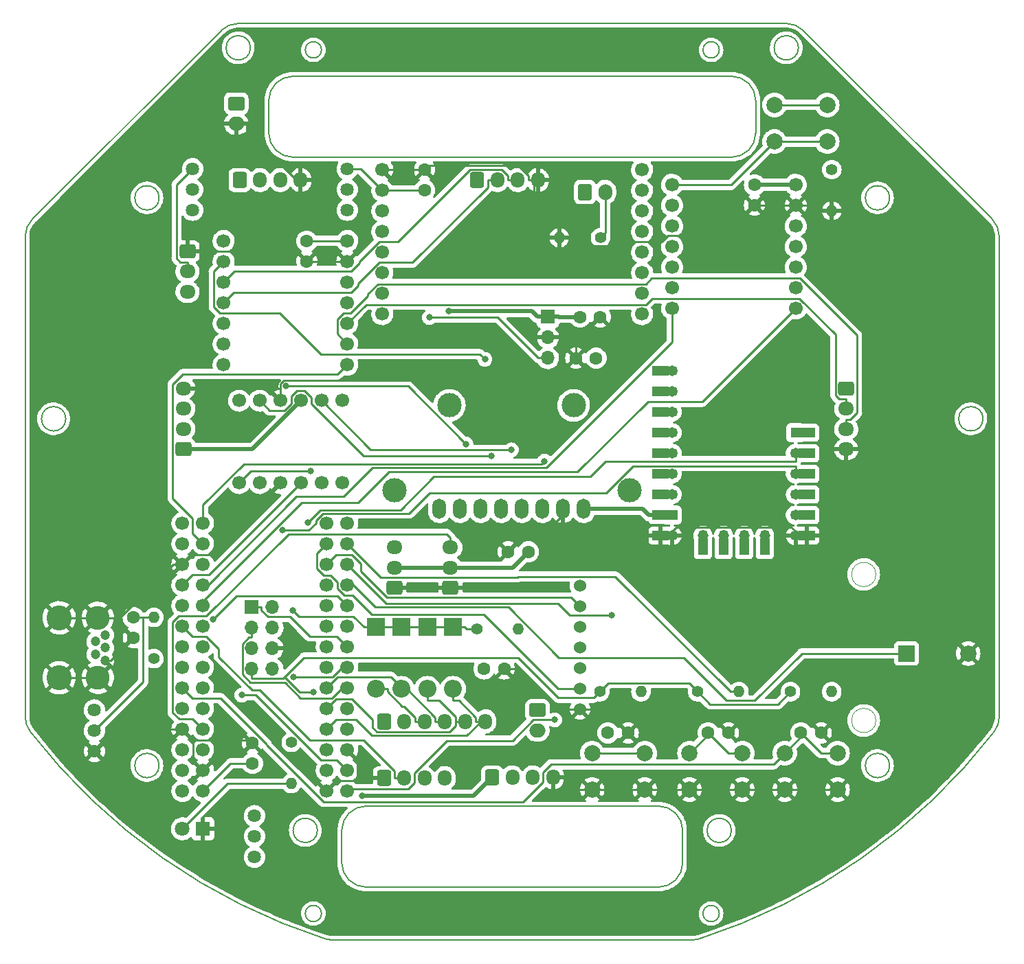
<source format=gtl>
G04 #@! TF.GenerationSoftware,KiCad,Pcbnew,(6.0.4)*
G04 #@! TF.CreationDate,2022-03-28T09:35:34+09:00*
G04 #@! TF.ProjectId,Main_Board,4d61696e-5f42-46f6-9172-642e6b696361,rev?*
G04 #@! TF.SameCoordinates,Original*
G04 #@! TF.FileFunction,Copper,L1,Top*
G04 #@! TF.FilePolarity,Positive*
%FSLAX46Y46*%
G04 Gerber Fmt 4.6, Leading zero omitted, Abs format (unit mm)*
G04 Created by KiCad (PCBNEW (6.0.4)) date 2022-03-28 09:35:34*
%MOMM*%
%LPD*%
G01*
G04 APERTURE LIST*
G04 Aperture macros list*
%AMRoundRect*
0 Rectangle with rounded corners*
0 $1 Rounding radius*
0 $2 $3 $4 $5 $6 $7 $8 $9 X,Y pos of 4 corners*
0 Add a 4 corners polygon primitive as box body*
4,1,4,$2,$3,$4,$5,$6,$7,$8,$9,$2,$3,0*
0 Add four circle primitives for the rounded corners*
1,1,$1+$1,$2,$3*
1,1,$1+$1,$4,$5*
1,1,$1+$1,$6,$7*
1,1,$1+$1,$8,$9*
0 Add four rect primitives between the rounded corners*
20,1,$1+$1,$2,$3,$4,$5,0*
20,1,$1+$1,$4,$5,$6,$7,0*
20,1,$1+$1,$6,$7,$8,$9,0*
20,1,$1+$1,$8,$9,$2,$3,0*%
G04 Aperture macros list end*
G04 #@! TA.AperFunction,Profile*
%ADD10C,0.200000*%
G04 #@! TD*
G04 #@! TA.AperFunction,Profile*
%ADD11C,0.120000*%
G04 #@! TD*
G04 #@! TA.AperFunction,ComponentPad*
%ADD12C,1.600000*%
G04 #@! TD*
G04 #@! TA.AperFunction,ComponentPad*
%ADD13R,2.200000X2.200000*%
G04 #@! TD*
G04 #@! TA.AperFunction,ComponentPad*
%ADD14O,2.200000X2.200000*%
G04 #@! TD*
G04 #@! TA.AperFunction,ComponentPad*
%ADD15C,1.400000*%
G04 #@! TD*
G04 #@! TA.AperFunction,ComponentPad*
%ADD16O,1.400000X1.400000*%
G04 #@! TD*
G04 #@! TA.AperFunction,ComponentPad*
%ADD17C,1.700000*%
G04 #@! TD*
G04 #@! TA.AperFunction,ComponentPad*
%ADD18C,3.000000*%
G04 #@! TD*
G04 #@! TA.AperFunction,ComponentPad*
%ADD19O,1.700000X2.500000*%
G04 #@! TD*
G04 #@! TA.AperFunction,ComponentPad*
%ADD20RoundRect,0.250000X-0.725000X0.600000X-0.725000X-0.600000X0.725000X-0.600000X0.725000X0.600000X0*%
G04 #@! TD*
G04 #@! TA.AperFunction,ComponentPad*
%ADD21O,1.950000X1.700000*%
G04 #@! TD*
G04 #@! TA.AperFunction,ComponentPad*
%ADD22RoundRect,0.250000X-0.600000X-0.725000X0.600000X-0.725000X0.600000X0.725000X-0.600000X0.725000X0*%
G04 #@! TD*
G04 #@! TA.AperFunction,ComponentPad*
%ADD23O,1.700000X1.950000*%
G04 #@! TD*
G04 #@! TA.AperFunction,ComponentPad*
%ADD24C,1.635000*%
G04 #@! TD*
G04 #@! TA.AperFunction,ComponentPad*
%ADD25R,2.000000X2.000000*%
G04 #@! TD*
G04 #@! TA.AperFunction,ComponentPad*
%ADD26C,2.000000*%
G04 #@! TD*
G04 #@! TA.AperFunction,ComponentPad*
%ADD27R,1.700000X1.700000*%
G04 #@! TD*
G04 #@! TA.AperFunction,ComponentPad*
%ADD28O,1.700000X1.700000*%
G04 #@! TD*
G04 #@! TA.AperFunction,ComponentPad*
%ADD29RoundRect,0.250000X-0.750000X0.600000X-0.750000X-0.600000X0.750000X-0.600000X0.750000X0.600000X0*%
G04 #@! TD*
G04 #@! TA.AperFunction,ComponentPad*
%ADD30O,2.000000X1.700000*%
G04 #@! TD*
G04 #@! TA.AperFunction,ComponentPad*
%ADD31RoundRect,0.250000X0.725000X-0.600000X0.725000X0.600000X-0.725000X0.600000X-0.725000X-0.600000X0*%
G04 #@! TD*
G04 #@! TA.AperFunction,SMDPad,CuDef*
%ADD32R,2.000000X1.200000*%
G04 #@! TD*
G04 #@! TA.AperFunction,ComponentPad*
%ADD33O,1.400000X1.300000*%
G04 #@! TD*
G04 #@! TA.AperFunction,ComponentPad*
%ADD34R,1.400000X1.300000*%
G04 #@! TD*
G04 #@! TA.AperFunction,ComponentPad*
%ADD35O,1.300000X1.400000*%
G04 #@! TD*
G04 #@! TA.AperFunction,SMDPad,CuDef*
%ADD36R,1.200000X2.000000*%
G04 #@! TD*
G04 #@! TA.AperFunction,ComponentPad*
%ADD37R,1.300000X1.300000*%
G04 #@! TD*
G04 #@! TA.AperFunction,ComponentPad*
%ADD38R,1.800000X1.800000*%
G04 #@! TD*
G04 #@! TA.AperFunction,ComponentPad*
%ADD39C,1.800000*%
G04 #@! TD*
G04 #@! TA.AperFunction,ComponentPad*
%ADD40C,1.200000*%
G04 #@! TD*
G04 #@! TA.AperFunction,ComponentPad*
%ADD41C,2.950000*%
G04 #@! TD*
G04 #@! TA.AperFunction,ComponentPad*
%ADD42C,3.090000*%
G04 #@! TD*
G04 #@! TA.AperFunction,ComponentPad*
%ADD43C,1.524000*%
G04 #@! TD*
G04 #@! TA.AperFunction,ComponentPad*
%ADD44RoundRect,0.250000X-0.600000X-0.750000X0.600000X-0.750000X0.600000X0.750000X-0.600000X0.750000X0*%
G04 #@! TD*
G04 #@! TA.AperFunction,ComponentPad*
%ADD45O,1.700000X2.000000*%
G04 #@! TD*
G04 #@! TA.AperFunction,ViaPad*
%ADD46C,0.800000*%
G04 #@! TD*
G04 #@! TA.AperFunction,Conductor*
%ADD47C,0.250000*%
G04 #@! TD*
G04 #@! TA.AperFunction,Conductor*
%ADD48C,0.500000*%
G04 #@! TD*
G04 APERTURE END LIST*
D10*
X135782005Y-91484651D02*
G75*
G03*
X135782005Y-91484651I-1500000J0D01*
G01*
X216282005Y-45992010D02*
G75*
G03*
X216282005Y-45992010I-1000000J0D01*
G01*
X208782005Y-149242005D02*
G75*
G03*
X211782005Y-146242010I-5J3000005D01*
G01*
X237282005Y-64242010D02*
G75*
G03*
X237282005Y-64242010I-1500000J0D01*
G01*
X226660685Y-43620690D02*
X249903325Y-66863330D01*
X157024646Y-42742039D02*
G75*
G03*
X154903325Y-43620690I-46J-2999961D01*
G01*
X160781990Y-56242010D02*
G75*
G03*
X163782005Y-59242010I3000010J10D01*
G01*
X160782005Y-52242010D02*
X160782005Y-56242010D01*
X250781968Y-68984651D02*
G75*
G03*
X249903325Y-66863330I-2999968J51D01*
G01*
X211781990Y-142242010D02*
G75*
G03*
X208782005Y-139242010I-2999990J10D01*
G01*
X163782005Y-59242010D02*
X217782005Y-59242010D01*
X217782005Y-142242010D02*
G75*
G03*
X217782005Y-142242010I-1500000J0D01*
G01*
X157024646Y-42742010D02*
X224539364Y-42742010D01*
X220782005Y-56242010D02*
X220782005Y-52242010D01*
X147282005Y-64242010D02*
G75*
G03*
X147282005Y-64242010I-1500000J0D01*
G01*
X131660685Y-66863330D02*
X154903325Y-43620690D01*
X131407001Y-130063508D02*
G75*
G03*
X167829319Y-155643510I59374999J45821508D01*
G01*
X250782005Y-68984651D02*
X250782005Y-128230645D01*
X130781976Y-128230645D02*
G75*
G03*
X131407005Y-130063505I3000024J45D01*
G01*
X220781990Y-52242010D02*
G75*
G03*
X217782005Y-49242010I-2999990J10D01*
G01*
X169781990Y-146242010D02*
G75*
G03*
X172782005Y-149242010I3000010J10D01*
G01*
X172782005Y-139242005D02*
G75*
G03*
X169782005Y-142242010I-5J-2999995D01*
G01*
X212816583Y-155787450D02*
X168747427Y-155787450D01*
X211782005Y-142242010D02*
X211782005Y-146242010D01*
X172782005Y-139242010D02*
X208782005Y-139242010D01*
X217782005Y-59242005D02*
G75*
G03*
X220782005Y-56242010I-5J3000005D01*
G01*
X131660661Y-66863306D02*
G75*
G03*
X130782005Y-68984651I2121339J-2121294D01*
G01*
X212816583Y-155787447D02*
G75*
G03*
X213734691Y-155643510I17J2999947D01*
G01*
X213734691Y-155643509D02*
G75*
G03*
X250157005Y-130063505I-22952691J71401509D01*
G01*
X130782005Y-128230645D02*
X130782005Y-68984651D01*
X237282005Y-134242010D02*
G75*
G03*
X237282005Y-134242010I-1500000J0D01*
G01*
X163782005Y-49242005D02*
G75*
G03*
X160782005Y-52242010I-5J-2999995D01*
G01*
X226660701Y-43620674D02*
G75*
G03*
X224539364Y-42742010I-2121301J-2121326D01*
G01*
X226039364Y-45742010D02*
G75*
G03*
X226039364Y-45742010I-1500000J0D01*
G01*
X167282005Y-45992010D02*
G75*
G03*
X167282005Y-45992010I-1000000J0D01*
G01*
X158524646Y-45742010D02*
G75*
G03*
X158524646Y-45742010I-1500000J0D01*
G01*
X167829317Y-155643515D02*
G75*
G03*
X168747427Y-155787450I918083J2856015D01*
G01*
X216282005Y-152492010D02*
G75*
G03*
X216282005Y-152492010I-1000000J0D01*
G01*
X250156984Y-130063489D02*
G75*
G03*
X250782005Y-128230645I-2374984J1832889D01*
G01*
X248782005Y-91484651D02*
G75*
G03*
X248782005Y-91484651I-1500000J0D01*
G01*
X167282005Y-152492010D02*
G75*
G03*
X167282005Y-152492010I-1000000J0D01*
G01*
X217782005Y-49242010D02*
X163782005Y-49242010D01*
X208782005Y-149242010D02*
X172782005Y-149242010D01*
X166782005Y-142242010D02*
G75*
G03*
X166782005Y-142242010I-1500000J0D01*
G01*
X147282005Y-134242010D02*
G75*
G03*
X147282005Y-134242010I-1500000J0D01*
G01*
X169782005Y-146242010D02*
X169782005Y-142242010D01*
D11*
X235587000Y-110689700D02*
G75*
G03*
X235587000Y-110689700I-1500000J0D01*
G01*
X235587000Y-128689700D02*
G75*
G03*
X235587000Y-128689700I-1500000J0D01*
G01*
D12*
X158782000Y-133984700D03*
X158782000Y-131484700D03*
X220627000Y-62654700D03*
X220627000Y-65154700D03*
D13*
X180317000Y-117181000D03*
D14*
X180317000Y-124801000D03*
D15*
X213627000Y-125139700D03*
D16*
X218707000Y-125139700D03*
D12*
X201122000Y-84001000D03*
X198622000Y-84001000D03*
D17*
X157127000Y-89247000D03*
X159667000Y-89247000D03*
X162207000Y-89247000D03*
X164747000Y-89247000D03*
X167287000Y-89247000D03*
X169827000Y-89247000D03*
X169827000Y-99407000D03*
X167287000Y-99407000D03*
X164747000Y-99407000D03*
X162207000Y-99407000D03*
X159667000Y-99407000D03*
X157127000Y-99407000D03*
D13*
X173967000Y-117181000D03*
D14*
X173967000Y-124801000D03*
D18*
X198347000Y-89842000D03*
X183027000Y-89842000D03*
D19*
X199577000Y-102582000D03*
X197037000Y-102582000D03*
X194497000Y-102582000D03*
X191957000Y-102582000D03*
X189417000Y-102582000D03*
X186877000Y-102582000D03*
X184337000Y-102582000D03*
X181797000Y-102582000D03*
D20*
X231932000Y-87734700D03*
D21*
X231932000Y-90234700D03*
X231932000Y-92734700D03*
X231932000Y-95234700D03*
D20*
X150777000Y-70832000D03*
D21*
X150777000Y-73332000D03*
X150777000Y-75832000D03*
D22*
X157187000Y-62052000D03*
D23*
X159687000Y-62052000D03*
X162187000Y-62052000D03*
X164687000Y-62052000D03*
D15*
X201662000Y-69150000D03*
D16*
X196582000Y-69150000D03*
D24*
X170462000Y-60672000D03*
X170462000Y-63212000D03*
X170462000Y-65752000D03*
D12*
X187302000Y-122324700D03*
X189802000Y-122324700D03*
D15*
X146642000Y-121054700D03*
D16*
X146642000Y-115974700D03*
D22*
X188302000Y-135711000D03*
D23*
X190802000Y-135711000D03*
X193302000Y-135711000D03*
X195802000Y-135711000D03*
D25*
X239352000Y-120419700D03*
D26*
X246952000Y-120419700D03*
D12*
X214917000Y-130219700D03*
X217417000Y-130219700D03*
D27*
X158702000Y-114714700D03*
D28*
X161242000Y-114714700D03*
X158702000Y-117254700D03*
X161242000Y-117254700D03*
X158702000Y-119794700D03*
X161242000Y-119794700D03*
X158702000Y-122334700D03*
X161242000Y-122334700D03*
D15*
X186422000Y-117410000D03*
D16*
X191502000Y-117410000D03*
D27*
X195182000Y-78917000D03*
D28*
X195182000Y-81457000D03*
X195182000Y-83997000D03*
D29*
X156782000Y-52596000D03*
D30*
X156782000Y-55096000D03*
D24*
X139302000Y-132484700D03*
X139302000Y-129944700D03*
X139302000Y-127404700D03*
X151412000Y-60672000D03*
X151412000Y-63212000D03*
X151412000Y-65752000D03*
D15*
X230152000Y-60761000D03*
D16*
X230152000Y-65841000D03*
D17*
X152682000Y-134839700D03*
X150142000Y-109439700D03*
X150142000Y-129759700D03*
X150142000Y-127219700D03*
X170462000Y-132299700D03*
X167922000Y-137379700D03*
X167922000Y-134839700D03*
X167922000Y-132299700D03*
X167922000Y-129759700D03*
X167922000Y-127219700D03*
X167922000Y-124679700D03*
X167922000Y-122139700D03*
X167922000Y-119599700D03*
X167922000Y-117059700D03*
X167922000Y-114519700D03*
X167922000Y-111979700D03*
X167922000Y-109439700D03*
X167922000Y-106899700D03*
X167922000Y-104359700D03*
X170462000Y-104359700D03*
X150142000Y-106899700D03*
X150142000Y-104359700D03*
X152682000Y-104359700D03*
X152682000Y-106899700D03*
X152682000Y-109439700D03*
X152682000Y-111979700D03*
X152682000Y-114519700D03*
X152682000Y-117059700D03*
X152682000Y-119599700D03*
X152682000Y-122139700D03*
X152682000Y-124679700D03*
X152682000Y-127219700D03*
X152682000Y-129759700D03*
X152682000Y-132299700D03*
X170462000Y-127219700D03*
X150142000Y-111979700D03*
X152682000Y-137379700D03*
X150142000Y-137379700D03*
X150142000Y-114519700D03*
X150142000Y-122139700D03*
X150142000Y-119599700D03*
X150142000Y-124679700D03*
X150142000Y-117059700D03*
X170462000Y-117059700D03*
X170462000Y-106899700D03*
X170462000Y-114519700D03*
X170462000Y-109439700D03*
X170462000Y-111979700D03*
X170462000Y-137379700D03*
X170462000Y-134839700D03*
X170462000Y-129759700D03*
X170462000Y-124679700D03*
X170462000Y-122139700D03*
X170462000Y-119599700D03*
X150142000Y-134839700D03*
X150142000Y-132299700D03*
D31*
X150267000Y-95234700D03*
D21*
X150267000Y-92734700D03*
X150267000Y-90234700D03*
X150267000Y-87734700D03*
D15*
X225057000Y-125139700D03*
D16*
X230137000Y-125139700D03*
D32*
X209072180Y-85579960D03*
D33*
X210452180Y-85579960D03*
X210452180Y-88119960D03*
D32*
X209072180Y-88119960D03*
X209072180Y-90659960D03*
D33*
X210452180Y-90659960D03*
X210452180Y-93199960D03*
D32*
X209072180Y-93199960D03*
X209072180Y-95739960D03*
D33*
X210452180Y-95739960D03*
X210452180Y-98279960D03*
D32*
X209072180Y-98279960D03*
X209072180Y-100819960D03*
D33*
X210452180Y-100819960D03*
D32*
X209072180Y-103359960D03*
D34*
X210452180Y-103359960D03*
D32*
X209072180Y-105899960D03*
D33*
X210452180Y-105899960D03*
D35*
X214261240Y-105899960D03*
D36*
X214262180Y-107279960D03*
X216802180Y-107279960D03*
D35*
X216803780Y-105899960D03*
D36*
X219342180Y-107279960D03*
D35*
X219343780Y-105899960D03*
D36*
X221882180Y-107279960D03*
D35*
X221883780Y-105899960D03*
D33*
X225692180Y-105899960D03*
D32*
X227072180Y-105899960D03*
D33*
X225692180Y-103359960D03*
D32*
X227072180Y-103359960D03*
D33*
X225692180Y-100819960D03*
D32*
X227072180Y-100819960D03*
D33*
X225692180Y-98279960D03*
D32*
X227072180Y-98279960D03*
D33*
X225692180Y-95739960D03*
D32*
X227072180Y-95739960D03*
X227072180Y-93199960D03*
D37*
X225692180Y-93199960D03*
D12*
X205062000Y-130219700D03*
X202562000Y-130219700D03*
X199122000Y-78921000D03*
X201622000Y-78921000D03*
X179987000Y-63281000D03*
X179987000Y-60781000D03*
D31*
X176262000Y-112330000D03*
D21*
X176262000Y-109830000D03*
X176262000Y-107330000D03*
D29*
X193886000Y-127424700D03*
D30*
X193886000Y-129924700D03*
D38*
X152687000Y-142041000D03*
D39*
X150147000Y-142041000D03*
D12*
X165472000Y-69582000D03*
X165472000Y-72082000D03*
D17*
X155222000Y-69562000D03*
X155222000Y-72102000D03*
X155222000Y-74642000D03*
X155222000Y-77182000D03*
X155222000Y-79722000D03*
X155222000Y-82262000D03*
X155222000Y-84802000D03*
X170462000Y-84802000D03*
X170462000Y-82262000D03*
X170462000Y-79722000D03*
X170462000Y-77182000D03*
X170462000Y-74642000D03*
X170462000Y-72102000D03*
X170462000Y-69562000D03*
D31*
X183162000Y-112330000D03*
D21*
X183162000Y-109830000D03*
X183162000Y-107330000D03*
D22*
X174967000Y-128801000D03*
D23*
X177467000Y-128801000D03*
X179967000Y-128801000D03*
X182467000Y-128801000D03*
X184967000Y-128801000D03*
X187467000Y-128801000D03*
D17*
X210467000Y-62634700D03*
X210467000Y-65174700D03*
X210467000Y-67714700D03*
X210467000Y-70254700D03*
X210467000Y-72794700D03*
X210467000Y-75334700D03*
X210467000Y-77874700D03*
X225707000Y-77874700D03*
X225707000Y-75334700D03*
X225707000Y-72794700D03*
X225707000Y-70254700D03*
X225707000Y-67714700D03*
X225707000Y-65174700D03*
X225707000Y-62634700D03*
D40*
X140622000Y-118126000D03*
X139422000Y-118926000D03*
X140622000Y-119726000D03*
X139422000Y-120526000D03*
D41*
X139722000Y-116026000D03*
D42*
X134972000Y-123426000D03*
D41*
X139722000Y-123426000D03*
D42*
X134972000Y-116026000D03*
D40*
X140622000Y-121326000D03*
D13*
X177142000Y-117181000D03*
D14*
X177142000Y-124801000D03*
D15*
X163562000Y-131380000D03*
D16*
X163562000Y-136460000D03*
D12*
X192772000Y-107885000D03*
X190272000Y-107885000D03*
X144102000Y-115994700D03*
X144102000Y-118494700D03*
D22*
X186457000Y-62051000D03*
D23*
X188957000Y-62051000D03*
X191457000Y-62051000D03*
X193957000Y-62051000D03*
D12*
X226347000Y-130219700D03*
X228847000Y-130219700D03*
D26*
X223092000Y-52796000D03*
X229592000Y-52796000D03*
X223092000Y-57296000D03*
X229592000Y-57296000D03*
X212620000Y-132716000D03*
X219120000Y-132716000D03*
X219120000Y-137216000D03*
X212620000Y-137216000D03*
D13*
X183492000Y-117181000D03*
D14*
X183492000Y-124801000D03*
D43*
X199127000Y-112069700D03*
X199127000Y-114609700D03*
X199127000Y-117149700D03*
X199127000Y-119689700D03*
X199127000Y-122229700D03*
X199127000Y-124769700D03*
X199127000Y-127309700D03*
D26*
X230862000Y-132716000D03*
X224362000Y-132716000D03*
X224362000Y-137216000D03*
X230862000Y-137216000D03*
D44*
X199732000Y-63521000D03*
D45*
X202232000Y-63521000D03*
D22*
X174967000Y-135801000D03*
D23*
X177467000Y-135801000D03*
X179967000Y-135801000D03*
X182467000Y-135801000D03*
D15*
X201562000Y-125139700D03*
D16*
X206642000Y-125139700D03*
D18*
X205260000Y-100295000D03*
X176304000Y-100295000D03*
D17*
X174782000Y-60798000D03*
X174782000Y-63338000D03*
X174782000Y-65878000D03*
X174782000Y-68418000D03*
X174782000Y-70958000D03*
X174782000Y-73498000D03*
X174782000Y-76038000D03*
X174782000Y-78578000D03*
X206782000Y-78578000D03*
X206782000Y-76038000D03*
X206782000Y-73498000D03*
X206782000Y-70958000D03*
X206782000Y-68418000D03*
X206782000Y-65878000D03*
X206782000Y-63338000D03*
X206782000Y-60798000D03*
D26*
X200620000Y-132716000D03*
X207120000Y-132716000D03*
X207120000Y-137216000D03*
X200620000Y-137216000D03*
D24*
X159032000Y-145524700D03*
X159032000Y-142984700D03*
X159032000Y-140444700D03*
D46*
X172323300Y-137967400D03*
X182933100Y-78233500D03*
X180583600Y-78995300D03*
X153928500Y-116180000D03*
X203020800Y-115700800D03*
X163782700Y-115129700D03*
X163816100Y-123339000D03*
X157473500Y-125557700D03*
X196016300Y-128601100D03*
X187414700Y-84149100D03*
X162919400Y-87470700D03*
X185071100Y-94585500D03*
X188214100Y-96064100D03*
X190685600Y-95310800D03*
X166325800Y-125199200D03*
X162468800Y-105232400D03*
X165593900Y-104278100D03*
X165950400Y-97934500D03*
X194744600Y-96708400D03*
D47*
X173934700Y-114726100D02*
X190317000Y-114726100D01*
X217134300Y-126213100D02*
X220656000Y-126213100D01*
X211880900Y-120959700D02*
X217134300Y-126213100D01*
X171188300Y-111979700D02*
X173934700Y-114726100D01*
X196550600Y-120959700D02*
X211880900Y-120959700D01*
X226449400Y-120419700D02*
X239352000Y-120419700D01*
X190317000Y-114726100D02*
X196550600Y-120959700D01*
X220656000Y-126213100D02*
X226449400Y-120419700D01*
X170462000Y-111979700D02*
X171188300Y-111979700D01*
X140622000Y-121326000D02*
X141270700Y-121326000D01*
X225692200Y-105900000D02*
X225692200Y-105412300D01*
X191539000Y-60294100D02*
X192781700Y-61536800D01*
X210397500Y-105900000D02*
X210397500Y-105467000D01*
X142027000Y-129759700D02*
X150142000Y-129759700D01*
X220627000Y-65154700D02*
X220647000Y-65174700D01*
X198482300Y-137216000D02*
X196977300Y-135711000D01*
X192434900Y-105722100D02*
X190272000Y-107885000D01*
X162194100Y-87734700D02*
X162194100Y-89234100D01*
X209072200Y-105900000D02*
X210397500Y-105900000D01*
X167922000Y-137379700D02*
X169192000Y-136109700D01*
X220647000Y-65174700D02*
X225707000Y-65174700D01*
X197037000Y-103369600D02*
X197037000Y-104157300D01*
X246952000Y-120419700D02*
X241206600Y-126165100D01*
X196582000Y-69150000D02*
X197607300Y-69150000D01*
X164687000Y-62052000D02*
X164171400Y-62052000D01*
X162194100Y-87734700D02*
X151567300Y-87734700D01*
X212620000Y-137216000D02*
X219120000Y-137216000D01*
X241206600Y-126165100D02*
X232901600Y-126165100D01*
X216891600Y-68890100D02*
X209994900Y-68890100D01*
X200620000Y-137216000D02*
X198482300Y-137216000D01*
X193441400Y-62051000D02*
X192781700Y-62051000D01*
X230862000Y-137216000D02*
X224362000Y-137216000D01*
X198632600Y-70175300D02*
X197607300Y-69150000D01*
X199127000Y-127309700D02*
X196466300Y-127309700D01*
X174782000Y-60798000D02*
X179970000Y-60798000D01*
X170462000Y-72102000D02*
X165492000Y-72102000D01*
X198779700Y-105900000D02*
X197037000Y-104157300D01*
X150142000Y-109439700D02*
X151317400Y-108264300D01*
X171667100Y-133504800D02*
X170462000Y-132299700D01*
X202152000Y-127309700D02*
X199127000Y-127309700D01*
X171667100Y-135801000D02*
X171667100Y-133504800D01*
X139722000Y-123426000D02*
X134972000Y-123426000D01*
X198622000Y-81457000D02*
X199086000Y-81457000D01*
X151317400Y-108264300D02*
X153349700Y-108264300D01*
X150267000Y-87734700D02*
X151567300Y-87734700D01*
X151491400Y-133649100D02*
X151491400Y-131086600D01*
X191481300Y-122324700D02*
X189802000Y-122324700D01*
X220627000Y-65154700D02*
X216891600Y-68890100D01*
X195802000Y-135711000D02*
X196977300Y-135711000D01*
X174967000Y-135801000D02*
X171667100Y-135801000D01*
X139302000Y-132484700D02*
X142027000Y-129759700D01*
X195182000Y-81457000D02*
X196244700Y-81457000D01*
X152682000Y-134839700D02*
X151491400Y-133649100D01*
X141270700Y-121326000D02*
X144102000Y-118494700D01*
X227072200Y-105900000D02*
X225746900Y-105900000D01*
X225153700Y-104873800D02*
X225692200Y-105412300D01*
X210397500Y-105467000D02*
X210452200Y-105412300D01*
X203437000Y-70175300D02*
X198632600Y-70175300D01*
X171358400Y-136109700D02*
X171667100Y-135801000D01*
X225707000Y-65174700D02*
X228460400Y-65174700D01*
X210452200Y-105412300D02*
X210990700Y-104873800D01*
X165492000Y-72102000D02*
X165472000Y-72082000D01*
X142027500Y-116420200D02*
X149008000Y-109439700D01*
X151468900Y-131086600D02*
X151491400Y-131086600D01*
X193441400Y-62051000D02*
X193441400Y-64984100D01*
X209197000Y-69688000D02*
X203924300Y-69688000D01*
X164171400Y-62052000D02*
X158107300Y-55987900D01*
X150142000Y-129759700D02*
X151468900Y-131086600D01*
X230152000Y-65841000D02*
X229126700Y-65841000D01*
X197037000Y-103369600D02*
X194684500Y-105722100D01*
X193441400Y-64984100D02*
X196582000Y-68124700D01*
X193957000Y-62051000D02*
X193441400Y-62051000D01*
X196582000Y-69150000D02*
X196582000Y-68124700D01*
X151491400Y-131086600D02*
X158383900Y-131086600D01*
X197037000Y-102582000D02*
X197037000Y-103369600D01*
X141633300Y-116026000D02*
X139722000Y-116026000D01*
X179987000Y-60781000D02*
X180473900Y-60294100D01*
X162194100Y-87170300D02*
X162194100Y-87734700D01*
X153349700Y-108264300D02*
X162207000Y-99407000D01*
X205062000Y-130219700D02*
X202152000Y-127309700D01*
X196466300Y-127309700D02*
X191481300Y-122324700D01*
X149008000Y-109439700D02*
X150142000Y-109439700D01*
X162194100Y-89234100D02*
X162207000Y-89247000D01*
X210452200Y-105900000D02*
X210452200Y-105412300D01*
X179970000Y-60798000D02*
X179987000Y-60781000D01*
X169192000Y-136109700D02*
X171358400Y-136109700D01*
X225692200Y-105412300D02*
X225746900Y-105467000D01*
X207120000Y-137216000D02*
X200620000Y-137216000D01*
X158107300Y-55987900D02*
X158107300Y-55096000D01*
X232901600Y-126165100D02*
X228847000Y-130219700D01*
X196244700Y-81457000D02*
X198622000Y-81457000D01*
X195877600Y-86745400D02*
X162619000Y-86745400D01*
X203924300Y-69688000D02*
X203437000Y-70175300D01*
X225746900Y-105467000D02*
X225746900Y-105900000D01*
X209994900Y-68890100D02*
X209197000Y-69688000D01*
X139722000Y-116026000D02*
X134972000Y-116026000D01*
X150777000Y-70832000D02*
X164222000Y-70832000D01*
X228460400Y-65174700D02*
X229126700Y-65841000D01*
X162619000Y-86745400D02*
X162194100Y-87170300D01*
X158383900Y-131086600D02*
X158782000Y-131484700D01*
X212620000Y-137216000D02*
X207120000Y-137216000D01*
X198622000Y-84001000D02*
X195877600Y-86745400D01*
X164222000Y-70832000D02*
X165472000Y-72082000D01*
X210990700Y-104873800D02*
X225153700Y-104873800D01*
X144102000Y-118494700D02*
X142027500Y-116420200D01*
X194684500Y-105722100D02*
X192434900Y-105722100D01*
X224362000Y-137216000D02*
X219120000Y-137216000D01*
X142027500Y-116420200D02*
X141633300Y-116026000D01*
X180473900Y-60294100D02*
X191539000Y-60294100D01*
X156782000Y-55096000D02*
X158107300Y-55096000D01*
X183162000Y-112330000D02*
X176262000Y-112330000D01*
X192781700Y-61536800D02*
X192781700Y-62051000D01*
X209072200Y-105900000D02*
X198779700Y-105900000D01*
X199086000Y-81457000D02*
X201622000Y-78921000D01*
X198622000Y-81457000D02*
X198622000Y-84001000D01*
X156077000Y-133984700D02*
X158782000Y-133984700D01*
X152682000Y-137379700D02*
X156077000Y-133984700D01*
D48*
X220647000Y-62634700D02*
X220627000Y-62654700D01*
X195182000Y-78917000D02*
X196482300Y-78917000D01*
X193198200Y-78233500D02*
X193881700Y-78917000D01*
X190827000Y-109830000D02*
X183162000Y-109830000D01*
X158759300Y-95234700D02*
X150267000Y-95234700D01*
X206843900Y-102582000D02*
X199577000Y-102582000D01*
X199122000Y-78921000D02*
X196486300Y-78921000D01*
X172323300Y-137967400D02*
X186045600Y-137967400D01*
X182933100Y-78233500D02*
X193198200Y-78233500D01*
X183162000Y-109830000D02*
X176262000Y-109830000D01*
X225707000Y-62634700D02*
X220647000Y-62634700D01*
X164747000Y-89247000D02*
X158759300Y-95234700D01*
X209072200Y-103360000D02*
X210452200Y-103360000D01*
X207621900Y-103360000D02*
X206843900Y-102582000D01*
X192772000Y-107885000D02*
X190827000Y-109830000D01*
X209072200Y-103360000D02*
X207621900Y-103360000D01*
X186045600Y-137967400D02*
X188302000Y-135711000D01*
X196486300Y-78921000D02*
X196482300Y-78917000D01*
X195182000Y-78917000D02*
X193881700Y-78917000D01*
D47*
X170462000Y-69562000D02*
X165492000Y-69562000D01*
X165492000Y-69562000D02*
X165472000Y-69582000D01*
X195182000Y-83997000D02*
X194006700Y-83997000D01*
X180583600Y-78995300D02*
X189005000Y-78995300D01*
X189005000Y-78995300D02*
X194006700Y-83997000D01*
X145299400Y-123947300D02*
X139302000Y-129944700D01*
X146642000Y-115974700D02*
X145616700Y-115974700D01*
X145299400Y-115994700D02*
X145299400Y-123947300D01*
X145299400Y-115994700D02*
X145596700Y-115994700D01*
X169256900Y-113314600D02*
X156793900Y-113314600D01*
X145596700Y-115994700D02*
X145616700Y-115974700D01*
X170462000Y-114519700D02*
X169256900Y-113314600D01*
X144102000Y-115994700D02*
X145299400Y-115994700D01*
X156793900Y-113314600D02*
X153928500Y-116180000D01*
X226602700Y-130475300D02*
X226347000Y-130219700D01*
X194552000Y-135121100D02*
X195585400Y-134087700D01*
X154853400Y-125949700D02*
X160524300Y-131620600D01*
X167534900Y-138730200D02*
X192125000Y-138730200D01*
X192125000Y-138730200D02*
X194552000Y-136303200D01*
X222990300Y-134087700D02*
X224362000Y-132716000D01*
X224362000Y-132716000D02*
X226602700Y-130475300D01*
X150142000Y-124679700D02*
X151412000Y-125949700D01*
X160524300Y-131719600D02*
X167534900Y-138730200D01*
X228843300Y-132716000D02*
X226602700Y-130475300D01*
X230862000Y-132716000D02*
X228843300Y-132716000D01*
X194552000Y-136303200D02*
X194552000Y-135121100D01*
X160524300Y-131620600D02*
X160524300Y-131719600D01*
X151412000Y-125949700D02*
X154853400Y-125949700D01*
X195585400Y-134087700D02*
X222990300Y-134087700D01*
X217413300Y-132716000D02*
X215016700Y-130319300D01*
X218707000Y-125139700D02*
X217681700Y-125139700D01*
X191421400Y-111023000D02*
X174585300Y-111023000D01*
X191498300Y-110946100D02*
X191421400Y-111023000D01*
X203488100Y-110946100D02*
X191498300Y-110946100D01*
X219120000Y-132716000D02*
X217413300Y-132716000D01*
X217681700Y-125139700D02*
X203488100Y-110946100D01*
X212620000Y-132716000D02*
X215016700Y-130319300D01*
X174585300Y-111023000D02*
X170462000Y-106899700D01*
X215016700Y-130319300D02*
X214917000Y-130219700D01*
X197860700Y-115700800D02*
X203020800Y-115700800D01*
X170462000Y-109439700D02*
X175298000Y-114275700D01*
X175298000Y-114275700D02*
X196435600Y-114275700D01*
X196435600Y-114275700D02*
X197860700Y-115700800D01*
X207120000Y-132716000D02*
X200620000Y-132716000D01*
X174782000Y-63338000D02*
X172116000Y-60672000D01*
X179930000Y-63338000D02*
X174782000Y-63338000D01*
X179987000Y-63281000D02*
X179930000Y-63338000D01*
X172116000Y-60672000D02*
X170462000Y-60672000D01*
X155728000Y-136460000D02*
X150147000Y-142041000D01*
X163562000Y-136460000D02*
X155728000Y-136460000D01*
X172541700Y-117181000D02*
X171210900Y-115850200D01*
X171210900Y-115850200D02*
X164503200Y-115850200D01*
X177142000Y-117181000D02*
X180317000Y-117181000D01*
X183492000Y-117181000D02*
X184917300Y-117181000D01*
X164503200Y-115850200D02*
X163782700Y-115129700D01*
X186422000Y-117410000D02*
X185146300Y-117410000D01*
X183492000Y-117181000D02*
X180317000Y-117181000D01*
X173967000Y-117181000D02*
X172541700Y-117181000D01*
X185146300Y-117410000D02*
X184917300Y-117181000D01*
X177142000Y-117181000D02*
X173967000Y-117181000D01*
X171499600Y-128569100D02*
X173494800Y-130564300D01*
X183492000Y-126226300D02*
X184231200Y-126226300D01*
X186951400Y-128801000D02*
X186291700Y-128801000D01*
X173494800Y-130564300D02*
X185188100Y-130564300D01*
X187467000Y-128801000D02*
X186951400Y-128801000D01*
X185188100Y-130564300D02*
X186951400Y-128801000D01*
X186291700Y-128286800D02*
X186291700Y-128801000D01*
X169112600Y-128569100D02*
X171499600Y-128569100D01*
X184231200Y-126226300D02*
X186291700Y-128286800D01*
X167922000Y-129759700D02*
X169112600Y-128569100D01*
X183492000Y-124801000D02*
X183492000Y-126226300D01*
X167922000Y-127219700D02*
X169112600Y-126029100D01*
X183791700Y-129336000D02*
X183791700Y-128801000D01*
X173535900Y-129549200D02*
X174100600Y-130113900D01*
X183791700Y-128801000D02*
X183791700Y-128275700D01*
X183791700Y-128275700D02*
X181742300Y-126226300D01*
X180317000Y-124801000D02*
X180317000Y-126226300D01*
X183013800Y-130113900D02*
X183791700Y-129336000D01*
X184967000Y-128801000D02*
X183791700Y-128801000D01*
X173535900Y-128553900D02*
X173535900Y-129549200D01*
X184967000Y-128801000D02*
X183791700Y-128801000D01*
X169112600Y-126029100D02*
X171011100Y-126029100D01*
X171011100Y-126029100D02*
X173535900Y-128553900D01*
X174100600Y-130113900D02*
X183013800Y-130113900D01*
X181742300Y-126226300D02*
X180317000Y-126226300D01*
X169286600Y-123315100D02*
X167922000Y-124679700D01*
X181291700Y-128334300D02*
X181291700Y-128801000D01*
X175847400Y-123315100D02*
X169286600Y-123315100D01*
X177758400Y-124801000D02*
X181291700Y-128334300D01*
X177142000Y-124801000D02*
X177333300Y-124801000D01*
X182467000Y-128801000D02*
X181291700Y-128801000D01*
X177333300Y-124801000D02*
X177758400Y-124801000D01*
X177333300Y-124801000D02*
X175847400Y-123315100D01*
X179967000Y-128801000D02*
X178791700Y-128801000D01*
X177228400Y-126962300D02*
X177467200Y-126962300D01*
X178791700Y-128286800D02*
X178791700Y-128801000D01*
X173967000Y-124801000D02*
X175392300Y-124801000D01*
X177467200Y-126962300D02*
X178791700Y-128286800D01*
X175392300Y-124801000D02*
X175392300Y-125126200D01*
X175392300Y-125126200D02*
X177228400Y-126962300D01*
X149730100Y-115789700D02*
X153108500Y-115789700D01*
X182690100Y-105682800D02*
X183162000Y-106154700D01*
X151412000Y-128489700D02*
X149736500Y-128489700D01*
X152682000Y-129759700D02*
X151412000Y-128489700D01*
X163215400Y-105682800D02*
X182690100Y-105682800D01*
X149736500Y-128489700D02*
X148958900Y-127712100D01*
X148958900Y-116560900D02*
X149730100Y-115789700D01*
X183162000Y-107330000D02*
X183162000Y-106154700D01*
X148958900Y-127712100D02*
X148958900Y-116560900D01*
X153108500Y-115789700D02*
X163215400Y-105682800D01*
X158702000Y-114714700D02*
X159877300Y-114714700D01*
X160685200Y-115890000D02*
X159877300Y-115082100D01*
X169192000Y-118329700D02*
X165860400Y-118329700D01*
X159877300Y-115082100D02*
X159877300Y-114714700D01*
X165860400Y-118329700D02*
X163420700Y-115890000D01*
X163420700Y-115890000D02*
X160685200Y-115890000D01*
X170462000Y-119599700D02*
X169192000Y-118329700D01*
X168625800Y-123339000D02*
X163816100Y-123339000D01*
X169825100Y-122139700D02*
X168625800Y-123339000D01*
X170462000Y-122139700D02*
X169825100Y-122139700D01*
X168580200Y-125924600D02*
X164712800Y-125924600D01*
X157526700Y-123001800D02*
X157526700Y-119237900D01*
X162780400Y-123992200D02*
X158517100Y-123992200D01*
X158702000Y-117254700D02*
X158702000Y-118430000D01*
X170462000Y-124679700D02*
X169825100Y-124679700D01*
X169825100Y-124679700D02*
X168580200Y-125924600D01*
X157526700Y-119237900D02*
X158334600Y-118430000D01*
X158334600Y-118430000D02*
X158702000Y-118430000D01*
X164712800Y-125924600D02*
X162780400Y-123992200D01*
X158517100Y-123992200D02*
X157526700Y-123001800D01*
X169192000Y-133569700D02*
X167201900Y-133569700D01*
X170462000Y-134839700D02*
X169192000Y-133569700D01*
X159189900Y-125557700D02*
X157473500Y-125557700D01*
X167201900Y-133569700D02*
X159189900Y-125557700D01*
X190798800Y-131166500D02*
X193364200Y-128601100D01*
X182747400Y-131166500D02*
X190798800Y-131166500D01*
X178717000Y-135196900D02*
X182747400Y-131166500D01*
X178717000Y-136357300D02*
X178717000Y-135196900D01*
X170706800Y-137134900D02*
X177939400Y-137134900D01*
X193364200Y-128601100D02*
X196016300Y-128601100D01*
X170462000Y-137379700D02*
X170706800Y-137134900D01*
X177939400Y-137134900D02*
X178717000Y-136357300D01*
X186797600Y-83532000D02*
X187414700Y-84149100D01*
X154807200Y-78452000D02*
X162138800Y-78452000D01*
X154009600Y-73314400D02*
X154009600Y-77654400D01*
X154009600Y-77654400D02*
X154807200Y-78452000D01*
X167218800Y-83532000D02*
X186797600Y-83532000D01*
X162138800Y-78452000D02*
X167218800Y-83532000D01*
X155222000Y-72102000D02*
X154009600Y-73314400D01*
X177956300Y-87470700D02*
X185071100Y-94585500D01*
X162919400Y-87470700D02*
X177956300Y-87470700D01*
X171769800Y-74830100D02*
X171769800Y-75100700D01*
X170958500Y-75912000D02*
X156492000Y-75912000D01*
X171769800Y-75100700D02*
X170958500Y-75912000D01*
X178486200Y-72228000D02*
X174371900Y-72228000D01*
X188957000Y-62051000D02*
X187781700Y-62051000D01*
X187781700Y-62932500D02*
X178486200Y-72228000D01*
X156492000Y-75912000D02*
X155222000Y-77182000D01*
X174371900Y-72228000D02*
X171769800Y-74830100D01*
X187781700Y-62051000D02*
X187781700Y-62932500D01*
X185607000Y-60744500D02*
X176663500Y-69688000D01*
X176663500Y-69688000D02*
X174388300Y-69688000D01*
X190281700Y-62051000D02*
X190281700Y-61536800D01*
X191457000Y-62051000D02*
X190281700Y-62051000D01*
X189489400Y-60744500D02*
X185607000Y-60744500D01*
X171948000Y-72128300D02*
X171948000Y-72283900D01*
X171948000Y-72283900D02*
X170954500Y-73277400D01*
X174388300Y-69688000D02*
X171948000Y-72128300D01*
X170954500Y-73277400D02*
X156586600Y-73277400D01*
X190281700Y-61536800D02*
X189489400Y-60744500D01*
X156586600Y-73277400D02*
X155222000Y-74642000D01*
X170462000Y-79722000D02*
X172781400Y-77402600D01*
X226184900Y-76656600D02*
X230608400Y-81080100D01*
X231932000Y-90234700D02*
X231932000Y-89059400D01*
X231050500Y-89059400D02*
X231932000Y-89059400D01*
X230608400Y-81080100D02*
X230608400Y-88617300D01*
X230608400Y-88617300D02*
X231050500Y-89059400D01*
X208000100Y-76656600D02*
X226184900Y-76656600D01*
X207254100Y-77402600D02*
X208000100Y-76656600D01*
X172781400Y-77402600D02*
X207254100Y-77402600D01*
X207254100Y-74862600D02*
X207962100Y-74154600D01*
X232446200Y-91559400D02*
X231932000Y-91559400D01*
X231932000Y-92734700D02*
X231932000Y-91559400D01*
X207962100Y-74154600D02*
X226223500Y-74154600D01*
X169222900Y-81022900D02*
X169222900Y-79228300D01*
X226223500Y-74154600D02*
X233255400Y-81186500D01*
X169999200Y-78452000D02*
X170855500Y-78452000D01*
X170855500Y-78452000D02*
X172988300Y-76319200D01*
X233255400Y-90750200D02*
X232446200Y-91559400D01*
X174250900Y-74862600D02*
X207254100Y-74862600D01*
X233255400Y-81186500D02*
X233255400Y-90750200D01*
X169222900Y-79228300D02*
X169999200Y-78452000D01*
X172988300Y-76319200D02*
X172988300Y-76125200D01*
X170462000Y-82262000D02*
X169222900Y-81022900D01*
X172988300Y-76125200D02*
X174250900Y-74862600D01*
X202232000Y-68580000D02*
X201662000Y-69150000D01*
X202232000Y-63521000D02*
X202232000Y-68580000D01*
X151412000Y-118329700D02*
X150142000Y-117059700D01*
X154629800Y-119884200D02*
X153075300Y-118329700D01*
X154629800Y-120836800D02*
X154629800Y-119884200D01*
X172484800Y-131112600D02*
X165858300Y-131112600D01*
X159701000Y-124955300D02*
X158748300Y-124955300D01*
X176291700Y-134919500D02*
X172484800Y-131112600D01*
X158748300Y-124955300D02*
X154629800Y-120836800D01*
X165858300Y-131112600D02*
X159701000Y-124955300D01*
X176291700Y-135801000D02*
X176291700Y-134919500D01*
X153075300Y-118329700D02*
X151412000Y-118329700D01*
X177467000Y-135801000D02*
X176291700Y-135801000D01*
X159667000Y-89247000D02*
X160861500Y-90441500D01*
X163571600Y-88720000D02*
X164261800Y-88029800D01*
X172439800Y-96064100D02*
X188214100Y-96064100D01*
X163571600Y-89608700D02*
X163571600Y-88720000D01*
X166017000Y-88851700D02*
X166017000Y-89641300D01*
X162738800Y-90441500D02*
X163571600Y-89608700D01*
X165195100Y-88029800D02*
X166017000Y-88851700D01*
X166017000Y-89641300D02*
X172439800Y-96064100D01*
X164261800Y-88029800D02*
X165195100Y-88029800D01*
X160861500Y-90441500D02*
X162738800Y-90441500D01*
X167287000Y-89247000D02*
X173350800Y-95310800D01*
X173350800Y-95310800D02*
X190685600Y-95310800D01*
X149436300Y-62647700D02*
X149436300Y-71697500D01*
X149895500Y-72156700D02*
X150777000Y-72156700D01*
X149436300Y-71697500D02*
X149895500Y-72156700D01*
X151412000Y-60672000D02*
X149436300Y-62647700D01*
X150777000Y-73332000D02*
X150777000Y-72156700D01*
X229592000Y-52796000D02*
X223092000Y-52796000D01*
X223512200Y-126684500D02*
X215171800Y-126684500D01*
X212555400Y-124068100D02*
X213627000Y-125139700D01*
X162750400Y-123325300D02*
X162565700Y-123510000D01*
X164624300Y-125199200D02*
X162750400Y-123325300D01*
X153444300Y-110709700D02*
X151412000Y-110709700D01*
X200830800Y-125870900D02*
X201562000Y-125139700D01*
X191522700Y-120934500D02*
X196459100Y-125870900D01*
X165141200Y-120934500D02*
X191522700Y-120934500D01*
X158702000Y-122334700D02*
X158702000Y-123510000D01*
X201562000Y-125139700D02*
X202633600Y-124068100D01*
X162565700Y-123510000D02*
X158702000Y-123510000D01*
X151412000Y-110709700D02*
X150142000Y-111979700D01*
X196459100Y-125870900D02*
X200830800Y-125870900D01*
X202633600Y-124068100D02*
X212555400Y-124068100D01*
X225057000Y-125139700D02*
X223512200Y-126684500D01*
X164747000Y-99407000D02*
X153444300Y-110709700D01*
X166325800Y-125199200D02*
X164624300Y-125199200D01*
X162750400Y-123325300D02*
X165141200Y-120934500D01*
X215171800Y-126684500D02*
X213627000Y-125139700D01*
X223092000Y-57296000D02*
X217753300Y-62634700D01*
X217753300Y-62634700D02*
X210467000Y-62634700D01*
X229592000Y-57296000D02*
X223092000Y-57296000D01*
X210452200Y-85580000D02*
X209072200Y-85580000D01*
X209072200Y-88120000D02*
X210452200Y-88120000D01*
X210452200Y-90660000D02*
X209072200Y-90660000D01*
X209072200Y-93200000D02*
X210452200Y-93200000D01*
X210452200Y-95740000D02*
X209072200Y-95740000D01*
X209072200Y-98280000D02*
X210452200Y-98280000D01*
X210452200Y-100820000D02*
X209072200Y-100820000D01*
X214261200Y-105953700D02*
X214261200Y-105900000D01*
X214262200Y-105954700D02*
X214261200Y-105953700D01*
X214262200Y-107280000D02*
X214262200Y-105954700D01*
X216803800Y-105900000D02*
X216803800Y-106925300D01*
X216803800Y-106925300D02*
X216802200Y-106926900D01*
X216802200Y-106926900D02*
X216802200Y-107280000D01*
X219343800Y-105900000D02*
X219343800Y-106925300D01*
X219343800Y-106925300D02*
X219342200Y-106926900D01*
X219342200Y-106926900D02*
X219342200Y-107280000D01*
X221883800Y-105900000D02*
X221883800Y-106925300D01*
X221882200Y-106926900D02*
X221882200Y-107280000D01*
X221883800Y-106925300D02*
X221882200Y-106926900D01*
X227072200Y-103360000D02*
X225692200Y-103360000D01*
X227072200Y-100820000D02*
X225692200Y-100820000D01*
X180621600Y-100624500D02*
X178080000Y-103166100D01*
X205668800Y-97304700D02*
X202349000Y-100624500D01*
X227072200Y-98280000D02*
X225692200Y-98280000D01*
X225692200Y-98280000D02*
X225692200Y-97304700D01*
X225692200Y-97304700D02*
X205668800Y-97304700D01*
X166596700Y-104020400D02*
X166596700Y-104342400D01*
X167451000Y-103166100D02*
X166596700Y-104020400D01*
X165706700Y-105232400D02*
X162468800Y-105232400D01*
X202349000Y-100624500D02*
X180621600Y-100624500D01*
X166596700Y-104342400D02*
X165706700Y-105232400D01*
X178080000Y-103166100D02*
X167451000Y-103166100D01*
X202299600Y-96715300D02*
X200424200Y-98590700D01*
X225692200Y-95740000D02*
X225692200Y-96715300D01*
X181134900Y-98590700D02*
X177009800Y-102715800D01*
X227072200Y-95740000D02*
X225692200Y-95740000D01*
X225692200Y-96715300D02*
X202299600Y-96715300D01*
X200424200Y-98590700D02*
X181134900Y-98590700D01*
X177009800Y-102715800D02*
X167156200Y-102715800D01*
X167156200Y-102715800D02*
X165593900Y-104278100D01*
X225692200Y-93200000D02*
X227072200Y-93200000D01*
X210467000Y-82036900D02*
X194999300Y-97504600D01*
X169987800Y-101102400D02*
X164178600Y-101102400D01*
X173585600Y-97504600D02*
X169987800Y-101102400D01*
X194999300Y-97504600D02*
X173585600Y-97504600D01*
X210467000Y-77874700D02*
X210467000Y-82036900D01*
X164178600Y-101102400D02*
X153301300Y-111979700D01*
X153301300Y-111979700D02*
X152682000Y-111979700D01*
X198820200Y-98053000D02*
X175568700Y-98053000D01*
X207483200Y-89390000D02*
X198820200Y-98053000D01*
X171820600Y-101801100D02*
X164874400Y-101801100D01*
X152682000Y-113993500D02*
X152682000Y-114519700D01*
X225707000Y-77874700D02*
X214191700Y-89390000D01*
X175568700Y-98053000D02*
X171820600Y-101801100D01*
X214191700Y-89390000D02*
X207483200Y-89390000D01*
X164874400Y-101801100D02*
X152682000Y-113993500D01*
X157127000Y-99407000D02*
X158599500Y-97934500D01*
X158599500Y-97934500D02*
X165950400Y-97934500D01*
X169097400Y-108264300D02*
X171000800Y-108264300D01*
X172086400Y-110304000D02*
X175306400Y-113524000D01*
X167922000Y-109439700D02*
X169097400Y-108264300D01*
X198041300Y-113524000D02*
X199127000Y-114609700D01*
X172086400Y-109349900D02*
X172086400Y-110304000D01*
X175306400Y-113524000D02*
X198041300Y-113524000D01*
X171000800Y-108264300D02*
X172086400Y-109349900D01*
X166722800Y-109964800D02*
X167546000Y-110788000D01*
X187245500Y-115612400D02*
X196402800Y-124769700D01*
X196402800Y-124769700D02*
X199127000Y-124769700D01*
X171095200Y-113249700D02*
X173457900Y-115612400D01*
X169245800Y-111615300D02*
X169245800Y-112442800D01*
X167546000Y-110788000D02*
X168418500Y-110788000D01*
X168418500Y-110788000D02*
X169245800Y-111615300D01*
X173457900Y-115612400D02*
X187245500Y-115612400D01*
X169245800Y-112442800D02*
X170052700Y-113249700D01*
X170052700Y-113249700D02*
X171095200Y-113249700D01*
X167922000Y-106899700D02*
X166722800Y-108098900D01*
X166722800Y-108098900D02*
X166722800Y-109964800D01*
X157747100Y-97054200D02*
X194398800Y-97054200D01*
X152682000Y-104359700D02*
X152682000Y-102119300D01*
X194398800Y-97054200D02*
X194744600Y-96708400D01*
X152682000Y-102119300D02*
X157747100Y-97054200D01*
X148957200Y-87223200D02*
X148957200Y-101274700D01*
X170462000Y-84802000D02*
X169286700Y-85977300D01*
X150203100Y-85977300D02*
X148957200Y-87223200D01*
X169286700Y-85977300D02*
X150203100Y-85977300D01*
X148957200Y-101274700D02*
X151412000Y-103729500D01*
X151412000Y-103729500D02*
X151412000Y-105629700D01*
X151412000Y-105629700D02*
X152682000Y-106899700D01*
G04 #@! TA.AperFunction,Conductor*
G36*
X224509387Y-43252010D02*
G01*
X224524221Y-43254320D01*
X224524224Y-43254320D01*
X224533094Y-43255701D01*
X224541996Y-43254537D01*
X224541999Y-43254537D01*
X224551088Y-43253348D01*
X224574487Y-43252482D01*
X224811274Y-43265777D01*
X224825300Y-43267357D01*
X225018597Y-43300197D01*
X225086808Y-43311786D01*
X225100583Y-43314930D01*
X225355468Y-43388358D01*
X225368805Y-43393025D01*
X225613854Y-43494526D01*
X225626585Y-43500656D01*
X225858747Y-43628965D01*
X225870711Y-43636483D01*
X225870738Y-43636502D01*
X226058422Y-43769668D01*
X226087031Y-43789967D01*
X226098076Y-43798775D01*
X226146986Y-43842482D01*
X226269389Y-43951866D01*
X226287173Y-43971492D01*
X226293015Y-43979489D01*
X226304562Y-43988365D01*
X226318260Y-43998895D01*
X226330564Y-44009696D01*
X249508849Y-67187982D01*
X249521497Y-67202751D01*
X249535648Y-67222122D01*
X249542766Y-67227594D01*
X249542767Y-67227595D01*
X249550035Y-67233182D01*
X249567194Y-67249118D01*
X249725210Y-67425943D01*
X249734019Y-67436989D01*
X249887510Y-67653319D01*
X249895026Y-67665280D01*
X250023318Y-67897415D01*
X250023326Y-67897430D01*
X250029455Y-67910158D01*
X250054574Y-67970801D01*
X250130960Y-68155222D01*
X250135626Y-68168559D01*
X250209051Y-68423437D01*
X250212195Y-68437212D01*
X250213966Y-68447634D01*
X250254247Y-68684731D01*
X250256621Y-68698707D01*
X250258202Y-68712740D01*
X250271097Y-68942413D01*
X250269793Y-68968868D01*
X250268314Y-68978366D01*
X250269478Y-68987269D01*
X250272442Y-69009938D01*
X250273505Y-69026273D01*
X250273505Y-128181272D01*
X250272004Y-128200660D01*
X250269695Y-128215484D01*
X250269695Y-128215493D01*
X250268314Y-128224361D01*
X250270700Y-128242604D01*
X250271575Y-128265840D01*
X250267033Y-128348646D01*
X250258945Y-128496119D01*
X250257437Y-128509831D01*
X250215070Y-128765325D01*
X250212071Y-128778791D01*
X250142028Y-129028113D01*
X250137575Y-129041170D01*
X250040697Y-129281336D01*
X250034844Y-129293828D01*
X249912289Y-129521968D01*
X249905105Y-129533746D01*
X249778478Y-129717844D01*
X249761390Y-129737842D01*
X249760695Y-129738501D01*
X249760691Y-129738506D01*
X249755445Y-129743483D01*
X249754167Y-129744695D01*
X249749647Y-129752459D01*
X249749646Y-129752460D01*
X249739840Y-129769303D01*
X249729836Y-129783994D01*
X249094536Y-130588490D01*
X248725133Y-131056273D01*
X248723382Y-131058440D01*
X248442240Y-131398569D01*
X247666146Y-132337494D01*
X247664331Y-132339641D01*
X246578809Y-133594799D01*
X246576946Y-133596905D01*
X245463691Y-134827525D01*
X245461781Y-134829589D01*
X244660724Y-135676329D01*
X244325987Y-136030156D01*
X244321369Y-136035037D01*
X244319427Y-136037044D01*
X243369612Y-136997177D01*
X243152388Y-137216760D01*
X243150389Y-137218737D01*
X241957284Y-138372149D01*
X241955241Y-138374080D01*
X241567821Y-138732237D01*
X240736723Y-139500560D01*
X240734680Y-139502407D01*
X239491284Y-140601458D01*
X239489191Y-140603266D01*
X239058533Y-140967139D01*
X238221628Y-141674258D01*
X238219460Y-141676049D01*
X237450774Y-142296671D01*
X236978177Y-142678237D01*
X236928298Y-142718508D01*
X236926111Y-142720233D01*
X236162264Y-143309285D01*
X235612017Y-143733616D01*
X235609771Y-143735308D01*
X234273449Y-144719074D01*
X234271167Y-144720716D01*
X232913145Y-145674478D01*
X232910826Y-145676068D01*
X231531904Y-146599261D01*
X231529550Y-146600799D01*
X231017498Y-146927313D01*
X230189472Y-147455310D01*
X230130382Y-147492989D01*
X230128006Y-147494467D01*
X229458678Y-147900551D01*
X228709267Y-148355221D01*
X228706847Y-148356653D01*
X227269221Y-149185556D01*
X227266769Y-149186933D01*
X225811061Y-149983521D01*
X225808580Y-149984843D01*
X224335424Y-150748770D01*
X224332914Y-150750036D01*
X223270864Y-151271045D01*
X222843099Y-151480893D01*
X222840561Y-151482103D01*
X221334843Y-152179518D01*
X221332279Y-152180672D01*
X220607474Y-152496940D01*
X219811250Y-152844372D01*
X219808688Y-152845455D01*
X219158810Y-153111929D01*
X218273352Y-153475000D01*
X218270739Y-153476038D01*
X216940983Y-153986933D01*
X216721676Y-154071191D01*
X216719052Y-154072166D01*
X215157095Y-154632606D01*
X215154467Y-154633516D01*
X213624050Y-155144392D01*
X213603801Y-155149334D01*
X213583458Y-155152545D01*
X213570343Y-155158736D01*
X213566303Y-155160643D01*
X213544811Y-155168491D01*
X213453394Y-155192731D01*
X213335824Y-155223905D01*
X213323058Y-155226592D01*
X213080884Y-155264558D01*
X213067902Y-155265909D01*
X212985899Y-155270163D01*
X212859310Y-155276730D01*
X212833401Y-155275399D01*
X212831739Y-155275140D01*
X212831731Y-155275140D01*
X212822862Y-155273759D01*
X212813959Y-155274923D01*
X212813954Y-155274923D01*
X212791292Y-155277886D01*
X212774956Y-155278950D01*
X168796789Y-155278950D01*
X168777404Y-155277450D01*
X168762571Y-155275140D01*
X168762567Y-155275140D01*
X168753698Y-155273759D01*
X168734887Y-155276219D01*
X168712024Y-155277114D01*
X168496103Y-155265913D01*
X168483126Y-155264563D01*
X168240957Y-155226597D01*
X168228188Y-155223911D01*
X168026326Y-155170388D01*
X168002064Y-155161190D01*
X167992500Y-155156386D01*
X167983677Y-155154771D01*
X167983670Y-155154769D01*
X167964490Y-155151259D01*
X167947277Y-155146835D01*
X166409555Y-154633521D01*
X166406898Y-154632601D01*
X164844970Y-154072171D01*
X164844968Y-154072170D01*
X164844958Y-154072167D01*
X164842334Y-154071192D01*
X164842332Y-154071191D01*
X163909968Y-153712975D01*
X163293270Y-153476038D01*
X163290657Y-153475000D01*
X162405197Y-153111929D01*
X161755321Y-152845456D01*
X161752746Y-152844367D01*
X160945234Y-152492010D01*
X164768840Y-152492010D01*
X164787470Y-152728721D01*
X164788624Y-152733528D01*
X164788625Y-152733534D01*
X164815234Y-152844366D01*
X164842900Y-152959604D01*
X164844793Y-152964175D01*
X164844794Y-152964177D01*
X164905995Y-153111929D01*
X164933765Y-153178973D01*
X164936351Y-153183193D01*
X165055246Y-153377212D01*
X165055250Y-153377218D01*
X165057829Y-153381426D01*
X165212036Y-153561979D01*
X165392589Y-153716186D01*
X165396797Y-153718765D01*
X165396803Y-153718769D01*
X165506245Y-153785835D01*
X165595042Y-153840250D01*
X165599612Y-153842143D01*
X165599616Y-153842145D01*
X165809838Y-153929221D01*
X165814411Y-153931115D01*
X165894614Y-153950370D01*
X166040481Y-153985390D01*
X166040487Y-153985391D01*
X166045294Y-153986545D01*
X166282005Y-154005175D01*
X166518716Y-153986545D01*
X166523523Y-153985391D01*
X166523529Y-153985390D01*
X166669396Y-153950370D01*
X166749599Y-153931115D01*
X166754172Y-153929221D01*
X166964394Y-153842145D01*
X166964398Y-153842143D01*
X166968968Y-153840250D01*
X167057765Y-153785835D01*
X167167207Y-153718769D01*
X167167213Y-153718765D01*
X167171421Y-153716186D01*
X167351974Y-153561979D01*
X167506181Y-153381426D01*
X167508760Y-153377218D01*
X167508764Y-153377212D01*
X167627659Y-153183193D01*
X167630245Y-153178973D01*
X167658016Y-153111929D01*
X167719216Y-152964177D01*
X167719217Y-152964175D01*
X167721110Y-152959604D01*
X167748776Y-152844366D01*
X167775385Y-152733534D01*
X167775386Y-152733528D01*
X167776540Y-152728721D01*
X167795170Y-152492010D01*
X213768840Y-152492010D01*
X213787470Y-152728721D01*
X213788624Y-152733528D01*
X213788625Y-152733534D01*
X213815234Y-152844366D01*
X213842900Y-152959604D01*
X213844793Y-152964175D01*
X213844794Y-152964177D01*
X213905995Y-153111929D01*
X213933765Y-153178973D01*
X213936351Y-153183193D01*
X214055246Y-153377212D01*
X214055250Y-153377218D01*
X214057829Y-153381426D01*
X214212036Y-153561979D01*
X214392589Y-153716186D01*
X214396797Y-153718765D01*
X214396803Y-153718769D01*
X214506245Y-153785835D01*
X214595042Y-153840250D01*
X214599612Y-153842143D01*
X214599616Y-153842145D01*
X214809838Y-153929221D01*
X214814411Y-153931115D01*
X214894614Y-153950370D01*
X215040481Y-153985390D01*
X215040487Y-153985391D01*
X215045294Y-153986545D01*
X215282005Y-154005175D01*
X215518716Y-153986545D01*
X215523523Y-153985391D01*
X215523529Y-153985390D01*
X215669396Y-153950370D01*
X215749599Y-153931115D01*
X215754172Y-153929221D01*
X215964394Y-153842145D01*
X215964398Y-153842143D01*
X215968968Y-153840250D01*
X216057765Y-153785835D01*
X216167207Y-153718769D01*
X216167213Y-153718765D01*
X216171421Y-153716186D01*
X216351974Y-153561979D01*
X216506181Y-153381426D01*
X216508760Y-153377218D01*
X216508764Y-153377212D01*
X216627659Y-153183193D01*
X216630245Y-153178973D01*
X216658016Y-153111929D01*
X216719216Y-152964177D01*
X216719217Y-152964175D01*
X216721110Y-152959604D01*
X216748776Y-152844366D01*
X216775385Y-152733534D01*
X216775386Y-152733528D01*
X216776540Y-152728721D01*
X216795170Y-152492010D01*
X216776540Y-152255299D01*
X216768586Y-152222165D01*
X216722265Y-152029228D01*
X216721110Y-152024416D01*
X216630245Y-151805047D01*
X216627659Y-151800827D01*
X216508764Y-151606808D01*
X216508760Y-151606802D01*
X216506181Y-151602594D01*
X216351974Y-151422041D01*
X216171421Y-151267834D01*
X216167213Y-151265255D01*
X216167207Y-151265251D01*
X215973188Y-151146356D01*
X215968968Y-151143770D01*
X215964398Y-151141877D01*
X215964394Y-151141875D01*
X215754172Y-151054799D01*
X215754170Y-151054798D01*
X215749599Y-151052905D01*
X215669396Y-151033650D01*
X215523529Y-150998630D01*
X215523523Y-150998629D01*
X215518716Y-150997475D01*
X215282005Y-150978845D01*
X215045294Y-150997475D01*
X215040487Y-150998629D01*
X215040481Y-150998630D01*
X214894614Y-151033650D01*
X214814411Y-151052905D01*
X214809840Y-151054798D01*
X214809838Y-151054799D01*
X214599616Y-151141875D01*
X214599612Y-151141877D01*
X214595042Y-151143770D01*
X214590822Y-151146356D01*
X214396803Y-151265251D01*
X214396797Y-151265255D01*
X214392589Y-151267834D01*
X214212036Y-151422041D01*
X214057829Y-151602594D01*
X214055250Y-151606802D01*
X214055246Y-151606808D01*
X213936351Y-151800827D01*
X213933765Y-151805047D01*
X213842900Y-152024416D01*
X213841745Y-152029228D01*
X213795425Y-152222165D01*
X213787470Y-152255299D01*
X213769313Y-152486005D01*
X213768840Y-152492010D01*
X167795170Y-152492010D01*
X167776540Y-152255299D01*
X167768586Y-152222165D01*
X167722265Y-152029228D01*
X167721110Y-152024416D01*
X167630245Y-151805047D01*
X167627659Y-151800827D01*
X167508764Y-151606808D01*
X167508760Y-151606802D01*
X167506181Y-151602594D01*
X167351974Y-151422041D01*
X167171421Y-151267834D01*
X167167213Y-151265255D01*
X167167207Y-151265251D01*
X166973188Y-151146356D01*
X166968968Y-151143770D01*
X166964398Y-151141877D01*
X166964394Y-151141875D01*
X166754172Y-151054799D01*
X166754170Y-151054798D01*
X166749599Y-151052905D01*
X166669396Y-151033650D01*
X166523529Y-150998630D01*
X166523523Y-150998629D01*
X166518716Y-150997475D01*
X166282005Y-150978845D01*
X166045294Y-150997475D01*
X166040487Y-150998629D01*
X166040481Y-150998630D01*
X165894614Y-151033650D01*
X165814411Y-151052905D01*
X165809840Y-151054798D01*
X165809838Y-151054799D01*
X165599616Y-151141875D01*
X165599612Y-151141877D01*
X165595042Y-151143770D01*
X165590822Y-151146356D01*
X165396803Y-151265251D01*
X165396797Y-151265255D01*
X165392589Y-151267834D01*
X165212036Y-151422041D01*
X165057829Y-151602594D01*
X165055250Y-151606802D01*
X165055246Y-151606808D01*
X164936351Y-151800827D01*
X164933765Y-151805047D01*
X164842900Y-152024416D01*
X164841745Y-152029228D01*
X164795425Y-152222165D01*
X164787470Y-152255299D01*
X164769313Y-152486005D01*
X164768840Y-152492010D01*
X160945234Y-152492010D01*
X160231730Y-152180673D01*
X160229166Y-152179519D01*
X158723449Y-151482104D01*
X158720911Y-151480894D01*
X158608599Y-151425797D01*
X157231093Y-150750036D01*
X157228585Y-150748771D01*
X155755429Y-149984844D01*
X155752948Y-149983522D01*
X154297240Y-149186935D01*
X154294788Y-149185558D01*
X152857161Y-148356654D01*
X152854741Y-148355222D01*
X151436013Y-147494475D01*
X151436012Y-147494474D01*
X151436002Y-147494468D01*
X151433626Y-147492990D01*
X151433625Y-147492989D01*
X150857321Y-147125505D01*
X150034458Y-146600801D01*
X150032104Y-146599263D01*
X148653182Y-145676070D01*
X148650863Y-145674480D01*
X148437597Y-145524700D01*
X157700935Y-145524700D01*
X157721157Y-145755837D01*
X157781208Y-145979951D01*
X157879264Y-146190232D01*
X158012345Y-146380292D01*
X158176408Y-146544355D01*
X158180916Y-146547512D01*
X158180919Y-146547514D01*
X158231926Y-146583229D01*
X158366467Y-146677436D01*
X158371449Y-146679759D01*
X158371454Y-146679762D01*
X158571767Y-146773169D01*
X158576749Y-146775492D01*
X158582057Y-146776914D01*
X158582059Y-146776915D01*
X158795548Y-146834119D01*
X158795550Y-146834119D01*
X158800863Y-146835543D01*
X159032000Y-146855765D01*
X159263137Y-146835543D01*
X159268450Y-146834119D01*
X159268452Y-146834119D01*
X159481941Y-146776915D01*
X159481943Y-146776914D01*
X159487251Y-146775492D01*
X159492233Y-146773169D01*
X159692546Y-146679762D01*
X159692551Y-146679759D01*
X159697533Y-146677436D01*
X159832074Y-146583229D01*
X159883081Y-146547514D01*
X159883084Y-146547512D01*
X159887592Y-146544355D01*
X160051655Y-146380292D01*
X160184736Y-146190232D01*
X160282792Y-145979951D01*
X160342843Y-145755837D01*
X160363065Y-145524700D01*
X160342843Y-145293563D01*
X160282792Y-145069449D01*
X160184736Y-144859168D01*
X160051655Y-144669108D01*
X159887592Y-144505045D01*
X159883084Y-144501888D01*
X159883081Y-144501886D01*
X159803722Y-144446319D01*
X159697533Y-144371964D01*
X159692550Y-144369641D01*
X159692539Y-144369634D01*
X159690949Y-144368893D01*
X159690367Y-144368380D01*
X159687782Y-144366888D01*
X159688082Y-144366368D01*
X159637665Y-144321975D01*
X159618206Y-144253697D01*
X159638750Y-144185737D01*
X159688066Y-144143005D01*
X159687782Y-144142512D01*
X159690339Y-144141036D01*
X159690949Y-144140507D01*
X159692539Y-144139766D01*
X159692550Y-144139759D01*
X159697533Y-144137436D01*
X159870613Y-144016244D01*
X159883081Y-144007514D01*
X159883084Y-144007512D01*
X159887592Y-144004355D01*
X160051655Y-143840292D01*
X160184736Y-143650232D01*
X160282792Y-143439951D01*
X160285222Y-143430884D01*
X160341419Y-143221152D01*
X160341419Y-143221150D01*
X160342843Y-143215837D01*
X160363065Y-142984700D01*
X160342843Y-142753563D01*
X160282792Y-142529449D01*
X160264416Y-142490042D01*
X160187059Y-142324149D01*
X160187057Y-142324146D01*
X160184736Y-142319168D01*
X160115948Y-142220928D01*
X163268922Y-142220928D01*
X163269339Y-142228166D01*
X163284687Y-142494330D01*
X163337410Y-142763063D01*
X163338797Y-142767113D01*
X163338798Y-142767118D01*
X163413626Y-142985672D01*
X163426117Y-143022154D01*
X163455243Y-143080064D01*
X163524842Y-143218447D01*
X163549165Y-143266809D01*
X163551591Y-143270338D01*
X163551594Y-143270344D01*
X163674381Y-143448999D01*
X163704279Y-143492500D01*
X163707166Y-143495673D01*
X163707167Y-143495674D01*
X163745670Y-143537988D01*
X163888587Y-143695053D01*
X164098680Y-143870717D01*
X164102321Y-143873001D01*
X164327029Y-144013961D01*
X164327033Y-144013963D01*
X164330669Y-144016244D01*
X164398549Y-144046893D01*
X164576350Y-144127174D01*
X164576354Y-144127176D01*
X164580262Y-144128940D01*
X164608944Y-144137436D01*
X164838728Y-144205501D01*
X164838732Y-144205502D01*
X164842841Y-144206719D01*
X164847075Y-144207367D01*
X164847080Y-144207368D01*
X165109303Y-144247493D01*
X165109305Y-144247493D01*
X165113545Y-144248142D01*
X165252917Y-144250332D01*
X165383076Y-144252377D01*
X165383082Y-144252377D01*
X165387367Y-144252444D01*
X165659240Y-144219544D01*
X165924132Y-144150051D01*
X165928092Y-144148411D01*
X165928097Y-144148409D01*
X166050637Y-144097651D01*
X166177141Y-144045251D01*
X166413587Y-143907083D01*
X166629094Y-143738104D01*
X166632620Y-143734466D01*
X166816691Y-143544519D01*
X166819674Y-143541441D01*
X166822207Y-143537993D01*
X166822211Y-143537988D01*
X166979262Y-143324188D01*
X166981800Y-143320733D01*
X167009159Y-143270344D01*
X167110423Y-143083840D01*
X167110424Y-143083838D01*
X167112473Y-143080064D01*
X167188214Y-142879622D01*
X167207756Y-142827905D01*
X167207757Y-142827901D01*
X167209274Y-142823887D01*
X167234112Y-142715437D01*
X167269454Y-142561127D01*
X167269455Y-142561123D01*
X167270412Y-142556943D01*
X167273311Y-142524467D01*
X167294536Y-142286637D01*
X167294536Y-142286635D01*
X167294756Y-142284171D01*
X167295148Y-142246829D01*
X167295172Y-142244494D01*
X167295172Y-142244493D01*
X167295198Y-142242010D01*
X167294464Y-142231245D01*
X167276864Y-141973065D01*
X167276863Y-141973059D01*
X167276572Y-141968788D01*
X167270961Y-141941691D01*
X167237998Y-141782525D01*
X167221037Y-141700622D01*
X167129622Y-141442475D01*
X167004018Y-141199122D01*
X166994045Y-141184931D01*
X166880516Y-141023396D01*
X166846550Y-140975067D01*
X166708653Y-140826672D01*
X166663051Y-140777598D01*
X166663048Y-140777595D01*
X166660130Y-140774455D01*
X166656815Y-140771741D01*
X166656811Y-140771738D01*
X166498940Y-140642522D01*
X166448210Y-140601000D01*
X166214709Y-140457911D01*
X166210773Y-140456183D01*
X165967878Y-140349559D01*
X165967874Y-140349558D01*
X165963950Y-140347835D01*
X165700571Y-140272810D01*
X165696329Y-140272206D01*
X165696323Y-140272205D01*
X165495839Y-140243672D01*
X165429448Y-140234223D01*
X165285594Y-140233470D01*
X165159882Y-140232812D01*
X165159876Y-140232812D01*
X165155596Y-140232790D01*
X165151352Y-140233349D01*
X165151348Y-140233349D01*
X165032307Y-140249021D01*
X164884083Y-140268535D01*
X164879943Y-140269668D01*
X164879941Y-140269668D01*
X164813102Y-140287953D01*
X164619933Y-140340798D01*
X164615985Y-140342482D01*
X164371987Y-140446556D01*
X164371983Y-140446558D01*
X164368035Y-140448242D01*
X164348130Y-140460155D01*
X164136730Y-140586674D01*
X164136726Y-140586677D01*
X164133048Y-140588878D01*
X163919323Y-140760104D01*
X163838710Y-140845052D01*
X163788707Y-140897745D01*
X163730813Y-140958752D01*
X163571007Y-141181146D01*
X163442862Y-141423171D01*
X163441390Y-141427194D01*
X163441388Y-141427198D01*
X163361408Y-141645752D01*
X163348748Y-141680347D01*
X163290409Y-141947917D01*
X163268922Y-142220928D01*
X160115948Y-142220928D01*
X160051655Y-142129108D01*
X159887592Y-141965045D01*
X159883084Y-141961888D01*
X159883081Y-141961886D01*
X159791418Y-141897703D01*
X159697533Y-141831964D01*
X159692550Y-141829641D01*
X159692539Y-141829634D01*
X159690949Y-141828893D01*
X159690367Y-141828380D01*
X159687782Y-141826888D01*
X159688082Y-141826368D01*
X159637665Y-141781975D01*
X159618206Y-141713697D01*
X159638750Y-141645737D01*
X159688066Y-141603005D01*
X159687782Y-141602512D01*
X159690339Y-141601036D01*
X159690949Y-141600507D01*
X159692539Y-141599766D01*
X159692550Y-141599759D01*
X159697533Y-141597436D01*
X159803722Y-141523081D01*
X159883081Y-141467514D01*
X159883084Y-141467512D01*
X159887592Y-141464355D01*
X160051655Y-141300292D01*
X160184736Y-141110232D01*
X160218117Y-141038648D01*
X160280469Y-140904933D01*
X160280470Y-140904932D01*
X160282792Y-140899951D01*
X160302426Y-140826678D01*
X160341419Y-140681152D01*
X160341419Y-140681150D01*
X160342843Y-140675837D01*
X160363065Y-140444700D01*
X160342843Y-140213563D01*
X160282792Y-139989449D01*
X160246872Y-139912418D01*
X160187059Y-139784149D01*
X160187057Y-139784146D01*
X160184736Y-139779168D01*
X160051655Y-139589108D01*
X159887592Y-139425045D01*
X159883084Y-139421888D01*
X159883081Y-139421886D01*
X159739406Y-139321284D01*
X159697533Y-139291964D01*
X159692551Y-139289641D01*
X159692546Y-139289638D01*
X159492233Y-139196231D01*
X159492232Y-139196230D01*
X159487251Y-139193908D01*
X159481943Y-139192486D01*
X159481941Y-139192485D01*
X159268452Y-139135281D01*
X159268450Y-139135281D01*
X159263137Y-139133857D01*
X159032000Y-139113635D01*
X158800863Y-139133857D01*
X158795550Y-139135281D01*
X158795548Y-139135281D01*
X158582059Y-139192485D01*
X158582057Y-139192486D01*
X158576749Y-139193908D01*
X158571768Y-139196230D01*
X158571767Y-139196231D01*
X158371449Y-139289641D01*
X158371446Y-139289643D01*
X158366468Y-139291964D01*
X158176408Y-139425045D01*
X158012345Y-139589108D01*
X157879264Y-139779168D01*
X157876943Y-139784146D01*
X157876941Y-139784149D01*
X157817128Y-139912418D01*
X157781208Y-139989449D01*
X157721157Y-140213563D01*
X157700935Y-140444700D01*
X157721157Y-140675837D01*
X157722581Y-140681150D01*
X157722581Y-140681152D01*
X157761575Y-140826678D01*
X157781208Y-140899951D01*
X157783530Y-140904932D01*
X157783531Y-140904933D01*
X157845884Y-141038648D01*
X157879264Y-141110232D01*
X158012345Y-141300292D01*
X158176408Y-141464355D01*
X158180916Y-141467512D01*
X158180919Y-141467514D01*
X158260278Y-141523081D01*
X158366467Y-141597436D01*
X158371451Y-141599760D01*
X158371456Y-141599763D01*
X158373046Y-141600504D01*
X158373629Y-141601017D01*
X158376218Y-141602512D01*
X158375918Y-141603032D01*
X158426332Y-141647419D01*
X158445795Y-141715696D01*
X158425255Y-141783656D01*
X158375937Y-141826393D01*
X158376221Y-141826886D01*
X158373665Y-141828362D01*
X158373052Y-141828893D01*
X158371456Y-141829637D01*
X158371447Y-141829642D01*
X158366468Y-141831964D01*
X158176408Y-141965045D01*
X158012345Y-142129108D01*
X157879264Y-142319168D01*
X157876943Y-142324146D01*
X157876941Y-142324149D01*
X157799584Y-142490042D01*
X157781208Y-142529449D01*
X157721157Y-142753563D01*
X157700935Y-142984700D01*
X157721157Y-143215837D01*
X157722581Y-143221150D01*
X157722581Y-143221152D01*
X157778779Y-143430884D01*
X157781208Y-143439951D01*
X157879264Y-143650232D01*
X158012345Y-143840292D01*
X158176408Y-144004355D01*
X158180916Y-144007512D01*
X158180919Y-144007514D01*
X158193387Y-144016244D01*
X158366467Y-144137436D01*
X158371451Y-144139760D01*
X158371456Y-144139763D01*
X158373046Y-144140504D01*
X158373629Y-144141017D01*
X158376218Y-144142512D01*
X158375918Y-144143032D01*
X158426332Y-144187419D01*
X158445795Y-144255696D01*
X158425255Y-144323656D01*
X158375937Y-144366393D01*
X158376221Y-144366886D01*
X158373665Y-144368362D01*
X158373052Y-144368893D01*
X158371456Y-144369637D01*
X158371447Y-144369642D01*
X158366468Y-144371964D01*
X158176408Y-144505045D01*
X158012345Y-144669108D01*
X157879264Y-144859168D01*
X157781208Y-145069449D01*
X157721157Y-145293563D01*
X157700935Y-145524700D01*
X148437597Y-145524700D01*
X147292841Y-144720718D01*
X147290559Y-144719076D01*
X145954237Y-143735310D01*
X145951991Y-143733618D01*
X145283948Y-143218447D01*
X144637897Y-142720235D01*
X144635710Y-142718510D01*
X144545021Y-142645289D01*
X144114723Y-142297876D01*
X143344547Y-141676052D01*
X143342379Y-141674261D01*
X142425952Y-140899951D01*
X142074816Y-140603268D01*
X142072706Y-140601445D01*
X142072203Y-140601000D01*
X140829327Y-139502409D01*
X140827262Y-139500542D01*
X140684346Y-139368420D01*
X140065996Y-138796776D01*
X139608766Y-138374082D01*
X139606723Y-138372151D01*
X138413618Y-137218739D01*
X138411619Y-137216762D01*
X138135479Y-136937623D01*
X137244579Y-136037047D01*
X137242637Y-136035040D01*
X137239425Y-136031644D01*
X136826145Y-135594796D01*
X136102226Y-134829592D01*
X136100316Y-134827528D01*
X135551567Y-134220928D01*
X143768922Y-134220928D01*
X143769339Y-134228166D01*
X143784687Y-134494330D01*
X143837410Y-134763063D01*
X143838797Y-134767113D01*
X143838798Y-134767118D01*
X143924728Y-135018098D01*
X143926117Y-135022154D01*
X143955243Y-135080064D01*
X144039373Y-135247339D01*
X144049165Y-135266809D01*
X144051591Y-135270338D01*
X144051594Y-135270344D01*
X144187706Y-135468386D01*
X144204279Y-135492500D01*
X144207166Y-135495673D01*
X144207167Y-135495674D01*
X144375094Y-135680224D01*
X144388587Y-135695053D01*
X144391882Y-135697808D01*
X144391883Y-135697809D01*
X144467347Y-135760906D01*
X144598680Y-135870717D01*
X144602321Y-135873001D01*
X144827029Y-136013961D01*
X144827033Y-136013963D01*
X144830669Y-136016244D01*
X144898549Y-136046893D01*
X145076350Y-136127174D01*
X145076354Y-136127176D01*
X145080262Y-136128940D01*
X145143398Y-136147642D01*
X145338728Y-136205501D01*
X145338732Y-136205502D01*
X145342841Y-136206719D01*
X145347075Y-136207367D01*
X145347080Y-136207368D01*
X145609303Y-136247493D01*
X145609305Y-136247493D01*
X145613545Y-136248142D01*
X145752917Y-136250332D01*
X145883076Y-136252377D01*
X145883082Y-136252377D01*
X145887367Y-136252444D01*
X146159240Y-136219544D01*
X146424132Y-136150051D01*
X146428092Y-136148411D01*
X146428097Y-136148409D01*
X146569378Y-136089888D01*
X146677141Y-136045251D01*
X146800044Y-135973432D01*
X146909884Y-135909247D01*
X146909885Y-135909246D01*
X146913587Y-135907083D01*
X147129094Y-135738104D01*
X147133623Y-135733431D01*
X147279400Y-135583000D01*
X147319674Y-135541441D01*
X147322207Y-135537993D01*
X147322211Y-135537988D01*
X147479262Y-135324188D01*
X147481800Y-135320733D01*
X147504870Y-135278243D01*
X147610423Y-135083840D01*
X147610424Y-135083838D01*
X147612473Y-135080064D01*
X147678137Y-134906290D01*
X147707756Y-134827905D01*
X147707757Y-134827901D01*
X147709274Y-134823887D01*
X147740463Y-134687710D01*
X147769454Y-134561127D01*
X147769455Y-134561123D01*
X147770412Y-134556943D01*
X147771294Y-134547066D01*
X147794536Y-134286637D01*
X147794536Y-134286635D01*
X147794756Y-134284171D01*
X147794876Y-134272773D01*
X147795172Y-134244494D01*
X147795172Y-134244493D01*
X147795198Y-134242010D01*
X147794957Y-134238474D01*
X147776864Y-133973065D01*
X147776863Y-133973059D01*
X147776572Y-133968788D01*
X147721037Y-133700622D01*
X147629622Y-133442475D01*
X147504018Y-133199122D01*
X147500811Y-133194558D01*
X147368274Y-133005977D01*
X147346550Y-132975067D01*
X147229502Y-132849108D01*
X147163051Y-132777598D01*
X147163048Y-132777595D01*
X147160130Y-132774455D01*
X147156815Y-132771741D01*
X147156811Y-132771738D01*
X146951528Y-132603716D01*
X146948210Y-132601000D01*
X146757686Y-132484247D01*
X146718371Y-132460155D01*
X146718370Y-132460155D01*
X146714709Y-132457911D01*
X146710773Y-132456183D01*
X146467878Y-132349559D01*
X146467874Y-132349558D01*
X146463950Y-132347835D01*
X146200571Y-132272810D01*
X146196329Y-132272206D01*
X146196323Y-132272205D01*
X145995839Y-132243672D01*
X145929448Y-132234223D01*
X145785594Y-132233470D01*
X145659882Y-132232812D01*
X145659876Y-132232812D01*
X145655596Y-132232790D01*
X145651352Y-132233349D01*
X145651348Y-132233349D01*
X145571715Y-132243833D01*
X145384083Y-132268535D01*
X145379943Y-132269668D01*
X145379941Y-132269668D01*
X145307013Y-132289619D01*
X145119933Y-132340798D01*
X145115985Y-132342482D01*
X144871987Y-132446556D01*
X144871983Y-132446558D01*
X144868035Y-132448242D01*
X144752090Y-132517633D01*
X144636730Y-132586674D01*
X144636726Y-132586677D01*
X144633048Y-132588878D01*
X144419323Y-132760104D01*
X144375801Y-132805967D01*
X144236546Y-132952711D01*
X144230813Y-132958752D01*
X144071007Y-133181146D01*
X143942862Y-133423171D01*
X143941390Y-133427194D01*
X143941388Y-133427198D01*
X143850219Y-133676327D01*
X143848748Y-133680347D01*
X143790409Y-133947917D01*
X143782420Y-134049427D01*
X143771328Y-134190364D01*
X143768922Y-134220928D01*
X135551567Y-134220928D01*
X134987060Y-133596908D01*
X134985197Y-133594802D01*
X134975273Y-133583327D01*
X138567928Y-133583327D01*
X138577221Y-133595340D01*
X138632219Y-133633851D01*
X138641697Y-133639323D01*
X138841936Y-133732695D01*
X138852232Y-133736443D01*
X139065640Y-133793626D01*
X139076427Y-133795528D01*
X139296525Y-133814784D01*
X139307475Y-133814784D01*
X139527573Y-133795528D01*
X139538360Y-133793626D01*
X139751768Y-133736443D01*
X139762064Y-133732695D01*
X139962303Y-133639323D01*
X139971781Y-133633851D01*
X140027615Y-133594754D01*
X140035989Y-133584278D01*
X140028921Y-133570831D01*
X139314812Y-132856722D01*
X139300868Y-132849108D01*
X139299035Y-132849239D01*
X139292420Y-132853490D01*
X138574358Y-133571552D01*
X138567928Y-133583327D01*
X134975273Y-133583327D01*
X134029862Y-132490175D01*
X137971916Y-132490175D01*
X137991172Y-132710273D01*
X137993074Y-132721060D01*
X138050257Y-132934468D01*
X138054005Y-132944764D01*
X138147373Y-133144994D01*
X138152856Y-133154489D01*
X138191945Y-133210314D01*
X138202422Y-133218689D01*
X138215869Y-133211621D01*
X138929978Y-132497512D01*
X138936356Y-132485832D01*
X139666408Y-132485832D01*
X139666539Y-132487665D01*
X139670790Y-132494280D01*
X140388852Y-133212342D01*
X140400627Y-133218772D01*
X140412642Y-133209476D01*
X140451144Y-133154489D01*
X140456627Y-133144994D01*
X140549995Y-132944764D01*
X140553743Y-132934468D01*
X140610926Y-132721060D01*
X140612828Y-132710273D01*
X140632084Y-132490175D01*
X140632084Y-132479225D01*
X140612828Y-132259127D01*
X140610926Y-132248340D01*
X140553743Y-132034932D01*
X140549995Y-132024636D01*
X140456627Y-131824406D01*
X140451144Y-131814911D01*
X140412055Y-131759086D01*
X140401578Y-131750711D01*
X140388131Y-131757779D01*
X139674022Y-132471888D01*
X139666408Y-132485832D01*
X138936356Y-132485832D01*
X138937592Y-132483568D01*
X138937461Y-132481735D01*
X138933210Y-132475120D01*
X138215148Y-131757058D01*
X138203373Y-131750628D01*
X138191358Y-131759924D01*
X138152856Y-131814911D01*
X138147373Y-131824406D01*
X138054005Y-132024636D01*
X138050257Y-132034932D01*
X137993074Y-132248340D01*
X137991172Y-132259127D01*
X137971916Y-132479225D01*
X137971916Y-132490175D01*
X134029862Y-132490175D01*
X133899675Y-132339644D01*
X133897860Y-132337497D01*
X133062875Y-131327324D01*
X132840625Y-131058443D01*
X132838866Y-131056266D01*
X132826763Y-131040939D01*
X131961075Y-129944700D01*
X137970935Y-129944700D01*
X137991157Y-130175837D01*
X137992581Y-130181150D01*
X137992581Y-130181152D01*
X138045928Y-130380244D01*
X138051208Y-130399951D01*
X138053530Y-130404932D01*
X138053531Y-130404933D01*
X138142674Y-130596099D01*
X138149264Y-130610232D01*
X138282345Y-130800292D01*
X138446408Y-130964355D01*
X138450916Y-130967512D01*
X138450919Y-130967514D01*
X138527811Y-131021354D01*
X138636467Y-131097436D01*
X138643638Y-131100780D01*
X138644438Y-131101484D01*
X138646218Y-131102512D01*
X138646012Y-131102870D01*
X138696924Y-131147695D01*
X138716387Y-131215971D01*
X138695847Y-131283932D01*
X138646238Y-131326921D01*
X138646470Y-131327323D01*
X138644385Y-131328527D01*
X138643644Y-131329169D01*
X138641713Y-131330069D01*
X138632211Y-131335556D01*
X138576386Y-131374645D01*
X138568011Y-131385122D01*
X138575079Y-131398569D01*
X139289188Y-132112678D01*
X139303132Y-132120292D01*
X139304965Y-132120161D01*
X139311580Y-132115910D01*
X140029642Y-131397848D01*
X140036072Y-131386073D01*
X140026779Y-131374060D01*
X139971781Y-131335549D01*
X139962296Y-131330073D01*
X139960357Y-131329169D01*
X139959647Y-131328544D01*
X139957534Y-131327324D01*
X139957779Y-131326899D01*
X139907073Y-131282251D01*
X139887614Y-131213973D01*
X139908158Y-131146014D01*
X139957975Y-131102847D01*
X139957782Y-131102512D01*
X139959519Y-131101509D01*
X139960358Y-131100782D01*
X139962544Y-131099763D01*
X139962549Y-131099760D01*
X139967533Y-131097436D01*
X140076189Y-131021354D01*
X140153081Y-130967514D01*
X140153084Y-130967512D01*
X140157592Y-130964355D01*
X140321655Y-130800292D01*
X140454736Y-130610232D01*
X140461327Y-130596099D01*
X140550469Y-130404933D01*
X140550470Y-130404932D01*
X140552792Y-130399951D01*
X140558073Y-130380244D01*
X140611419Y-130181152D01*
X140611419Y-130181150D01*
X140612843Y-130175837D01*
X140633065Y-129944700D01*
X140612843Y-129713563D01*
X140592829Y-129638869D01*
X140594519Y-129567892D01*
X140625441Y-129517163D01*
X145691647Y-124450957D01*
X145699937Y-124443413D01*
X145706418Y-124439300D01*
X145753059Y-124389632D01*
X145755813Y-124386791D01*
X145775534Y-124367070D01*
X145778012Y-124363875D01*
X145785718Y-124354853D01*
X145809964Y-124329034D01*
X145815986Y-124322621D01*
X145824499Y-124307136D01*
X145825746Y-124304868D01*
X145836599Y-124288345D01*
X145844153Y-124278606D01*
X145849013Y-124272341D01*
X145866576Y-124231757D01*
X145871783Y-124221127D01*
X145893095Y-124182360D01*
X145895066Y-124174683D01*
X145895068Y-124174678D01*
X145898132Y-124162742D01*
X145904538Y-124144030D01*
X145909434Y-124132717D01*
X145912581Y-124125445D01*
X145917380Y-124095150D01*
X145919497Y-124081781D01*
X145921904Y-124070160D01*
X145930928Y-124035011D01*
X145930928Y-124035010D01*
X145932900Y-124027330D01*
X145932900Y-124007069D01*
X145934451Y-123987358D01*
X145935725Y-123979318D01*
X145937619Y-123967357D01*
X145933459Y-123923346D01*
X145932900Y-123911489D01*
X145932900Y-122255254D01*
X145952902Y-122187133D01*
X146006558Y-122140640D01*
X146076832Y-122130536D01*
X146112150Y-122141059D01*
X146210957Y-122187133D01*
X146227090Y-122194656D01*
X146232398Y-122196078D01*
X146232400Y-122196079D01*
X146426030Y-122247962D01*
X146426032Y-122247962D01*
X146431345Y-122249386D01*
X146642000Y-122267816D01*
X146852655Y-122249386D01*
X146857968Y-122247962D01*
X146857970Y-122247962D01*
X147051600Y-122196079D01*
X147051602Y-122196078D01*
X147056910Y-122194656D01*
X147073043Y-122187133D01*
X147243577Y-122107612D01*
X147243580Y-122107610D01*
X147248558Y-122105289D01*
X147421776Y-121984001D01*
X147571301Y-121834476D01*
X147692589Y-121661258D01*
X147701691Y-121641740D01*
X147779633Y-121474592D01*
X147779634Y-121474591D01*
X147781956Y-121469610D01*
X147788964Y-121443458D01*
X147835262Y-121270670D01*
X147835262Y-121270668D01*
X147836686Y-121265355D01*
X147855116Y-121054700D01*
X147836686Y-120844045D01*
X147833520Y-120832229D01*
X147783379Y-120645100D01*
X147783378Y-120645098D01*
X147781956Y-120639790D01*
X147749287Y-120569731D01*
X147694912Y-120453123D01*
X147694910Y-120453120D01*
X147692589Y-120448142D01*
X147571301Y-120274924D01*
X147421776Y-120125399D01*
X147248558Y-120004111D01*
X147243580Y-120001790D01*
X147243577Y-120001788D01*
X147061892Y-119917067D01*
X147061891Y-119917066D01*
X147056910Y-119914744D01*
X147051602Y-119913322D01*
X147051600Y-119913321D01*
X146857970Y-119861438D01*
X146857968Y-119861438D01*
X146852655Y-119860014D01*
X146642000Y-119841584D01*
X146431345Y-119860014D01*
X146426032Y-119861438D01*
X146426030Y-119861438D01*
X146232400Y-119913321D01*
X146232398Y-119913322D01*
X146227090Y-119914744D01*
X146222109Y-119917066D01*
X146222108Y-119917067D01*
X146112150Y-119968341D01*
X146041958Y-119979002D01*
X145977145Y-119950022D01*
X145938289Y-119890602D01*
X145932900Y-119854146D01*
X145932900Y-117175254D01*
X145952902Y-117107133D01*
X146006558Y-117060640D01*
X146076832Y-117050536D01*
X146112150Y-117061059D01*
X146209593Y-117106497D01*
X146227090Y-117114656D01*
X146232398Y-117116078D01*
X146232400Y-117116079D01*
X146426030Y-117167962D01*
X146426032Y-117167962D01*
X146431345Y-117169386D01*
X146642000Y-117187816D01*
X146852655Y-117169386D01*
X146857968Y-117167962D01*
X146857970Y-117167962D01*
X147051600Y-117116079D01*
X147051602Y-117116078D01*
X147056910Y-117114656D01*
X147074407Y-117106497D01*
X147243577Y-117027612D01*
X147243580Y-117027610D01*
X147248558Y-117025289D01*
X147421776Y-116904001D01*
X147571301Y-116754476D01*
X147692589Y-116581258D01*
X147697389Y-116570966D01*
X147779633Y-116394592D01*
X147779634Y-116394591D01*
X147781956Y-116389610D01*
X147784621Y-116379666D01*
X147835262Y-116190670D01*
X147835262Y-116190668D01*
X147836686Y-116185355D01*
X147855116Y-115974700D01*
X147836686Y-115764045D01*
X147819740Y-115700800D01*
X147783379Y-115565100D01*
X147783378Y-115565098D01*
X147781956Y-115559790D01*
X147775293Y-115545501D01*
X147694912Y-115373123D01*
X147694910Y-115373120D01*
X147692589Y-115368142D01*
X147571301Y-115194924D01*
X147421776Y-115045399D01*
X147248558Y-114924111D01*
X147243580Y-114921790D01*
X147243577Y-114921788D01*
X147061892Y-114837067D01*
X147061891Y-114837066D01*
X147056910Y-114834744D01*
X147051602Y-114833322D01*
X147051600Y-114833321D01*
X146857970Y-114781438D01*
X146857968Y-114781438D01*
X146852655Y-114780014D01*
X146642000Y-114761584D01*
X146431345Y-114780014D01*
X146426032Y-114781438D01*
X146426030Y-114781438D01*
X146232400Y-114833321D01*
X146232398Y-114833322D01*
X146227090Y-114834744D01*
X146222109Y-114837066D01*
X146222108Y-114837067D01*
X146040423Y-114921788D01*
X146040420Y-114921790D01*
X146035442Y-114924111D01*
X145862224Y-115045399D01*
X145712699Y-115194924D01*
X145709541Y-115199434D01*
X145709536Y-115199440D01*
X145646545Y-115289401D01*
X145591088Y-115333730D01*
X145547291Y-115343069D01*
X145528002Y-115343675D01*
X145524729Y-115343778D01*
X145516810Y-115344027D01*
X145499154Y-115349156D01*
X145497358Y-115349678D01*
X145478006Y-115353686D01*
X145470935Y-115354580D01*
X145457903Y-115356226D01*
X145454119Y-115357724D01*
X145426608Y-115361200D01*
X145371193Y-115361200D01*
X145347584Y-115358968D01*
X145347281Y-115358910D01*
X145347277Y-115358910D01*
X145339494Y-115357425D01*
X145327372Y-115358188D01*
X145324132Y-115357454D01*
X145323672Y-115357425D01*
X145323677Y-115357351D01*
X145258130Y-115342504D01*
X145216246Y-115304708D01*
X145111357Y-115154911D01*
X145111355Y-115154908D01*
X145108198Y-115150400D01*
X144946300Y-114988502D01*
X144941792Y-114985345D01*
X144941789Y-114985343D01*
X144833045Y-114909200D01*
X144758749Y-114857177D01*
X144753767Y-114854854D01*
X144753762Y-114854851D01*
X144556225Y-114762739D01*
X144556224Y-114762739D01*
X144551243Y-114760416D01*
X144545935Y-114758994D01*
X144545933Y-114758993D01*
X144335402Y-114702581D01*
X144335400Y-114702581D01*
X144330087Y-114701157D01*
X144102000Y-114681202D01*
X143873913Y-114701157D01*
X143868600Y-114702581D01*
X143868598Y-114702581D01*
X143658067Y-114758993D01*
X143658065Y-114758994D01*
X143652757Y-114760416D01*
X143647776Y-114762739D01*
X143647775Y-114762739D01*
X143450238Y-114854851D01*
X143450233Y-114854854D01*
X143445251Y-114857177D01*
X143370955Y-114909200D01*
X143262211Y-114985343D01*
X143262208Y-114985345D01*
X143257700Y-114988502D01*
X143095802Y-115150400D01*
X143092645Y-115154908D01*
X143092643Y-115154911D01*
X143061464Y-115199440D01*
X142964477Y-115337951D01*
X142962154Y-115342933D01*
X142962151Y-115342938D01*
X142880783Y-115517435D01*
X142867716Y-115545457D01*
X142866294Y-115550765D01*
X142866293Y-115550767D01*
X142812820Y-115750331D01*
X142808457Y-115766613D01*
X142788502Y-115994700D01*
X142808457Y-116222787D01*
X142809881Y-116228100D01*
X142809881Y-116228102D01*
X142851735Y-116384300D01*
X142867716Y-116443943D01*
X142870039Y-116448924D01*
X142870039Y-116448925D01*
X142962151Y-116646462D01*
X142962154Y-116646467D01*
X142964477Y-116651449D01*
X143007929Y-116713504D01*
X143075081Y-116809407D01*
X143095802Y-116839000D01*
X143257700Y-117000898D01*
X143262208Y-117004055D01*
X143262211Y-117004057D01*
X143348710Y-117064624D01*
X143445251Y-117132223D01*
X143450235Y-117134547D01*
X143452528Y-117135871D01*
X143501521Y-117187253D01*
X143514957Y-117256967D01*
X143488571Y-117322878D01*
X143452528Y-117354109D01*
X143440998Y-117360766D01*
X143388952Y-117397209D01*
X143380576Y-117407688D01*
X143387644Y-117421134D01*
X144372115Y-118405605D01*
X144406141Y-118467917D01*
X144401076Y-118538732D01*
X144372115Y-118583795D01*
X143386923Y-119568987D01*
X143380493Y-119580762D01*
X143389789Y-119592777D01*
X143440994Y-119628631D01*
X143450489Y-119634114D01*
X143647947Y-119726190D01*
X143658239Y-119729936D01*
X143868688Y-119786325D01*
X143879481Y-119788228D01*
X144096525Y-119807217D01*
X144107475Y-119807217D01*
X144324519Y-119788228D01*
X144335312Y-119786325D01*
X144507289Y-119740244D01*
X144578265Y-119741934D01*
X144637061Y-119781728D01*
X144665009Y-119846992D01*
X144665900Y-119861951D01*
X144665900Y-123632705D01*
X144645898Y-123700826D01*
X144628995Y-123721800D01*
X140847681Y-127503114D01*
X140785369Y-127537140D01*
X140714554Y-127532075D01*
X140657718Y-127489528D01*
X140632907Y-127423008D01*
X140632586Y-127414019D01*
X140632586Y-127410175D01*
X140633065Y-127404700D01*
X140612843Y-127173563D01*
X140610042Y-127163108D01*
X140554215Y-126954759D01*
X140554214Y-126954757D01*
X140552792Y-126949449D01*
X140532345Y-126905601D01*
X140457059Y-126744149D01*
X140457057Y-126744146D01*
X140454736Y-126739168D01*
X140321655Y-126549108D01*
X140157592Y-126385045D01*
X140153084Y-126381888D01*
X140153081Y-126381886D01*
X140016061Y-126285944D01*
X139967533Y-126251964D01*
X139962551Y-126249641D01*
X139962546Y-126249638D01*
X139762233Y-126156231D01*
X139762232Y-126156230D01*
X139757251Y-126153908D01*
X139751943Y-126152486D01*
X139751941Y-126152485D01*
X139538452Y-126095281D01*
X139538450Y-126095281D01*
X139533137Y-126093857D01*
X139302000Y-126073635D01*
X139070863Y-126093857D01*
X139065550Y-126095281D01*
X139065548Y-126095281D01*
X138852059Y-126152485D01*
X138852057Y-126152486D01*
X138846749Y-126153908D01*
X138841768Y-126156230D01*
X138841767Y-126156231D01*
X138641449Y-126249641D01*
X138641446Y-126249643D01*
X138636468Y-126251964D01*
X138446408Y-126385045D01*
X138282345Y-126549108D01*
X138149264Y-126739168D01*
X138146943Y-126744146D01*
X138146941Y-126744149D01*
X138071655Y-126905601D01*
X138051208Y-126949449D01*
X138049786Y-126954757D01*
X138049785Y-126954759D01*
X137993958Y-127163108D01*
X137991157Y-127173563D01*
X137970935Y-127404700D01*
X137991157Y-127635837D01*
X137992581Y-127641150D01*
X137992581Y-127641152D01*
X138046120Y-127840961D01*
X138051208Y-127859951D01*
X138053530Y-127864932D01*
X138053531Y-127864933D01*
X138146431Y-128064156D01*
X138149264Y-128070232D01*
X138282345Y-128260292D01*
X138446408Y-128424355D01*
X138450916Y-128427512D01*
X138450919Y-128427514D01*
X138455632Y-128430814D01*
X138636467Y-128557436D01*
X138641451Y-128559760D01*
X138641456Y-128559763D01*
X138643046Y-128560504D01*
X138643629Y-128561017D01*
X138646218Y-128562512D01*
X138645918Y-128563032D01*
X138696332Y-128607419D01*
X138715795Y-128675696D01*
X138695255Y-128743656D01*
X138645937Y-128786393D01*
X138646221Y-128786886D01*
X138643665Y-128788362D01*
X138643052Y-128788893D01*
X138641456Y-128789637D01*
X138641447Y-128789642D01*
X138636468Y-128791964D01*
X138446408Y-128925045D01*
X138282345Y-129089108D01*
X138149264Y-129279168D01*
X138146943Y-129284146D01*
X138146941Y-129284149D01*
X138053531Y-129484467D01*
X138051208Y-129489449D01*
X138049786Y-129494757D01*
X138049785Y-129494759D01*
X138019906Y-129606271D01*
X137991157Y-129713563D01*
X137970935Y-129944700D01*
X131961075Y-129944700D01*
X131838971Y-129790077D01*
X131827450Y-129772705D01*
X131821809Y-129762447D01*
X131821808Y-129762446D01*
X131817511Y-129754632D01*
X131817508Y-129754629D01*
X131817507Y-129754627D01*
X131811272Y-129748416D01*
X131811270Y-129748413D01*
X131804473Y-129741642D01*
X131789583Y-129723781D01*
X131787851Y-129721262D01*
X131658883Y-129533761D01*
X131651700Y-129521985D01*
X131631546Y-129484467D01*
X131546106Y-129325420D01*
X131529141Y-129293839D01*
X131523288Y-129281346D01*
X131426408Y-129041175D01*
X131421955Y-129028119D01*
X131369346Y-128840856D01*
X131351910Y-128778791D01*
X131348913Y-128765331D01*
X131306545Y-128509832D01*
X131305037Y-128496120D01*
X131296568Y-128341698D01*
X131292815Y-128273273D01*
X131294127Y-128246988D01*
X131294315Y-128245784D01*
X131294315Y-128245783D01*
X131295696Y-128236913D01*
X131291569Y-128205356D01*
X131290505Y-128189017D01*
X131290505Y-125047601D01*
X133715672Y-125047601D01*
X133722725Y-125057572D01*
X133759165Y-125088041D01*
X133766097Y-125093076D01*
X133995946Y-125237261D01*
X134003497Y-125241310D01*
X134250797Y-125352969D01*
X134258828Y-125355956D01*
X134518992Y-125433021D01*
X134527344Y-125434888D01*
X134795566Y-125475931D01*
X134804100Y-125476647D01*
X135075406Y-125480910D01*
X135083957Y-125480461D01*
X135353335Y-125447863D01*
X135361736Y-125446261D01*
X135624211Y-125377402D01*
X135632313Y-125374675D01*
X135883004Y-125270835D01*
X135890672Y-125267029D01*
X136124953Y-125130126D01*
X136132026Y-125125320D01*
X136218708Y-125057351D01*
X136227177Y-125045494D01*
X136220660Y-125033871D01*
X136183908Y-124997119D01*
X138516048Y-124997119D01*
X138523439Y-125007421D01*
X138575395Y-125049721D01*
X138582674Y-125054836D01*
X138815620Y-125195081D01*
X138823534Y-125199114D01*
X139073930Y-125305143D01*
X139082335Y-125308020D01*
X139345177Y-125377712D01*
X139353889Y-125379374D01*
X139623932Y-125411335D01*
X139632798Y-125411753D01*
X139904635Y-125405347D01*
X139913493Y-125404510D01*
X140181703Y-125359868D01*
X140190360Y-125357789D01*
X140449610Y-125275799D01*
X140457872Y-125272528D01*
X140702985Y-125154826D01*
X140710709Y-125150420D01*
X140921342Y-125009680D01*
X140929630Y-124999762D01*
X140922373Y-124985583D01*
X139734812Y-123798022D01*
X139720868Y-123790408D01*
X139719035Y-123790539D01*
X139712420Y-123794790D01*
X138523214Y-124983996D01*
X138516048Y-124997119D01*
X136183908Y-124997119D01*
X134984810Y-123798020D01*
X134970869Y-123790408D01*
X134969034Y-123790539D01*
X134962420Y-123794790D01*
X133722964Y-125034247D01*
X133715672Y-125047601D01*
X131290505Y-125047601D01*
X131290505Y-123408731D01*
X132914563Y-123408731D01*
X132930182Y-123679623D01*
X132931255Y-123688122D01*
X132983496Y-123954390D01*
X132985709Y-123962652D01*
X133073604Y-124219372D01*
X133076920Y-124227259D01*
X133198841Y-124469673D01*
X133203197Y-124477039D01*
X133338986Y-124674611D01*
X133349239Y-124682955D01*
X133362980Y-124675809D01*
X134599980Y-123438810D01*
X134606357Y-123427131D01*
X135336408Y-123427131D01*
X135336539Y-123428966D01*
X135340790Y-123435580D01*
X136579921Y-124674710D01*
X136592130Y-124681377D01*
X136603631Y-124672686D01*
X136706914Y-124532082D01*
X136711501Y-124524854D01*
X136840973Y-124286397D01*
X136844541Y-124278603D01*
X136940451Y-124024787D01*
X136942928Y-124016581D01*
X137003504Y-123752094D01*
X137004844Y-123743633D01*
X137029126Y-123471559D01*
X137029372Y-123466622D01*
X137029771Y-123428485D01*
X137029628Y-123423519D01*
X137025844Y-123368005D01*
X137735091Y-123368005D01*
X137745766Y-123639710D01*
X137746741Y-123648539D01*
X137795594Y-123916031D01*
X137797803Y-123924635D01*
X137883859Y-124182579D01*
X137887258Y-124190785D01*
X138008799Y-124434025D01*
X138013317Y-124441665D01*
X138139439Y-124624149D01*
X138149759Y-124632501D01*
X138163413Y-124625377D01*
X139349978Y-123438812D01*
X139356356Y-123427132D01*
X140086408Y-123427132D01*
X140086539Y-123428965D01*
X140090790Y-123435580D01*
X141280751Y-124625541D01*
X141294151Y-124632858D01*
X141304055Y-124625870D01*
X141327512Y-124597965D01*
X141332735Y-124590776D01*
X141476630Y-124360049D01*
X141480782Y-124352209D01*
X141590734Y-124103500D01*
X141593740Y-124095150D01*
X141667550Y-123833439D01*
X141669351Y-123824746D01*
X141705715Y-123554014D01*
X141706243Y-123547621D01*
X141709964Y-123429222D01*
X141709837Y-123422779D01*
X141690546Y-123150331D01*
X141689293Y-123141521D01*
X141632062Y-122875695D01*
X141629586Y-122867174D01*
X141535470Y-122612060D01*
X141531815Y-122603965D01*
X141402692Y-122364658D01*
X141397933Y-122357160D01*
X141330710Y-122266146D01*
X141319583Y-122257704D01*
X141290880Y-122273258D01*
X141288632Y-122269109D01*
X141256669Y-122286562D01*
X141238874Y-122289120D01*
X141219036Y-122290539D01*
X141212419Y-122294791D01*
X140094022Y-123413188D01*
X140086408Y-123427132D01*
X139356356Y-123427132D01*
X139357592Y-123424868D01*
X139357461Y-123423035D01*
X139353210Y-123416420D01*
X138164413Y-122227623D01*
X138151573Y-122220612D01*
X138140881Y-122228409D01*
X138080470Y-122305040D01*
X138075472Y-122312396D01*
X137938897Y-122547525D01*
X137934993Y-122555495D01*
X137832911Y-122807522D01*
X137830164Y-122815979D01*
X137764614Y-123079867D01*
X137763085Y-123088628D01*
X137735370Y-123359122D01*
X137735091Y-123368005D01*
X137025844Y-123368005D01*
X137011050Y-123151002D01*
X137009889Y-123142528D01*
X136954864Y-122876824D01*
X136952560Y-122868570D01*
X136861984Y-122612791D01*
X136858588Y-122604943D01*
X136734134Y-122363819D01*
X136729696Y-122356492D01*
X136604333Y-122178117D01*
X136593811Y-122169736D01*
X136580423Y-122176788D01*
X135344020Y-123413190D01*
X135336408Y-123427131D01*
X134606357Y-123427131D01*
X134607592Y-123424869D01*
X134607461Y-123423034D01*
X134603210Y-123416420D01*
X133363569Y-122176780D01*
X133351558Y-122170221D01*
X133339820Y-122179188D01*
X133225593Y-122338153D01*
X133221089Y-122345417D01*
X133094114Y-122585232D01*
X133090635Y-122593046D01*
X132997386Y-122847862D01*
X132994997Y-122856086D01*
X132937191Y-123121206D01*
X132935942Y-123129661D01*
X132914652Y-123400180D01*
X132914563Y-123408731D01*
X131290505Y-123408731D01*
X131290505Y-121806486D01*
X133716571Y-121806486D01*
X133722967Y-121817756D01*
X134959190Y-123053980D01*
X134973131Y-123061592D01*
X134974966Y-123061461D01*
X134981580Y-123057210D01*
X136220582Y-121818207D01*
X136227774Y-121805037D01*
X136220452Y-121794802D01*
X136167361Y-121751348D01*
X136160389Y-121746393D01*
X135929031Y-121604617D01*
X135921433Y-121600645D01*
X135672982Y-121491582D01*
X135664928Y-121488683D01*
X135403970Y-121414348D01*
X135395592Y-121412566D01*
X135126959Y-121374334D01*
X135118414Y-121373707D01*
X134847076Y-121372286D01*
X134838542Y-121372823D01*
X134569517Y-121408241D01*
X134561119Y-121409934D01*
X134299404Y-121481531D01*
X134291309Y-121484350D01*
X134041722Y-121590808D01*
X134034100Y-121594692D01*
X133801271Y-121734037D01*
X133794239Y-121738924D01*
X133725040Y-121794363D01*
X133716571Y-121806486D01*
X131290505Y-121806486D01*
X131290505Y-120496859D01*
X138309132Y-120496859D01*
X138322457Y-120700151D01*
X138372605Y-120897610D01*
X138457898Y-121082624D01*
X138575479Y-121248997D01*
X138609191Y-121281838D01*
X138701892Y-121372143D01*
X138721410Y-121391157D01*
X138726206Y-121394362D01*
X138726209Y-121394364D01*
X138813629Y-121452776D01*
X138859157Y-121507253D01*
X138868005Y-121577696D01*
X138837363Y-121641740D01*
X138801710Y-121669355D01*
X138687190Y-121728844D01*
X138679618Y-121733483D01*
X138524682Y-121844202D01*
X138516280Y-121854923D01*
X138523260Y-121868050D01*
X139709188Y-123053978D01*
X139723132Y-123061592D01*
X139724965Y-123061461D01*
X139731580Y-123057210D01*
X140849978Y-121938812D01*
X140857592Y-121924868D01*
X140857461Y-121923035D01*
X140853210Y-121916420D01*
X140351885Y-121415095D01*
X140317859Y-121352783D01*
X140322924Y-121281968D01*
X140351885Y-121236905D01*
X140532905Y-121055885D01*
X140595217Y-121021859D01*
X140666032Y-121026924D01*
X140711095Y-121055885D01*
X141552237Y-121897027D01*
X141564614Y-121903785D01*
X141571194Y-121898859D01*
X141635726Y-121783628D01*
X141640400Y-121773131D01*
X141702144Y-121591240D01*
X141704832Y-121580045D01*
X141732689Y-121387911D01*
X141733319Y-121380528D01*
X141734650Y-121329704D01*
X141734407Y-121322305D01*
X141716643Y-121128975D01*
X141714545Y-121117654D01*
X141662408Y-120932791D01*
X141658283Y-120922044D01*
X141573328Y-120749772D01*
X141567318Y-120739964D01*
X141462710Y-120599878D01*
X141437978Y-120533329D01*
X141453152Y-120463972D01*
X141466794Y-120443920D01*
X141535760Y-120360997D01*
X141539458Y-120356551D01*
X141639004Y-120178799D01*
X141640860Y-120173332D01*
X141640862Y-120173327D01*
X141702634Y-119991352D01*
X141702635Y-119991347D01*
X141704490Y-119985883D01*
X141733723Y-119784263D01*
X141735249Y-119726000D01*
X141720112Y-119561262D01*
X141717137Y-119528880D01*
X141717136Y-119528877D01*
X141716608Y-119523126D01*
X141702049Y-119471503D01*
X141662875Y-119332606D01*
X141662874Y-119332604D01*
X141661307Y-119327047D01*
X141649378Y-119302856D01*
X141573756Y-119149510D01*
X141571201Y-119144329D01*
X141562517Y-119132699D01*
X141463039Y-118999483D01*
X141438307Y-118932933D01*
X141453481Y-118863577D01*
X141467123Y-118843525D01*
X141526106Y-118772605D01*
X141539458Y-118756551D01*
X141622501Y-118608267D01*
X141636180Y-118583842D01*
X141636181Y-118583840D01*
X141639004Y-118578799D01*
X141640860Y-118573332D01*
X141640862Y-118573327D01*
X141665694Y-118500175D01*
X142789483Y-118500175D01*
X142808472Y-118717219D01*
X142810375Y-118728012D01*
X142866764Y-118938461D01*
X142870510Y-118948753D01*
X142962586Y-119146211D01*
X142968069Y-119155706D01*
X143004509Y-119207748D01*
X143014988Y-119216124D01*
X143028434Y-119209056D01*
X143729978Y-118507512D01*
X143737592Y-118493568D01*
X143737461Y-118491735D01*
X143733210Y-118485120D01*
X143027713Y-117779623D01*
X143015938Y-117773193D01*
X143003923Y-117782489D01*
X142968069Y-117833694D01*
X142962586Y-117843189D01*
X142870510Y-118040647D01*
X142866764Y-118050939D01*
X142810375Y-118261388D01*
X142808472Y-118272181D01*
X142789483Y-118489225D01*
X142789483Y-118500175D01*
X141665694Y-118500175D01*
X141702634Y-118391352D01*
X141702635Y-118391347D01*
X141704490Y-118385883D01*
X141733723Y-118184263D01*
X141735249Y-118126000D01*
X141721595Y-117977402D01*
X141717137Y-117928880D01*
X141717136Y-117928877D01*
X141716608Y-117923126D01*
X141712383Y-117908146D01*
X141662875Y-117732606D01*
X141662874Y-117732604D01*
X141661307Y-117727047D01*
X141653948Y-117712123D01*
X141573756Y-117549510D01*
X141571201Y-117544329D01*
X141564127Y-117534855D01*
X141452758Y-117385715D01*
X141452758Y-117385714D01*
X141449305Y-117381091D01*
X141376618Y-117313899D01*
X141340173Y-117252971D01*
X141342454Y-117182011D01*
X141355235Y-117154698D01*
X141476630Y-116960049D01*
X141480782Y-116952209D01*
X141590734Y-116703500D01*
X141593740Y-116695150D01*
X141667550Y-116433439D01*
X141669351Y-116424746D01*
X141705715Y-116154014D01*
X141706243Y-116147621D01*
X141709964Y-116029222D01*
X141709837Y-116022774D01*
X141690546Y-115750331D01*
X141689293Y-115741521D01*
X141632062Y-115475695D01*
X141629586Y-115467174D01*
X141535470Y-115212060D01*
X141531815Y-115203965D01*
X141402697Y-114964668D01*
X141397929Y-114957154D01*
X141303389Y-114829158D01*
X141292262Y-114820717D01*
X141279669Y-114827541D01*
X138523214Y-117583996D01*
X138516048Y-117597119D01*
X138523439Y-117607421D01*
X138575395Y-117649721D01*
X138582674Y-117654836D01*
X138803797Y-117787963D01*
X138851840Y-117840234D01*
X138863997Y-117910183D01*
X138836407Y-117975599D01*
X138803231Y-118004194D01*
X138774877Y-118021063D01*
X138767649Y-118025363D01*
X138614478Y-118159690D01*
X138610911Y-118164215D01*
X138610906Y-118164220D01*
X138525797Y-118272181D01*
X138488351Y-118319681D01*
X138485662Y-118324792D01*
X138485660Y-118324795D01*
X138450662Y-118391316D01*
X138393492Y-118499978D01*
X138333078Y-118694543D01*
X138309132Y-118896859D01*
X138322457Y-119100151D01*
X138372605Y-119297610D01*
X138457898Y-119482624D01*
X138574964Y-119648268D01*
X138575479Y-119648997D01*
X138575336Y-119649098D01*
X138603346Y-119711613D01*
X138592738Y-119781813D01*
X138577453Y-119806655D01*
X138488351Y-119919681D01*
X138485662Y-119924792D01*
X138485660Y-119924795D01*
X138459224Y-119975042D01*
X138393492Y-120099978D01*
X138333078Y-120294543D01*
X138309132Y-120496859D01*
X131290505Y-120496859D01*
X131290505Y-117647601D01*
X133715672Y-117647601D01*
X133722725Y-117657572D01*
X133759165Y-117688041D01*
X133766097Y-117693076D01*
X133995946Y-117837261D01*
X134003497Y-117841310D01*
X134250797Y-117952969D01*
X134258828Y-117955956D01*
X134518992Y-118033021D01*
X134527344Y-118034888D01*
X134795566Y-118075931D01*
X134804100Y-118076647D01*
X135075406Y-118080910D01*
X135083957Y-118080461D01*
X135353335Y-118047863D01*
X135361736Y-118046261D01*
X135624211Y-117977402D01*
X135632313Y-117974675D01*
X135883004Y-117870835D01*
X135890672Y-117867029D01*
X136124953Y-117730126D01*
X136132026Y-117725320D01*
X136218708Y-117657351D01*
X136227177Y-117645494D01*
X136220660Y-117633871D01*
X134984810Y-116398020D01*
X134970869Y-116390408D01*
X134969034Y-116390539D01*
X134962420Y-116394790D01*
X133722964Y-117634247D01*
X133715672Y-117647601D01*
X131290505Y-117647601D01*
X131290505Y-116008731D01*
X132914563Y-116008731D01*
X132930182Y-116279623D01*
X132931255Y-116288122D01*
X132983496Y-116554390D01*
X132985709Y-116562652D01*
X133073604Y-116819372D01*
X133076920Y-116827259D01*
X133198841Y-117069673D01*
X133203197Y-117077039D01*
X133338986Y-117274611D01*
X133349239Y-117282955D01*
X133362980Y-117275809D01*
X134599980Y-116038810D01*
X134606357Y-116027131D01*
X135336408Y-116027131D01*
X135336539Y-116028966D01*
X135340790Y-116035580D01*
X136579921Y-117274710D01*
X136592130Y-117281377D01*
X136603631Y-117272686D01*
X136706914Y-117132082D01*
X136711501Y-117124854D01*
X136840973Y-116886397D01*
X136844541Y-116878603D01*
X136940451Y-116624787D01*
X136942928Y-116616581D01*
X137003504Y-116352094D01*
X137004844Y-116343633D01*
X137029126Y-116071559D01*
X137029372Y-116066622D01*
X137029771Y-116028485D01*
X137029628Y-116023519D01*
X137025844Y-115968005D01*
X137735091Y-115968005D01*
X137745766Y-116239710D01*
X137746741Y-116248539D01*
X137795594Y-116516031D01*
X137797803Y-116524635D01*
X137883859Y-116782579D01*
X137887258Y-116790785D01*
X138008799Y-117034025D01*
X138013317Y-117041665D01*
X138139439Y-117224149D01*
X138149759Y-117232501D01*
X138163413Y-117225377D01*
X139349978Y-116038812D01*
X139357592Y-116024868D01*
X139357461Y-116023035D01*
X139353210Y-116016420D01*
X138164413Y-114827623D01*
X138151573Y-114820612D01*
X138140881Y-114828409D01*
X138080470Y-114905040D01*
X138075472Y-114912396D01*
X137938897Y-115147525D01*
X137934993Y-115155495D01*
X137832911Y-115407522D01*
X137830164Y-115415979D01*
X137764614Y-115679867D01*
X137763085Y-115688624D01*
X137735370Y-115959122D01*
X137735091Y-115968005D01*
X137025844Y-115968005D01*
X137011050Y-115751002D01*
X137009889Y-115742528D01*
X136954864Y-115476824D01*
X136952560Y-115468570D01*
X136861984Y-115212791D01*
X136858588Y-115204943D01*
X136734134Y-114963819D01*
X136729696Y-114956492D01*
X136604333Y-114778117D01*
X136593811Y-114769736D01*
X136580423Y-114776788D01*
X135344020Y-116013190D01*
X135336408Y-116027131D01*
X134606357Y-116027131D01*
X134607592Y-116024869D01*
X134607461Y-116023034D01*
X134603210Y-116016420D01*
X133363569Y-114776780D01*
X133351558Y-114770221D01*
X133339820Y-114779188D01*
X133225593Y-114938153D01*
X133221089Y-114945417D01*
X133094114Y-115185232D01*
X133090635Y-115193046D01*
X132997386Y-115447862D01*
X132994997Y-115456086D01*
X132937191Y-115721206D01*
X132935942Y-115729661D01*
X132914652Y-116000180D01*
X132914563Y-116008731D01*
X131290505Y-116008731D01*
X131290505Y-114406486D01*
X133716571Y-114406486D01*
X133722967Y-114417756D01*
X134959190Y-115653980D01*
X134973131Y-115661592D01*
X134974966Y-115661461D01*
X134981580Y-115657210D01*
X136183866Y-114454923D01*
X138516280Y-114454923D01*
X138523260Y-114468050D01*
X139709188Y-115653978D01*
X139723132Y-115661592D01*
X139724965Y-115661461D01*
X139731580Y-115657210D01*
X140920315Y-114468475D01*
X140927169Y-114455923D01*
X140918962Y-114444853D01*
X140817033Y-114367063D01*
X140809604Y-114362183D01*
X140572368Y-114229324D01*
X140564318Y-114225536D01*
X140310726Y-114127428D01*
X140302236Y-114124816D01*
X140037341Y-114063417D01*
X140028563Y-114062027D01*
X139757659Y-114038564D01*
X139748788Y-114038424D01*
X139477270Y-114053367D01*
X139468465Y-114054479D01*
X139201771Y-114107528D01*
X139193203Y-114109872D01*
X138936634Y-114199973D01*
X138928500Y-114203493D01*
X138687190Y-114328844D01*
X138679618Y-114333483D01*
X138524682Y-114444202D01*
X138516280Y-114454923D01*
X136183866Y-114454923D01*
X136220582Y-114418207D01*
X136227774Y-114405037D01*
X136220452Y-114394802D01*
X136167361Y-114351348D01*
X136160389Y-114346393D01*
X135929031Y-114204617D01*
X135921433Y-114200645D01*
X135672982Y-114091582D01*
X135664928Y-114088683D01*
X135403970Y-114014348D01*
X135395592Y-114012566D01*
X135126959Y-113974334D01*
X135118414Y-113973707D01*
X134847076Y-113972286D01*
X134838542Y-113972823D01*
X134569517Y-114008241D01*
X134561119Y-114009934D01*
X134299404Y-114081531D01*
X134291309Y-114084350D01*
X134041722Y-114190808D01*
X134034100Y-114194692D01*
X133801271Y-114334037D01*
X133794239Y-114338924D01*
X133725040Y-114394363D01*
X133716571Y-114406486D01*
X131290505Y-114406486D01*
X131290505Y-109411563D01*
X148780050Y-109411563D01*
X148792309Y-109624177D01*
X148793745Y-109634397D01*
X148840565Y-109842146D01*
X148843645Y-109851975D01*
X148923770Y-110049303D01*
X148928413Y-110058494D01*
X149008460Y-110189120D01*
X149018916Y-110198580D01*
X149027694Y-110194796D01*
X149769978Y-109452512D01*
X149777592Y-109438568D01*
X149777461Y-109436735D01*
X149773210Y-109430120D01*
X149031849Y-108688759D01*
X149020313Y-108682459D01*
X149008031Y-108692082D01*
X148960089Y-108762362D01*
X148955004Y-108771313D01*
X148865338Y-108964483D01*
X148861775Y-108974170D01*
X148804864Y-109179381D01*
X148802933Y-109189500D01*
X148780302Y-109401274D01*
X148780050Y-109411563D01*
X131290505Y-109411563D01*
X131290505Y-91463569D01*
X132268922Y-91463569D01*
X132269339Y-91470807D01*
X132284687Y-91736971D01*
X132337410Y-92005704D01*
X132338797Y-92009754D01*
X132338798Y-92009759D01*
X132418956Y-92243879D01*
X132426117Y-92264795D01*
X132455243Y-92322705D01*
X132545331Y-92501826D01*
X132549165Y-92509450D01*
X132551591Y-92512979D01*
X132551594Y-92512985D01*
X132589778Y-92568542D01*
X132704279Y-92735141D01*
X132707166Y-92738314D01*
X132707167Y-92738315D01*
X132848297Y-92893416D01*
X132888587Y-92937694D01*
X133098680Y-93113358D01*
X133102321Y-93115642D01*
X133327029Y-93256602D01*
X133327033Y-93256604D01*
X133330669Y-93258885D01*
X133398549Y-93289534D01*
X133576350Y-93369815D01*
X133576354Y-93369817D01*
X133580262Y-93371581D01*
X133584382Y-93372801D01*
X133584381Y-93372801D01*
X133838728Y-93448142D01*
X133838732Y-93448143D01*
X133842841Y-93449360D01*
X133847075Y-93450008D01*
X133847080Y-93450009D01*
X134109303Y-93490134D01*
X134109305Y-93490134D01*
X134113545Y-93490783D01*
X134252917Y-93492973D01*
X134383076Y-93495018D01*
X134383082Y-93495018D01*
X134387367Y-93495085D01*
X134659240Y-93462185D01*
X134924132Y-93392692D01*
X134928092Y-93391052D01*
X134928097Y-93391050D01*
X135050636Y-93340292D01*
X135177141Y-93287892D01*
X135413587Y-93149724D01*
X135629094Y-92980745D01*
X135670814Y-92937694D01*
X135753064Y-92852818D01*
X135819674Y-92784082D01*
X135822207Y-92780634D01*
X135822211Y-92780629D01*
X135979262Y-92566829D01*
X135981800Y-92563374D01*
X135988070Y-92551826D01*
X136110423Y-92326481D01*
X136110424Y-92326479D01*
X136112473Y-92322705D01*
X136187805Y-92123344D01*
X136207756Y-92070546D01*
X136207757Y-92070542D01*
X136209274Y-92066528D01*
X136243035Y-91919120D01*
X136269454Y-91803768D01*
X136269455Y-91803764D01*
X136270412Y-91799584D01*
X136273717Y-91762558D01*
X136294536Y-91529278D01*
X136294536Y-91529276D01*
X136294756Y-91526812D01*
X136295198Y-91484651D01*
X136294403Y-91472991D01*
X136276864Y-91215706D01*
X136276863Y-91215700D01*
X136276572Y-91211429D01*
X136271754Y-91188161D01*
X136240660Y-91038017D01*
X136221037Y-90943263D01*
X136129622Y-90685116D01*
X136039039Y-90509615D01*
X136005983Y-90445570D01*
X136005983Y-90445569D01*
X136004018Y-90441763D01*
X135994272Y-90427895D01*
X135899884Y-90293595D01*
X135846550Y-90217708D01*
X135727906Y-90090032D01*
X135663051Y-90020239D01*
X135663048Y-90020236D01*
X135660130Y-90017096D01*
X135656815Y-90014382D01*
X135656811Y-90014379D01*
X135468357Y-89860131D01*
X135448210Y-89843641D01*
X135214709Y-89700552D01*
X135210773Y-89698824D01*
X134967878Y-89592200D01*
X134967874Y-89592199D01*
X134963950Y-89590476D01*
X134700571Y-89515451D01*
X134696329Y-89514847D01*
X134696323Y-89514846D01*
X134495839Y-89486313D01*
X134429448Y-89476864D01*
X134285594Y-89476111D01*
X134159882Y-89475453D01*
X134159876Y-89475453D01*
X134155596Y-89475431D01*
X134151352Y-89475990D01*
X134151348Y-89475990D01*
X134032307Y-89491662D01*
X133884083Y-89511176D01*
X133879943Y-89512309D01*
X133879941Y-89512309D01*
X133815497Y-89529939D01*
X133619933Y-89583439D01*
X133615985Y-89585123D01*
X133371987Y-89689197D01*
X133371983Y-89689199D01*
X133368035Y-89690883D01*
X133271244Y-89748811D01*
X133136730Y-89829315D01*
X133136726Y-89829318D01*
X133133048Y-89831519D01*
X132919323Y-90002745D01*
X132861837Y-90063323D01*
X132769034Y-90161117D01*
X132730813Y-90201393D01*
X132571007Y-90423787D01*
X132442862Y-90665812D01*
X132441390Y-90669835D01*
X132441388Y-90669839D01*
X132362768Y-90884676D01*
X132348748Y-90922988D01*
X132290409Y-91190558D01*
X132288430Y-91215706D01*
X132276265Y-91370276D01*
X132268922Y-91463569D01*
X131290505Y-91463569D01*
X131290505Y-87203143D01*
X148318980Y-87203143D01*
X148319726Y-87211035D01*
X148323141Y-87247161D01*
X148323700Y-87259019D01*
X148323700Y-101195933D01*
X148323173Y-101207116D01*
X148321498Y-101214609D01*
X148321747Y-101222535D01*
X148321747Y-101222536D01*
X148323638Y-101282686D01*
X148323700Y-101286645D01*
X148323700Y-101314556D01*
X148324197Y-101318490D01*
X148324197Y-101318491D01*
X148324205Y-101318556D01*
X148325138Y-101330393D01*
X148326527Y-101374589D01*
X148330043Y-101386690D01*
X148332178Y-101394039D01*
X148336187Y-101413400D01*
X148338726Y-101433497D01*
X148341645Y-101440868D01*
X148341645Y-101440870D01*
X148355004Y-101474612D01*
X148358849Y-101485842D01*
X148368460Y-101518925D01*
X148371182Y-101528293D01*
X148375215Y-101535112D01*
X148375217Y-101535117D01*
X148381493Y-101545728D01*
X148390188Y-101563476D01*
X148397648Y-101582317D01*
X148402310Y-101588733D01*
X148402310Y-101588734D01*
X148423636Y-101618087D01*
X148430152Y-101628007D01*
X148452658Y-101666062D01*
X148466979Y-101680383D01*
X148479819Y-101695416D01*
X148491728Y-101711807D01*
X148523632Y-101738200D01*
X148525805Y-101739998D01*
X148534584Y-101747988D01*
X149676584Y-102889988D01*
X149710610Y-102952300D01*
X149705545Y-103023115D01*
X149662998Y-103079951D01*
X149626633Y-103098848D01*
X149618677Y-103101448D01*
X149618671Y-103101451D01*
X149613756Y-103103057D01*
X149609164Y-103105447D01*
X149609165Y-103105447D01*
X149439975Y-103193522D01*
X149415607Y-103206207D01*
X149411474Y-103209310D01*
X149411471Y-103209312D01*
X149241100Y-103337230D01*
X149236965Y-103340335D01*
X149233393Y-103344073D01*
X149099392Y-103484297D01*
X149082629Y-103501838D01*
X148956743Y-103686380D01*
X148927395Y-103749606D01*
X148885353Y-103840178D01*
X148862688Y-103889005D01*
X148802989Y-104104270D01*
X148779251Y-104326395D01*
X148779548Y-104331548D01*
X148779548Y-104331551D01*
X148789145Y-104497999D01*
X148792110Y-104549415D01*
X148793247Y-104554461D01*
X148793248Y-104554467D01*
X148803262Y-104598900D01*
X148841222Y-104767339D01*
X148925266Y-104974316D01*
X148927965Y-104978720D01*
X149036879Y-105156452D01*
X149041987Y-105164788D01*
X149188250Y-105333638D01*
X149360126Y-105476332D01*
X149430595Y-105517511D01*
X149433445Y-105519176D01*
X149482169Y-105570814D01*
X149495240Y-105640597D01*
X149468509Y-105706369D01*
X149428055Y-105739727D01*
X149415607Y-105746207D01*
X149411474Y-105749310D01*
X149411471Y-105749312D01*
X149243892Y-105875134D01*
X149236965Y-105880335D01*
X149233393Y-105884073D01*
X149100404Y-106023238D01*
X149082629Y-106041838D01*
X149079715Y-106046110D01*
X149079714Y-106046111D01*
X149073780Y-106054810D01*
X148956743Y-106226380D01*
X148922782Y-106299543D01*
X148875198Y-106402055D01*
X148862688Y-106429005D01*
X148802989Y-106644270D01*
X148779251Y-106866395D01*
X148779548Y-106871548D01*
X148779548Y-106871551D01*
X148787317Y-107006288D01*
X148792110Y-107089415D01*
X148793247Y-107094461D01*
X148793248Y-107094467D01*
X148810416Y-107170644D01*
X148841222Y-107307339D01*
X148925266Y-107514316D01*
X148974861Y-107595248D01*
X149039291Y-107700388D01*
X149041987Y-107704788D01*
X149188250Y-107873638D01*
X149360126Y-108016332D01*
X149433955Y-108059474D01*
X149482679Y-108111112D01*
X149495750Y-108180895D01*
X149469019Y-108246667D01*
X149428562Y-108280027D01*
X149420460Y-108284244D01*
X149411734Y-108289739D01*
X149391677Y-108304799D01*
X149383223Y-108316127D01*
X149389968Y-108328458D01*
X150129188Y-109067678D01*
X150143132Y-109075292D01*
X150144965Y-109075161D01*
X150151580Y-109070910D01*
X150895389Y-108327101D01*
X150902410Y-108314244D01*
X150895611Y-108304913D01*
X150891559Y-108302221D01*
X150854602Y-108281820D01*
X150804631Y-108231387D01*
X150789859Y-108161945D01*
X150814975Y-108095539D01*
X150842327Y-108068932D01*
X150870212Y-108049042D01*
X151021860Y-107940873D01*
X151026529Y-107936221D01*
X151138040Y-107825098D01*
X151180096Y-107783189D01*
X151191299Y-107767599D01*
X151310453Y-107601777D01*
X151311776Y-107602728D01*
X151358645Y-107559557D01*
X151428580Y-107547325D01*
X151494026Y-107574844D01*
X151521875Y-107606694D01*
X151581987Y-107704788D01*
X151728250Y-107873638D01*
X151900126Y-108016332D01*
X151939130Y-108039124D01*
X151973445Y-108059176D01*
X152022169Y-108110814D01*
X152035240Y-108180597D01*
X152008509Y-108246369D01*
X151968055Y-108279727D01*
X151955607Y-108286207D01*
X151951474Y-108289310D01*
X151951471Y-108289312D01*
X151813959Y-108392559D01*
X151776965Y-108420335D01*
X151773393Y-108424073D01*
X151665945Y-108536511D01*
X151622629Y-108581838D01*
X151619715Y-108586110D01*
X151619714Y-108586111D01*
X151604798Y-108607977D01*
X151519018Y-108733727D01*
X151514898Y-108739766D01*
X151459987Y-108784769D01*
X151389462Y-108792940D01*
X151325715Y-108761686D01*
X151305017Y-108737201D01*
X151275062Y-108690897D01*
X151264377Y-108681695D01*
X151254812Y-108686098D01*
X149388737Y-110552173D01*
X149381977Y-110564553D01*
X149387258Y-110571607D01*
X149433969Y-110598903D01*
X149482693Y-110650541D01*
X149495764Y-110720324D01*
X149469033Y-110786096D01*
X149428584Y-110819452D01*
X149415607Y-110826207D01*
X149411474Y-110829310D01*
X149411471Y-110829312D01*
X149241100Y-110957230D01*
X149236965Y-110960335D01*
X149082629Y-111121838D01*
X148956743Y-111306380D01*
X148954564Y-111311075D01*
X148879088Y-111473675D01*
X148862688Y-111509005D01*
X148802989Y-111724270D01*
X148779251Y-111946395D01*
X148779548Y-111951548D01*
X148779548Y-111951551D01*
X148786386Y-112070135D01*
X148792110Y-112169415D01*
X148793247Y-112174461D01*
X148793248Y-112174467D01*
X148799453Y-112202000D01*
X148841222Y-112387339D01*
X148889363Y-112505896D01*
X148921756Y-112585671D01*
X148925266Y-112594316D01*
X148962489Y-112655058D01*
X149039291Y-112780388D01*
X149041987Y-112784788D01*
X149188250Y-112953638D01*
X149360126Y-113096332D01*
X149430595Y-113137511D01*
X149433445Y-113139176D01*
X149482169Y-113190814D01*
X149495240Y-113260597D01*
X149468509Y-113326369D01*
X149428055Y-113359727D01*
X149415607Y-113366207D01*
X149411474Y-113369310D01*
X149411471Y-113369312D01*
X149298817Y-113453895D01*
X149236965Y-113500335D01*
X149082629Y-113661838D01*
X149079720Y-113666103D01*
X149079714Y-113666111D01*
X148997916Y-113786022D01*
X148956743Y-113846380D01*
X148938920Y-113884777D01*
X148867535Y-114038564D01*
X148862688Y-114049005D01*
X148802989Y-114264270D01*
X148779251Y-114486395D01*
X148779548Y-114491548D01*
X148779548Y-114491551D01*
X148786676Y-114615175D01*
X148792110Y-114709415D01*
X148793247Y-114714461D01*
X148793248Y-114714467D01*
X148807293Y-114776788D01*
X148841222Y-114927339D01*
X148925266Y-115134316D01*
X148965174Y-115199440D01*
X149038671Y-115319376D01*
X149041987Y-115324788D01*
X149045365Y-115328688D01*
X149045366Y-115328689D01*
X149084537Y-115373909D01*
X149114019Y-115438494D01*
X149103904Y-115508767D01*
X149078394Y-115545501D01*
X148566647Y-116057248D01*
X148558361Y-116064788D01*
X148551882Y-116068900D01*
X148546457Y-116074677D01*
X148505257Y-116118551D01*
X148502502Y-116121393D01*
X148482765Y-116141130D01*
X148480285Y-116144327D01*
X148472582Y-116153347D01*
X148442314Y-116185579D01*
X148438495Y-116192525D01*
X148438493Y-116192528D01*
X148432552Y-116203334D01*
X148421701Y-116219853D01*
X148409286Y-116235859D01*
X148406141Y-116243128D01*
X148406138Y-116243132D01*
X148391726Y-116276437D01*
X148386509Y-116287087D01*
X148365205Y-116325840D01*
X148363234Y-116333515D01*
X148363234Y-116333516D01*
X148360167Y-116345462D01*
X148353763Y-116364166D01*
X148345719Y-116382755D01*
X148344480Y-116390578D01*
X148344477Y-116390588D01*
X148338801Y-116426424D01*
X148336395Y-116438044D01*
X148332193Y-116454412D01*
X148325400Y-116480870D01*
X148325400Y-116501124D01*
X148323849Y-116520834D01*
X148320680Y-116540843D01*
X148323528Y-116570966D01*
X148324841Y-116584861D01*
X148325400Y-116596719D01*
X148325400Y-127633333D01*
X148324873Y-127644516D01*
X148323198Y-127652009D01*
X148323447Y-127659935D01*
X148323447Y-127659936D01*
X148325338Y-127720086D01*
X148325400Y-127724045D01*
X148325400Y-127751956D01*
X148325897Y-127755890D01*
X148325897Y-127755891D01*
X148325905Y-127755956D01*
X148326838Y-127767793D01*
X148328227Y-127811989D01*
X148331043Y-127821681D01*
X148333878Y-127831439D01*
X148337887Y-127850800D01*
X148340426Y-127870897D01*
X148343345Y-127878268D01*
X148343345Y-127878270D01*
X148356704Y-127912012D01*
X148360549Y-127923242D01*
X148367763Y-127948073D01*
X148372882Y-127965693D01*
X148376915Y-127972512D01*
X148376917Y-127972517D01*
X148383193Y-127983128D01*
X148391888Y-128000876D01*
X148399348Y-128019717D01*
X148404010Y-128026133D01*
X148404010Y-128026134D01*
X148425336Y-128055487D01*
X148431852Y-128065407D01*
X148444531Y-128086845D01*
X148454358Y-128103462D01*
X148468679Y-128117783D01*
X148481519Y-128132816D01*
X148493428Y-128149207D01*
X148499534Y-128154258D01*
X148527505Y-128177398D01*
X148536284Y-128185388D01*
X149079178Y-128728282D01*
X149113204Y-128790594D01*
X149108139Y-128861409D01*
X149088007Y-128896666D01*
X149080108Y-128906422D01*
X148960098Y-129082349D01*
X148955000Y-129091323D01*
X148865338Y-129284483D01*
X148861775Y-129294170D01*
X148804864Y-129499381D01*
X148802933Y-129509500D01*
X148780302Y-129721274D01*
X148780050Y-129731563D01*
X148792309Y-129944177D01*
X148793745Y-129954397D01*
X148840565Y-130162146D01*
X148843645Y-130171975D01*
X148923770Y-130369303D01*
X148928413Y-130378494D01*
X149008460Y-130509120D01*
X149018916Y-130518580D01*
X149027694Y-130514796D01*
X150052905Y-129489585D01*
X150115217Y-129455559D01*
X150186032Y-129460624D01*
X150231095Y-129489585D01*
X151252474Y-130510964D01*
X151264484Y-130517523D01*
X151276223Y-130508555D01*
X151310022Y-130461519D01*
X151311277Y-130462421D01*
X151358391Y-130419055D01*
X151428330Y-130406848D01*
X151493767Y-130434391D01*
X151521580Y-130466213D01*
X151579287Y-130560383D01*
X151579291Y-130560388D01*
X151581987Y-130564788D01*
X151728250Y-130733638D01*
X151900126Y-130876332D01*
X151908034Y-130880953D01*
X151973445Y-130919176D01*
X152022169Y-130970814D01*
X152035240Y-131040597D01*
X152008509Y-131106369D01*
X151968055Y-131139727D01*
X151955607Y-131146207D01*
X151951474Y-131149310D01*
X151951471Y-131149312D01*
X151781123Y-131277213D01*
X151776965Y-131280335D01*
X151773393Y-131284073D01*
X151634611Y-131429300D01*
X151622629Y-131441838D01*
X151515201Y-131599321D01*
X151460293Y-131644321D01*
X151389768Y-131652492D01*
X151326021Y-131621238D01*
X151305324Y-131596754D01*
X151224822Y-131472317D01*
X151224820Y-131472314D01*
X151222014Y-131467977D01*
X151071670Y-131302751D01*
X151067619Y-131299552D01*
X151067615Y-131299548D01*
X150900414Y-131167500D01*
X150900410Y-131167498D01*
X150896359Y-131164298D01*
X150854569Y-131141229D01*
X150804598Y-131090797D01*
X150789826Y-131021354D01*
X150814942Y-130954948D01*
X150842293Y-130928342D01*
X150891247Y-130893423D01*
X150899648Y-130882723D01*
X150892660Y-130869570D01*
X150154812Y-130131722D01*
X150140868Y-130124108D01*
X150139035Y-130124239D01*
X150132420Y-130128490D01*
X149388737Y-130872173D01*
X149381977Y-130884553D01*
X149387258Y-130891607D01*
X149433969Y-130918903D01*
X149482693Y-130970541D01*
X149495764Y-131040324D01*
X149469033Y-131106096D01*
X149428584Y-131139452D01*
X149415607Y-131146207D01*
X149411474Y-131149310D01*
X149411471Y-131149312D01*
X149241123Y-131277213D01*
X149236965Y-131280335D01*
X149233393Y-131284073D01*
X149094611Y-131429300D01*
X149082629Y-131441838D01*
X149079720Y-131446103D01*
X149079714Y-131446111D01*
X149033930Y-131513228D01*
X148956743Y-131626380D01*
X148942659Y-131656721D01*
X148865557Y-131822825D01*
X148862688Y-131829005D01*
X148802989Y-132044270D01*
X148779251Y-132266395D01*
X148779548Y-132271548D01*
X148779548Y-132271551D01*
X148790423Y-132460155D01*
X148792110Y-132489415D01*
X148793247Y-132494461D01*
X148793248Y-132494467D01*
X148813119Y-132582639D01*
X148841222Y-132707339D01*
X148925266Y-132914316D01*
X148962494Y-132975067D01*
X149039291Y-133100388D01*
X149041987Y-133104788D01*
X149188250Y-133273638D01*
X149296715Y-133363687D01*
X149352096Y-133409665D01*
X149360126Y-133416332D01*
X149424930Y-133454200D01*
X149433445Y-133459176D01*
X149482169Y-133510814D01*
X149495240Y-133580597D01*
X149468509Y-133646369D01*
X149428055Y-133679727D01*
X149415607Y-133686207D01*
X149411474Y-133689310D01*
X149411471Y-133689312D01*
X149244358Y-133814784D01*
X149236965Y-133820335D01*
X149233393Y-133824073D01*
X149099111Y-133964591D01*
X149082629Y-133981838D01*
X148956743Y-134166380D01*
X148923609Y-134237762D01*
X148873378Y-134345976D01*
X148862688Y-134369005D01*
X148802989Y-134584270D01*
X148779251Y-134806395D01*
X148779548Y-134811548D01*
X148779548Y-134811551D01*
X148789523Y-134984555D01*
X148792110Y-135029415D01*
X148793247Y-135034461D01*
X148793248Y-135034467D01*
X148802619Y-135076046D01*
X148841222Y-135247339D01*
X148902673Y-135398676D01*
X148919781Y-135440807D01*
X148925266Y-135454316D01*
X148962379Y-135514879D01*
X149039291Y-135640388D01*
X149041987Y-135644788D01*
X149188250Y-135813638D01*
X149360126Y-135956332D01*
X149425491Y-135994528D01*
X149433445Y-135999176D01*
X149482169Y-136050814D01*
X149495240Y-136120597D01*
X149468509Y-136186369D01*
X149428055Y-136219727D01*
X149415607Y-136226207D01*
X149411474Y-136229310D01*
X149411471Y-136229312D01*
X149244177Y-136354920D01*
X149236965Y-136360335D01*
X149082629Y-136521838D01*
X148956743Y-136706380D01*
X148939835Y-136742805D01*
X148877766Y-136876523D01*
X148862688Y-136909005D01*
X148802989Y-137124270D01*
X148779251Y-137346395D01*
X148792110Y-137569415D01*
X148793247Y-137574461D01*
X148793248Y-137574467D01*
X148810229Y-137649815D01*
X148841222Y-137787339D01*
X148925266Y-137994316D01*
X148974369Y-138074445D01*
X149039291Y-138180388D01*
X149041987Y-138184788D01*
X149188250Y-138353638D01*
X149360126Y-138496332D01*
X149553000Y-138609038D01*
X149761692Y-138688730D01*
X149766760Y-138689761D01*
X149766763Y-138689762D01*
X149860756Y-138708885D01*
X149980597Y-138733267D01*
X149985772Y-138733457D01*
X149985774Y-138733457D01*
X150198673Y-138741264D01*
X150198677Y-138741264D01*
X150203837Y-138741453D01*
X150208957Y-138740797D01*
X150208959Y-138740797D01*
X150420288Y-138713725D01*
X150420289Y-138713725D01*
X150425416Y-138713068D01*
X150439359Y-138708885D01*
X150634429Y-138650361D01*
X150634434Y-138650359D01*
X150639384Y-138648874D01*
X150839994Y-138550596D01*
X151021860Y-138420873D01*
X151180096Y-138263189D01*
X151239594Y-138180389D01*
X151310453Y-138081777D01*
X151311776Y-138082728D01*
X151358645Y-138039557D01*
X151428580Y-138027325D01*
X151494026Y-138054844D01*
X151521875Y-138086694D01*
X151528007Y-138096700D01*
X151581987Y-138184788D01*
X151728250Y-138353638D01*
X151900126Y-138496332D01*
X152093000Y-138609038D01*
X152301692Y-138688730D01*
X152322579Y-138692980D01*
X152385341Y-138726160D01*
X152420204Y-138788007D01*
X152416095Y-138858885D01*
X152386551Y-138905544D01*
X150645112Y-140646983D01*
X150582800Y-140681009D01*
X150518087Y-140676924D01*
X150517906Y-140677610D01*
X150514437Y-140676694D01*
X150513967Y-140676664D01*
X150512914Y-140676291D01*
X150512900Y-140676287D01*
X150508028Y-140674562D01*
X150502935Y-140673655D01*
X150502932Y-140673654D01*
X150285095Y-140634851D01*
X150285089Y-140634850D01*
X150280006Y-140633945D01*
X150202644Y-140633000D01*
X150053581Y-140631179D01*
X150053579Y-140631179D01*
X150048411Y-140631116D01*
X149819464Y-140666150D01*
X149599314Y-140738106D01*
X149594726Y-140740494D01*
X149594722Y-140740496D01*
X149429168Y-140826678D01*
X149393872Y-140845052D01*
X149389739Y-140848155D01*
X149389736Y-140848157D01*
X149220708Y-140975067D01*
X149208655Y-140984117D01*
X149048639Y-141151564D01*
X149045725Y-141155836D01*
X149045724Y-141155837D01*
X149000374Y-141222318D01*
X148918119Y-141342899D01*
X148820602Y-141552981D01*
X148758707Y-141776169D01*
X148734095Y-142006469D01*
X148747427Y-142237697D01*
X148748564Y-142242743D01*
X148748565Y-142242749D01*
X148763394Y-142308548D01*
X148798346Y-142463642D01*
X148800288Y-142468424D01*
X148800289Y-142468428D01*
X148872105Y-142645289D01*
X148885484Y-142678237D01*
X149006501Y-142875719D01*
X149158147Y-143050784D01*
X149336349Y-143198730D01*
X149536322Y-143315584D01*
X149752694Y-143398209D01*
X149757760Y-143399240D01*
X149757761Y-143399240D01*
X149810846Y-143410040D01*
X149979656Y-143444385D01*
X150110324Y-143449176D01*
X150205949Y-143452683D01*
X150205953Y-143452683D01*
X150211113Y-143452872D01*
X150216233Y-143452216D01*
X150216235Y-143452216D01*
X150289270Y-143442860D01*
X150440847Y-143423442D01*
X150445795Y-143421957D01*
X150445802Y-143421956D01*
X150657747Y-143358369D01*
X150662690Y-143356886D01*
X150667324Y-143354616D01*
X150866049Y-143257262D01*
X150866052Y-143257260D01*
X150870684Y-143254991D01*
X151059243Y-143120494D01*
X151062898Y-143116852D01*
X151062906Y-143116845D01*
X151104697Y-143075199D01*
X151167068Y-143041282D01*
X151237875Y-143046470D01*
X151294637Y-143089116D01*
X151311619Y-143120218D01*
X151333677Y-143179056D01*
X151342214Y-143194649D01*
X151418715Y-143296724D01*
X151431276Y-143309285D01*
X151533351Y-143385786D01*
X151548946Y-143394324D01*
X151669394Y-143439478D01*
X151684649Y-143443105D01*
X151735514Y-143448631D01*
X151742328Y-143449000D01*
X152414885Y-143449000D01*
X152430124Y-143444525D01*
X152431329Y-143443135D01*
X152433000Y-143435452D01*
X152433000Y-143430884D01*
X152941000Y-143430884D01*
X152945475Y-143446123D01*
X152946865Y-143447328D01*
X152954548Y-143448999D01*
X153631669Y-143448999D01*
X153638490Y-143448629D01*
X153689352Y-143443105D01*
X153704604Y-143439479D01*
X153825054Y-143394324D01*
X153840649Y-143385786D01*
X153942724Y-143309285D01*
X153955285Y-143296724D01*
X154031786Y-143194649D01*
X154040324Y-143179054D01*
X154085478Y-143058606D01*
X154089105Y-143043351D01*
X154094631Y-142992486D01*
X154095000Y-142985672D01*
X154095000Y-142313115D01*
X154090525Y-142297876D01*
X154089135Y-142296671D01*
X154081452Y-142295000D01*
X152959115Y-142295000D01*
X152943876Y-142299475D01*
X152942671Y-142300865D01*
X152941000Y-142308548D01*
X152941000Y-143430884D01*
X152433000Y-143430884D01*
X152433000Y-141768885D01*
X152941000Y-141768885D01*
X152945475Y-141784124D01*
X152946865Y-141785329D01*
X152954548Y-141787000D01*
X154076884Y-141787000D01*
X154092123Y-141782525D01*
X154093328Y-141781135D01*
X154094999Y-141773452D01*
X154094999Y-141096331D01*
X154094629Y-141089510D01*
X154089105Y-141038648D01*
X154085479Y-141023396D01*
X154040324Y-140902946D01*
X154031786Y-140887351D01*
X153955285Y-140785276D01*
X153942724Y-140772715D01*
X153840649Y-140696214D01*
X153825054Y-140687676D01*
X153704606Y-140642522D01*
X153689351Y-140638895D01*
X153638486Y-140633369D01*
X153631672Y-140633000D01*
X152959115Y-140633000D01*
X152943876Y-140637475D01*
X152942671Y-140638865D01*
X152941000Y-140646548D01*
X152941000Y-141768885D01*
X152433000Y-141768885D01*
X152433000Y-140703094D01*
X152453002Y-140634973D01*
X152469905Y-140613999D01*
X153739282Y-139344623D01*
X155953500Y-137130405D01*
X156015812Y-137096379D01*
X156042595Y-137093500D01*
X162464685Y-137093500D01*
X162532806Y-137113502D01*
X162567898Y-137147230D01*
X162632699Y-137239776D01*
X162782224Y-137389301D01*
X162955442Y-137510589D01*
X162960420Y-137512910D01*
X162960423Y-137512912D01*
X163105169Y-137580408D01*
X163147090Y-137599956D01*
X163152398Y-137601378D01*
X163152400Y-137601379D01*
X163346030Y-137653262D01*
X163346032Y-137653262D01*
X163351345Y-137654686D01*
X163562000Y-137673116D01*
X163772655Y-137654686D01*
X163777968Y-137653262D01*
X163777970Y-137653262D01*
X163971600Y-137601379D01*
X163971602Y-137601378D01*
X163976910Y-137599956D01*
X164018831Y-137580408D01*
X164163577Y-137512912D01*
X164163580Y-137512910D01*
X164168558Y-137510589D01*
X164341776Y-137389301D01*
X164491301Y-137239776D01*
X164612589Y-137066558D01*
X164618233Y-137054456D01*
X164640045Y-137007678D01*
X164651906Y-136982243D01*
X164698822Y-136928959D01*
X164767099Y-136909498D01*
X164835059Y-136930040D01*
X164855195Y-136946399D01*
X167031243Y-139122447D01*
X167038787Y-139130737D01*
X167042900Y-139137218D01*
X167048677Y-139142643D01*
X167092567Y-139183858D01*
X167095409Y-139186613D01*
X167115131Y-139206335D01*
X167118255Y-139208758D01*
X167118259Y-139208762D01*
X167118324Y-139208812D01*
X167127345Y-139216517D01*
X167159579Y-139246786D01*
X167166527Y-139250605D01*
X167166529Y-139250607D01*
X167177332Y-139256546D01*
X167193859Y-139267402D01*
X167203598Y-139274957D01*
X167203600Y-139274958D01*
X167209860Y-139279814D01*
X167250440Y-139297374D01*
X167261088Y-139302591D01*
X167299840Y-139323895D01*
X167307516Y-139325866D01*
X167307519Y-139325867D01*
X167319462Y-139328933D01*
X167338167Y-139335337D01*
X167356755Y-139343381D01*
X167364578Y-139344620D01*
X167364588Y-139344623D01*
X167400424Y-139350299D01*
X167412044Y-139352705D01*
X167447189Y-139361728D01*
X167454870Y-139363700D01*
X167475124Y-139363700D01*
X167494834Y-139365251D01*
X167514843Y-139368420D01*
X167522735Y-139367674D01*
X167558861Y-139364259D01*
X167570719Y-139363700D01*
X170406668Y-139363700D01*
X170474789Y-139383702D01*
X170521282Y-139437358D01*
X170531386Y-139507632D01*
X170501892Y-139572212D01*
X170491285Y-139583060D01*
X170305009Y-139751892D01*
X170298126Y-139758130D01*
X170066624Y-140013553D01*
X170064780Y-140016039D01*
X170064777Y-140016043D01*
X169922228Y-140208248D01*
X169861272Y-140290438D01*
X169859689Y-140293078D01*
X169859683Y-140293088D01*
X169760893Y-140457911D01*
X169684049Y-140586118D01*
X169661876Y-140633000D01*
X169537982Y-140894953D01*
X169537978Y-140894962D01*
X169536662Y-140897745D01*
X169535625Y-140900643D01*
X169535623Y-140900648D01*
X169428828Y-141199122D01*
X169420528Y-141222318D01*
X169419779Y-141225308D01*
X169419776Y-141225318D01*
X169338874Y-141548301D01*
X169336768Y-141556710D01*
X169319196Y-141675172D01*
X169291161Y-141864179D01*
X169286188Y-141897703D01*
X169286036Y-141900791D01*
X169286036Y-141900794D01*
X169270857Y-142209777D01*
X169269264Y-142224492D01*
X169269237Y-142224653D01*
X169269236Y-142224660D01*
X169268429Y-142229460D01*
X169268276Y-142242012D01*
X169268966Y-142246829D01*
X169272232Y-142269636D01*
X169273505Y-142287498D01*
X169273505Y-146188762D01*
X169271759Y-146209666D01*
X169268429Y-146229460D01*
X169268276Y-146242012D01*
X169268967Y-146246837D01*
X169268984Y-146247101D01*
X169270060Y-146258326D01*
X169284014Y-146542326D01*
X169286175Y-146586320D01*
X169336757Y-146927313D01*
X169420520Y-147261705D01*
X169421557Y-147264602D01*
X169421559Y-147264610D01*
X169535612Y-147583365D01*
X169536654Y-147586277D01*
X169537973Y-147589065D01*
X169537978Y-147589077D01*
X169682722Y-147895109D01*
X169682726Y-147895116D01*
X169684044Y-147897903D01*
X169861268Y-148193582D01*
X169863107Y-148196061D01*
X169863111Y-148196067D01*
X170050051Y-148448125D01*
X170066620Y-148470466D01*
X170068694Y-148472754D01*
X170296046Y-148723597D01*
X170298123Y-148725889D01*
X170553547Y-148957391D01*
X170830432Y-149162742D01*
X170833070Y-149164323D01*
X170833082Y-149164331D01*
X170951513Y-149235315D01*
X171126112Y-149339965D01*
X171128914Y-149341290D01*
X171434947Y-149486032D01*
X171434956Y-149486036D01*
X171437739Y-149487352D01*
X171440632Y-149488387D01*
X171440642Y-149488391D01*
X171759404Y-149602446D01*
X171759413Y-149602449D01*
X171762312Y-149603486D01*
X171765302Y-149604235D01*
X171765312Y-149604238D01*
X172065408Y-149679407D01*
X172096705Y-149687246D01*
X172437697Y-149737827D01*
X172440781Y-149737978D01*
X172440786Y-149737979D01*
X172622573Y-149746909D01*
X172749781Y-149753158D01*
X172764487Y-149754751D01*
X172769454Y-149755586D01*
X172775832Y-149755664D01*
X172777146Y-149755680D01*
X172777149Y-149755680D01*
X172782006Y-149755739D01*
X172809630Y-149751783D01*
X172827492Y-149750510D01*
X208728756Y-149750510D01*
X208749661Y-149752256D01*
X208764662Y-149754780D01*
X208764665Y-149754780D01*
X208769454Y-149755586D01*
X208775730Y-149755662D01*
X208777147Y-149755680D01*
X208777150Y-149755680D01*
X208782006Y-149755739D01*
X208786813Y-149755050D01*
X208786820Y-149755050D01*
X208786859Y-149755044D01*
X208798535Y-149753924D01*
X209123223Y-149737973D01*
X209123227Y-149737973D01*
X209126313Y-149737821D01*
X209231053Y-149722284D01*
X209464238Y-149687694D01*
X209464242Y-149687693D01*
X209467304Y-149687239D01*
X209470303Y-149686488D01*
X209470307Y-149686487D01*
X209798702Y-149604228D01*
X209798703Y-149604228D01*
X209801696Y-149603478D01*
X209804604Y-149602438D01*
X209804609Y-149602436D01*
X209946278Y-149551745D01*
X210126267Y-149487344D01*
X210129058Y-149486024D01*
X210435111Y-149341272D01*
X210435114Y-149341270D01*
X210437893Y-149339956D01*
X210612480Y-149235313D01*
X210730921Y-149164323D01*
X210730931Y-149164317D01*
X210733571Y-149162734D01*
X211010455Y-148957383D01*
X211265877Y-148725882D01*
X211497379Y-148470459D01*
X211513949Y-148448118D01*
X211700887Y-148196061D01*
X211702730Y-148193576D01*
X211879954Y-147897898D01*
X211881715Y-147894175D01*
X212026022Y-147589065D01*
X212026026Y-147589056D01*
X212027342Y-147586273D01*
X212094040Y-147399864D01*
X212142437Y-147264606D01*
X212142439Y-147264598D01*
X212143476Y-147261701D01*
X212227238Y-146927310D01*
X212240780Y-146836022D01*
X212277366Y-146589379D01*
X212277820Y-146586319D01*
X212277972Y-146583229D01*
X212293152Y-146274248D01*
X212294746Y-146259526D01*
X212294773Y-146259364D01*
X212295581Y-146254564D01*
X212295734Y-146242012D01*
X212291778Y-146214388D01*
X212290505Y-146196526D01*
X212290505Y-142295261D01*
X212292251Y-142274355D01*
X212294775Y-142259354D01*
X212295581Y-142254564D01*
X212295734Y-142242012D01*
X212295024Y-142237053D01*
X212293904Y-142225379D01*
X212293685Y-142220928D01*
X214268922Y-142220928D01*
X214269339Y-142228166D01*
X214284687Y-142494330D01*
X214337410Y-142763063D01*
X214338797Y-142767113D01*
X214338798Y-142767118D01*
X214413626Y-142985672D01*
X214426117Y-143022154D01*
X214455243Y-143080064D01*
X214524842Y-143218447D01*
X214549165Y-143266809D01*
X214551591Y-143270338D01*
X214551594Y-143270344D01*
X214674381Y-143448999D01*
X214704279Y-143492500D01*
X214707166Y-143495673D01*
X214707167Y-143495674D01*
X214745670Y-143537988D01*
X214888587Y-143695053D01*
X215098680Y-143870717D01*
X215102321Y-143873001D01*
X215327029Y-144013961D01*
X215327033Y-144013963D01*
X215330669Y-144016244D01*
X215398549Y-144046893D01*
X215576350Y-144127174D01*
X215576354Y-144127176D01*
X215580262Y-144128940D01*
X215608944Y-144137436D01*
X215838728Y-144205501D01*
X215838732Y-144205502D01*
X215842841Y-144206719D01*
X215847075Y-144207367D01*
X215847080Y-144207368D01*
X216109303Y-144247493D01*
X216109305Y-144247493D01*
X216113545Y-144248142D01*
X216252917Y-144250332D01*
X216383076Y-144252377D01*
X216383082Y-144252377D01*
X216387367Y-144252444D01*
X216659240Y-144219544D01*
X216924132Y-144150051D01*
X216928092Y-144148411D01*
X216928097Y-144148409D01*
X217050637Y-144097651D01*
X217177141Y-144045251D01*
X217413587Y-143907083D01*
X217629094Y-143738104D01*
X217632620Y-143734466D01*
X217816691Y-143544519D01*
X217819674Y-143541441D01*
X217822207Y-143537993D01*
X217822211Y-143537988D01*
X217979262Y-143324188D01*
X217981800Y-143320733D01*
X218009159Y-143270344D01*
X218110423Y-143083840D01*
X218110424Y-143083838D01*
X218112473Y-143080064D01*
X218188214Y-142879622D01*
X218207756Y-142827905D01*
X218207757Y-142827901D01*
X218209274Y-142823887D01*
X218234112Y-142715437D01*
X218269454Y-142561127D01*
X218269455Y-142561123D01*
X218270412Y-142556943D01*
X218273311Y-142524467D01*
X218294536Y-142286637D01*
X218294536Y-142286635D01*
X218294756Y-142284171D01*
X218295148Y-142246829D01*
X218295172Y-142244494D01*
X218295172Y-142244493D01*
X218295198Y-142242010D01*
X218294464Y-142231245D01*
X218276864Y-141973065D01*
X218276863Y-141973059D01*
X218276572Y-141968788D01*
X218270961Y-141941691D01*
X218237998Y-141782525D01*
X218221037Y-141700622D01*
X218129622Y-141442475D01*
X218004018Y-141199122D01*
X217994045Y-141184931D01*
X217880516Y-141023396D01*
X217846550Y-140975067D01*
X217708653Y-140826672D01*
X217663051Y-140777598D01*
X217663048Y-140777595D01*
X217660130Y-140774455D01*
X217656815Y-140771741D01*
X217656811Y-140771738D01*
X217498940Y-140642522D01*
X217448210Y-140601000D01*
X217214709Y-140457911D01*
X217210773Y-140456183D01*
X216967878Y-140349559D01*
X216967874Y-140349558D01*
X216963950Y-140347835D01*
X216700571Y-140272810D01*
X216696329Y-140272206D01*
X216696323Y-140272205D01*
X216495839Y-140243672D01*
X216429448Y-140234223D01*
X216285594Y-140233470D01*
X216159882Y-140232812D01*
X216159876Y-140232812D01*
X216155596Y-140232790D01*
X216151352Y-140233349D01*
X216151348Y-140233349D01*
X216032307Y-140249021D01*
X215884083Y-140268535D01*
X215879943Y-140269668D01*
X215879941Y-140269668D01*
X215813102Y-140287953D01*
X215619933Y-140340798D01*
X215615985Y-140342482D01*
X215371987Y-140446556D01*
X215371983Y-140446558D01*
X215368035Y-140448242D01*
X215348130Y-140460155D01*
X215136730Y-140586674D01*
X215136726Y-140586677D01*
X215133048Y-140588878D01*
X214919323Y-140760104D01*
X214838710Y-140845052D01*
X214788707Y-140897745D01*
X214730813Y-140958752D01*
X214571007Y-141181146D01*
X214442862Y-141423171D01*
X214441390Y-141427194D01*
X214441388Y-141427198D01*
X214361408Y-141645752D01*
X214348748Y-141680347D01*
X214290409Y-141947917D01*
X214268922Y-142220928D01*
X212293685Y-142220928D01*
X212277959Y-141900793D01*
X212277958Y-141900788D01*
X212277807Y-141897704D01*
X212227227Y-141556713D01*
X212203117Y-141460458D01*
X212144219Y-141225321D01*
X212144216Y-141225311D01*
X212143467Y-141222321D01*
X212027335Y-140897749D01*
X211917428Y-140665368D01*
X211881264Y-140588905D01*
X211881262Y-140588901D01*
X211879948Y-140586123D01*
X211802065Y-140456183D01*
X211704315Y-140293095D01*
X211704309Y-140293085D01*
X211702726Y-140290445D01*
X211497376Y-140013560D01*
X211265875Y-139758137D01*
X211263188Y-139755701D01*
X211079381Y-139589108D01*
X211010453Y-139526635D01*
X210984831Y-139507632D01*
X210736055Y-139323127D01*
X210733570Y-139321284D01*
X210615654Y-139250607D01*
X210440533Y-139145643D01*
X210440534Y-139145643D01*
X210437892Y-139144060D01*
X210419331Y-139135281D01*
X210129058Y-138997992D01*
X210129057Y-138997992D01*
X210126267Y-138996672D01*
X209871583Y-138905544D01*
X209804609Y-138881580D01*
X209804604Y-138881578D01*
X209801696Y-138880538D01*
X209715254Y-138858885D01*
X209470307Y-138797528D01*
X209470303Y-138797527D01*
X209467304Y-138796776D01*
X209464242Y-138796322D01*
X209464238Y-138796321D01*
X209231053Y-138761731D01*
X209126313Y-138746194D01*
X209123227Y-138746042D01*
X209123223Y-138746042D01*
X208814240Y-138730862D01*
X208799526Y-138729269D01*
X208799365Y-138729242D01*
X208799358Y-138729241D01*
X208794558Y-138728434D01*
X208788092Y-138728355D01*
X208786866Y-138728340D01*
X208786863Y-138728340D01*
X208782006Y-138728281D01*
X208756064Y-138731996D01*
X208754382Y-138732237D01*
X208736520Y-138733510D01*
X207976542Y-138733510D01*
X207908421Y-138713508D01*
X207861928Y-138659852D01*
X207851824Y-138589578D01*
X207881318Y-138524998D01*
X207910707Y-138500077D01*
X207978447Y-138458565D01*
X207987400Y-138448670D01*
X211752160Y-138448670D01*
X211757887Y-138456320D01*
X211929042Y-138561205D01*
X211937837Y-138565687D01*
X212147988Y-138652734D01*
X212157373Y-138655783D01*
X212378554Y-138708885D01*
X212388301Y-138710428D01*
X212615070Y-138728275D01*
X212624930Y-138728275D01*
X212851699Y-138710428D01*
X212861446Y-138708885D01*
X213082627Y-138655783D01*
X213092012Y-138652734D01*
X213302163Y-138565687D01*
X213310958Y-138561205D01*
X213478445Y-138458568D01*
X213487400Y-138448670D01*
X218252160Y-138448670D01*
X218257887Y-138456320D01*
X218429042Y-138561205D01*
X218437837Y-138565687D01*
X218647988Y-138652734D01*
X218657373Y-138655783D01*
X218878554Y-138708885D01*
X218888301Y-138710428D01*
X219115070Y-138728275D01*
X219124930Y-138728275D01*
X219351699Y-138710428D01*
X219361446Y-138708885D01*
X219582627Y-138655783D01*
X219592012Y-138652734D01*
X219802163Y-138565687D01*
X219810958Y-138561205D01*
X219978445Y-138458568D01*
X219987400Y-138448670D01*
X223494160Y-138448670D01*
X223499887Y-138456320D01*
X223671042Y-138561205D01*
X223679837Y-138565687D01*
X223889988Y-138652734D01*
X223899373Y-138655783D01*
X224120554Y-138708885D01*
X224130301Y-138710428D01*
X224357070Y-138728275D01*
X224366930Y-138728275D01*
X224593699Y-138710428D01*
X224603446Y-138708885D01*
X224824627Y-138655783D01*
X224834012Y-138652734D01*
X225044163Y-138565687D01*
X225052958Y-138561205D01*
X225220445Y-138458568D01*
X225229400Y-138448670D01*
X229994160Y-138448670D01*
X229999887Y-138456320D01*
X230171042Y-138561205D01*
X230179837Y-138565687D01*
X230389988Y-138652734D01*
X230399373Y-138655783D01*
X230620554Y-138708885D01*
X230630301Y-138710428D01*
X230857070Y-138728275D01*
X230866930Y-138728275D01*
X231093699Y-138710428D01*
X231103446Y-138708885D01*
X231324627Y-138655783D01*
X231334012Y-138652734D01*
X231544163Y-138565687D01*
X231552958Y-138561205D01*
X231720445Y-138458568D01*
X231729907Y-138448110D01*
X231726124Y-138439334D01*
X230874812Y-137588022D01*
X230860868Y-137580408D01*
X230859035Y-137580539D01*
X230852420Y-137584790D01*
X230000920Y-138436290D01*
X229994160Y-138448670D01*
X225229400Y-138448670D01*
X225229907Y-138448110D01*
X225226124Y-138439334D01*
X224374812Y-137588022D01*
X224360868Y-137580408D01*
X224359035Y-137580539D01*
X224352420Y-137584790D01*
X223500920Y-138436290D01*
X223494160Y-138448670D01*
X219987400Y-138448670D01*
X219987907Y-138448110D01*
X219984124Y-138439334D01*
X219132812Y-137588022D01*
X219118868Y-137580408D01*
X219117035Y-137580539D01*
X219110420Y-137584790D01*
X218258920Y-138436290D01*
X218252160Y-138448670D01*
X213487400Y-138448670D01*
X213487907Y-138448110D01*
X213484124Y-138439334D01*
X212632812Y-137588022D01*
X212618868Y-137580408D01*
X212617035Y-137580539D01*
X212610420Y-137584790D01*
X211758920Y-138436290D01*
X211752160Y-138448670D01*
X207987400Y-138448670D01*
X207987907Y-138448110D01*
X207984124Y-138439334D01*
X207132812Y-137588022D01*
X207118868Y-137580408D01*
X207117035Y-137580539D01*
X207110420Y-137584790D01*
X206258920Y-138436290D01*
X206252160Y-138448670D01*
X206257886Y-138456318D01*
X206329293Y-138500077D01*
X206376924Y-138552725D01*
X206388531Y-138622766D01*
X206360428Y-138687964D01*
X206301537Y-138727618D01*
X206263458Y-138733510D01*
X201476542Y-138733510D01*
X201408421Y-138713508D01*
X201361928Y-138659852D01*
X201351824Y-138589578D01*
X201381318Y-138524998D01*
X201410707Y-138500077D01*
X201478447Y-138458565D01*
X201487907Y-138448110D01*
X201484124Y-138439334D01*
X200632812Y-137588022D01*
X200618868Y-137580408D01*
X200617035Y-137580539D01*
X200610420Y-137584790D01*
X199758920Y-138436290D01*
X199752160Y-138448670D01*
X199757886Y-138456318D01*
X199829293Y-138500077D01*
X199876924Y-138552725D01*
X199888531Y-138622766D01*
X199860428Y-138687964D01*
X199801537Y-138727618D01*
X199763458Y-138733510D01*
X193321784Y-138733510D01*
X193253663Y-138713508D01*
X193207170Y-138659852D01*
X193197066Y-138589578D01*
X193226560Y-138524998D01*
X193232689Y-138518415D01*
X194530174Y-137220930D01*
X199107725Y-137220930D01*
X199125572Y-137447699D01*
X199127115Y-137457446D01*
X199180217Y-137678627D01*
X199183266Y-137688012D01*
X199270313Y-137898163D01*
X199274795Y-137906958D01*
X199377432Y-138074445D01*
X199387890Y-138083907D01*
X199396666Y-138080124D01*
X200247978Y-137228812D01*
X200254356Y-137217132D01*
X200984408Y-137217132D01*
X200984539Y-137218965D01*
X200988790Y-137225580D01*
X201840290Y-138077080D01*
X201852670Y-138083840D01*
X201860320Y-138078113D01*
X201965205Y-137906958D01*
X201969687Y-137898163D01*
X202056734Y-137688012D01*
X202059783Y-137678627D01*
X202112885Y-137457446D01*
X202114428Y-137447699D01*
X202132275Y-137220930D01*
X205607725Y-137220930D01*
X205625572Y-137447699D01*
X205627115Y-137457446D01*
X205680217Y-137678627D01*
X205683266Y-137688012D01*
X205770313Y-137898163D01*
X205774795Y-137906958D01*
X205877432Y-138074445D01*
X205887890Y-138083907D01*
X205896666Y-138080124D01*
X206747978Y-137228812D01*
X206754356Y-137217132D01*
X207484408Y-137217132D01*
X207484539Y-137218965D01*
X207488790Y-137225580D01*
X208340290Y-138077080D01*
X208352670Y-138083840D01*
X208360320Y-138078113D01*
X208465205Y-137906958D01*
X208469687Y-137898163D01*
X208556734Y-137688012D01*
X208559783Y-137678627D01*
X208612885Y-137457446D01*
X208614428Y-137447699D01*
X208632275Y-137220930D01*
X211107725Y-137220930D01*
X211125572Y-137447699D01*
X211127115Y-137457446D01*
X211180217Y-137678627D01*
X211183266Y-137688012D01*
X211270313Y-137898163D01*
X211274795Y-137906958D01*
X211377432Y-138074445D01*
X211387890Y-138083907D01*
X211396666Y-138080124D01*
X212247978Y-137228812D01*
X212254356Y-137217132D01*
X212984408Y-137217132D01*
X212984539Y-137218965D01*
X212988790Y-137225580D01*
X213840290Y-138077080D01*
X213852670Y-138083840D01*
X213860320Y-138078113D01*
X213965205Y-137906958D01*
X213969687Y-137898163D01*
X214056734Y-137688012D01*
X214059783Y-137678627D01*
X214112885Y-137457446D01*
X214114428Y-137447699D01*
X214132275Y-137220930D01*
X217607725Y-137220930D01*
X217625572Y-137447699D01*
X217627115Y-137457446D01*
X217680217Y-137678627D01*
X217683266Y-137688012D01*
X217770313Y-137898163D01*
X217774795Y-137906958D01*
X217877432Y-138074445D01*
X217887890Y-138083907D01*
X217896666Y-138080124D01*
X218747978Y-137228812D01*
X218754356Y-137217132D01*
X219484408Y-137217132D01*
X219484539Y-137218965D01*
X219488790Y-137225580D01*
X220340290Y-138077080D01*
X220352670Y-138083840D01*
X220360320Y-138078113D01*
X220465205Y-137906958D01*
X220469687Y-137898163D01*
X220556734Y-137688012D01*
X220559783Y-137678627D01*
X220612885Y-137457446D01*
X220614428Y-137447699D01*
X220632275Y-137220930D01*
X222849725Y-137220930D01*
X222867572Y-137447699D01*
X222869115Y-137457446D01*
X222922217Y-137678627D01*
X222925266Y-137688012D01*
X223012313Y-137898163D01*
X223016795Y-137906958D01*
X223119432Y-138074445D01*
X223129890Y-138083907D01*
X223138666Y-138080124D01*
X223989978Y-137228812D01*
X223996356Y-137217132D01*
X224726408Y-137217132D01*
X224726539Y-137218965D01*
X224730790Y-137225580D01*
X225582290Y-138077080D01*
X225594670Y-138083840D01*
X225602320Y-138078113D01*
X225707205Y-137906958D01*
X225711687Y-137898163D01*
X225798734Y-137688012D01*
X225801783Y-137678627D01*
X225854885Y-137457446D01*
X225856428Y-137447699D01*
X225874275Y-137220930D01*
X229349725Y-137220930D01*
X229367572Y-137447699D01*
X229369115Y-137457446D01*
X229422217Y-137678627D01*
X229425266Y-137688012D01*
X229512313Y-137898163D01*
X229516795Y-137906958D01*
X229619432Y-138074445D01*
X229629890Y-138083907D01*
X229638666Y-138080124D01*
X230489978Y-137228812D01*
X230496356Y-137217132D01*
X231226408Y-137217132D01*
X231226539Y-137218965D01*
X231230790Y-137225580D01*
X232082290Y-138077080D01*
X232094670Y-138083840D01*
X232102320Y-138078113D01*
X232207205Y-137906958D01*
X232211687Y-137898163D01*
X232298734Y-137688012D01*
X232301783Y-137678627D01*
X232354885Y-137457446D01*
X232356428Y-137447699D01*
X232374275Y-137220930D01*
X232374275Y-137211070D01*
X232356428Y-136984301D01*
X232354885Y-136974554D01*
X232301783Y-136753373D01*
X232298734Y-136743988D01*
X232211687Y-136533837D01*
X232207205Y-136525042D01*
X232104568Y-136357555D01*
X232094110Y-136348093D01*
X232085334Y-136351876D01*
X231234022Y-137203188D01*
X231226408Y-137217132D01*
X230496356Y-137217132D01*
X230497592Y-137214868D01*
X230497461Y-137213035D01*
X230493210Y-137206420D01*
X229641710Y-136354920D01*
X229629330Y-136348160D01*
X229621680Y-136353887D01*
X229516795Y-136525042D01*
X229512313Y-136533837D01*
X229425266Y-136743988D01*
X229422217Y-136753373D01*
X229369115Y-136974554D01*
X229367572Y-136984301D01*
X229349725Y-137211070D01*
X229349725Y-137220930D01*
X225874275Y-137220930D01*
X225874275Y-137211070D01*
X225856428Y-136984301D01*
X225854885Y-136974554D01*
X225801783Y-136753373D01*
X225798734Y-136743988D01*
X225711687Y-136533837D01*
X225707205Y-136525042D01*
X225604568Y-136357555D01*
X225594110Y-136348093D01*
X225585334Y-136351876D01*
X224734022Y-137203188D01*
X224726408Y-137217132D01*
X223996356Y-137217132D01*
X223997592Y-137214868D01*
X223997461Y-137213035D01*
X223993210Y-137206420D01*
X223141710Y-136354920D01*
X223129330Y-136348160D01*
X223121680Y-136353887D01*
X223016795Y-136525042D01*
X223012313Y-136533837D01*
X222925266Y-136743988D01*
X222922217Y-136753373D01*
X222869115Y-136974554D01*
X222867572Y-136984301D01*
X222849725Y-137211070D01*
X222849725Y-137220930D01*
X220632275Y-137220930D01*
X220632275Y-137211070D01*
X220614428Y-136984301D01*
X220612885Y-136974554D01*
X220559783Y-136753373D01*
X220556734Y-136743988D01*
X220469687Y-136533837D01*
X220465205Y-136525042D01*
X220362568Y-136357555D01*
X220352110Y-136348093D01*
X220343334Y-136351876D01*
X219492022Y-137203188D01*
X219484408Y-137217132D01*
X218754356Y-137217132D01*
X218755592Y-137214868D01*
X218755461Y-137213035D01*
X218751210Y-137206420D01*
X217899710Y-136354920D01*
X217887330Y-136348160D01*
X217879680Y-136353887D01*
X217774795Y-136525042D01*
X217770313Y-136533837D01*
X217683266Y-136743988D01*
X217680217Y-136753373D01*
X217627115Y-136974554D01*
X217625572Y-136984301D01*
X217607725Y-137211070D01*
X217607725Y-137220930D01*
X214132275Y-137220930D01*
X214132275Y-137211070D01*
X214114428Y-136984301D01*
X214112885Y-136974554D01*
X214059783Y-136753373D01*
X214056734Y-136743988D01*
X213969687Y-136533837D01*
X213965205Y-136525042D01*
X213862568Y-136357555D01*
X213852110Y-136348093D01*
X213843334Y-136351876D01*
X212992022Y-137203188D01*
X212984408Y-137217132D01*
X212254356Y-137217132D01*
X212255592Y-137214868D01*
X212255461Y-137213035D01*
X212251210Y-137206420D01*
X211399710Y-136354920D01*
X211387330Y-136348160D01*
X211379680Y-136353887D01*
X211274795Y-136525042D01*
X211270313Y-136533837D01*
X211183266Y-136743988D01*
X211180217Y-136753373D01*
X211127115Y-136974554D01*
X211125572Y-136984301D01*
X211107725Y-137211070D01*
X211107725Y-137220930D01*
X208632275Y-137220930D01*
X208632275Y-137211070D01*
X208614428Y-136984301D01*
X208612885Y-136974554D01*
X208559783Y-136753373D01*
X208556734Y-136743988D01*
X208469687Y-136533837D01*
X208465205Y-136525042D01*
X208362568Y-136357555D01*
X208352110Y-136348093D01*
X208343334Y-136351876D01*
X207492022Y-137203188D01*
X207484408Y-137217132D01*
X206754356Y-137217132D01*
X206755592Y-137214868D01*
X206755461Y-137213035D01*
X206751210Y-137206420D01*
X205899710Y-136354920D01*
X205887330Y-136348160D01*
X205879680Y-136353887D01*
X205774795Y-136525042D01*
X205770313Y-136533837D01*
X205683266Y-136743988D01*
X205680217Y-136753373D01*
X205627115Y-136974554D01*
X205625572Y-136984301D01*
X205607725Y-137211070D01*
X205607725Y-137220930D01*
X202132275Y-137220930D01*
X202132275Y-137211070D01*
X202114428Y-136984301D01*
X202112885Y-136974554D01*
X202059783Y-136753373D01*
X202056734Y-136743988D01*
X201969687Y-136533837D01*
X201965205Y-136525042D01*
X201862568Y-136357555D01*
X201852110Y-136348093D01*
X201843334Y-136351876D01*
X200992022Y-137203188D01*
X200984408Y-137217132D01*
X200254356Y-137217132D01*
X200255592Y-137214868D01*
X200255461Y-137213035D01*
X200251210Y-137206420D01*
X199399710Y-136354920D01*
X199387330Y-136348160D01*
X199379680Y-136353887D01*
X199274795Y-136525042D01*
X199270313Y-136533837D01*
X199183266Y-136743988D01*
X199180217Y-136753373D01*
X199127115Y-136974554D01*
X199125572Y-136984301D01*
X199107725Y-137211070D01*
X199107725Y-137220930D01*
X194530174Y-137220930D01*
X194819319Y-136931785D01*
X194881631Y-136897759D01*
X194952446Y-136902824D01*
X194983627Y-136919791D01*
X195079525Y-136991141D01*
X195088562Y-136996745D01*
X195284484Y-137096357D01*
X195294335Y-137100357D01*
X195504240Y-137165534D01*
X195514624Y-137167817D01*
X195530043Y-137169861D01*
X195544207Y-137167665D01*
X195548000Y-137154478D01*
X195548000Y-137152192D01*
X196056000Y-137152192D01*
X196059973Y-137165723D01*
X196070580Y-137167248D01*
X196188421Y-137142523D01*
X196198617Y-137139463D01*
X196403029Y-137058737D01*
X196412561Y-137054006D01*
X196600462Y-136939984D01*
X196609052Y-136933720D01*
X196775052Y-136789673D01*
X196782472Y-136782042D01*
X196921826Y-136612089D01*
X196927850Y-136603322D01*
X197036576Y-136412318D01*
X197041041Y-136402654D01*
X197116031Y-136196059D01*
X197118802Y-136185792D01*
X197155312Y-135983890D01*
X199752093Y-135983890D01*
X199755876Y-135992666D01*
X200607188Y-136843978D01*
X200621132Y-136851592D01*
X200622965Y-136851461D01*
X200629580Y-136847210D01*
X201481080Y-135995710D01*
X201487534Y-135983890D01*
X206252093Y-135983890D01*
X206255876Y-135992666D01*
X207107188Y-136843978D01*
X207121132Y-136851592D01*
X207122965Y-136851461D01*
X207129580Y-136847210D01*
X207981080Y-135995710D01*
X207987534Y-135983890D01*
X211752093Y-135983890D01*
X211755876Y-135992666D01*
X212607188Y-136843978D01*
X212621132Y-136851592D01*
X212622965Y-136851461D01*
X212629580Y-136847210D01*
X213481080Y-135995710D01*
X213487534Y-135983890D01*
X218252093Y-135983890D01*
X218255876Y-135992666D01*
X219107188Y-136843978D01*
X219121132Y-136851592D01*
X219122965Y-136851461D01*
X219129580Y-136847210D01*
X219981080Y-135995710D01*
X219987534Y-135983890D01*
X223494093Y-135983890D01*
X223497876Y-135992666D01*
X224349188Y-136843978D01*
X224363132Y-136851592D01*
X224364965Y-136851461D01*
X224371580Y-136847210D01*
X225223080Y-135995710D01*
X225229534Y-135983890D01*
X229994093Y-135983890D01*
X229997876Y-135992666D01*
X230849188Y-136843978D01*
X230863132Y-136851592D01*
X230864965Y-136851461D01*
X230871580Y-136847210D01*
X231723080Y-135995710D01*
X231729840Y-135983330D01*
X231724113Y-135975680D01*
X231552958Y-135870795D01*
X231544163Y-135866313D01*
X231334012Y-135779266D01*
X231324627Y-135776217D01*
X231103446Y-135723115D01*
X231093699Y-135721572D01*
X230866930Y-135703725D01*
X230857070Y-135703725D01*
X230630301Y-135721572D01*
X230620554Y-135723115D01*
X230399373Y-135776217D01*
X230389988Y-135779266D01*
X230179837Y-135866313D01*
X230171042Y-135870795D01*
X230003555Y-135973432D01*
X229994093Y-135983890D01*
X225229534Y-135983890D01*
X225229840Y-135983330D01*
X225224113Y-135975680D01*
X225052958Y-135870795D01*
X225044163Y-135866313D01*
X224834012Y-135779266D01*
X224824627Y-135776217D01*
X224603446Y-135723115D01*
X224593699Y-135721572D01*
X224366930Y-135703725D01*
X224357070Y-135703725D01*
X224130301Y-135721572D01*
X224120554Y-135723115D01*
X223899373Y-135776217D01*
X223889988Y-135779266D01*
X223679837Y-135866313D01*
X223671042Y-135870795D01*
X223503555Y-135973432D01*
X223494093Y-135983890D01*
X219987534Y-135983890D01*
X219987840Y-135983330D01*
X219982113Y-135975680D01*
X219810958Y-135870795D01*
X219802163Y-135866313D01*
X219592012Y-135779266D01*
X219582627Y-135776217D01*
X219361446Y-135723115D01*
X219351699Y-135721572D01*
X219124930Y-135703725D01*
X219115070Y-135703725D01*
X218888301Y-135721572D01*
X218878554Y-135723115D01*
X218657373Y-135776217D01*
X218647988Y-135779266D01*
X218437837Y-135866313D01*
X218429042Y-135870795D01*
X218261555Y-135973432D01*
X218252093Y-135983890D01*
X213487534Y-135983890D01*
X213487840Y-135983330D01*
X213482113Y-135975680D01*
X213310958Y-135870795D01*
X213302163Y-135866313D01*
X213092012Y-135779266D01*
X213082627Y-135776217D01*
X212861446Y-135723115D01*
X212851699Y-135721572D01*
X212624930Y-135703725D01*
X212615070Y-135703725D01*
X212388301Y-135721572D01*
X212378554Y-135723115D01*
X212157373Y-135776217D01*
X212147988Y-135779266D01*
X211937837Y-135866313D01*
X211929042Y-135870795D01*
X211761555Y-135973432D01*
X211752093Y-135983890D01*
X207987534Y-135983890D01*
X207987840Y-135983330D01*
X207982113Y-135975680D01*
X207810958Y-135870795D01*
X207802163Y-135866313D01*
X207592012Y-135779266D01*
X207582627Y-135776217D01*
X207361446Y-135723115D01*
X207351699Y-135721572D01*
X207124930Y-135703725D01*
X207115070Y-135703725D01*
X206888301Y-135721572D01*
X206878554Y-135723115D01*
X206657373Y-135776217D01*
X206647988Y-135779266D01*
X206437837Y-135866313D01*
X206429042Y-135870795D01*
X206261555Y-135973432D01*
X206252093Y-135983890D01*
X201487534Y-135983890D01*
X201487840Y-135983330D01*
X201482113Y-135975680D01*
X201310958Y-135870795D01*
X201302163Y-135866313D01*
X201092012Y-135779266D01*
X201082627Y-135776217D01*
X200861446Y-135723115D01*
X200851699Y-135721572D01*
X200624930Y-135703725D01*
X200615070Y-135703725D01*
X200388301Y-135721572D01*
X200378554Y-135723115D01*
X200157373Y-135776217D01*
X200147988Y-135779266D01*
X199937837Y-135866313D01*
X199929042Y-135870795D01*
X199761555Y-135973432D01*
X199752093Y-135983890D01*
X197155312Y-135983890D01*
X197155504Y-135982826D01*
X197154085Y-135969586D01*
X197139450Y-135965000D01*
X196074115Y-135965000D01*
X196058876Y-135969475D01*
X196057671Y-135970865D01*
X196056000Y-135978548D01*
X196056000Y-137152192D01*
X195548000Y-137152192D01*
X195548000Y-135583000D01*
X195568002Y-135514879D01*
X195621658Y-135468386D01*
X195674000Y-135457000D01*
X197135849Y-135457000D01*
X197150527Y-135452690D01*
X197152590Y-135440807D01*
X197145876Y-135361675D01*
X197144086Y-135351203D01*
X197088870Y-135138465D01*
X197085335Y-135128425D01*
X196995063Y-134928030D01*
X196989892Y-134918741D01*
X196989098Y-134917561D01*
X196988916Y-134916988D01*
X196987299Y-134914082D01*
X196987891Y-134913752D01*
X196967651Y-134849881D01*
X196986199Y-134781350D01*
X197038853Y-134733726D01*
X197093622Y-134721200D01*
X222911533Y-134721200D01*
X222922716Y-134721727D01*
X222930209Y-134723402D01*
X222938135Y-134723153D01*
X222938136Y-134723153D01*
X222998286Y-134721262D01*
X223002245Y-134721200D01*
X223030156Y-134721200D01*
X223034091Y-134720703D01*
X223034156Y-134720695D01*
X223045993Y-134719762D01*
X223078251Y-134718748D01*
X223082270Y-134718622D01*
X223090189Y-134718373D01*
X223109643Y-134712721D01*
X223129000Y-134708713D01*
X223141230Y-134707168D01*
X223141231Y-134707168D01*
X223149097Y-134706174D01*
X223156468Y-134703255D01*
X223156470Y-134703255D01*
X223190212Y-134689896D01*
X223201442Y-134686051D01*
X223236283Y-134675929D01*
X223236284Y-134675929D01*
X223243893Y-134673718D01*
X223250712Y-134669685D01*
X223250717Y-134669683D01*
X223261328Y-134663407D01*
X223279076Y-134654712D01*
X223297917Y-134647252D01*
X223310374Y-134638202D01*
X223333687Y-134621264D01*
X223343607Y-134614748D01*
X223374835Y-134596280D01*
X223374838Y-134596278D01*
X223381662Y-134592242D01*
X223395983Y-134577921D01*
X223411017Y-134565080D01*
X223420994Y-134557831D01*
X223427407Y-134553172D01*
X223455598Y-134519095D01*
X223463588Y-134510316D01*
X223783540Y-134190364D01*
X223845852Y-134156338D01*
X223902049Y-134156940D01*
X224120476Y-134209380D01*
X224120482Y-134209381D01*
X224125289Y-134210535D01*
X224362000Y-134229165D01*
X224598711Y-134210535D01*
X224603518Y-134209381D01*
X224603524Y-134209380D01*
X224763074Y-134171075D01*
X224829594Y-134155105D01*
X224834167Y-134153211D01*
X225044389Y-134066135D01*
X225044393Y-134066133D01*
X225048963Y-134064240D01*
X225069010Y-134051955D01*
X225247202Y-133942759D01*
X225247208Y-133942755D01*
X225251416Y-133940176D01*
X225431969Y-133785969D01*
X225586176Y-133605416D01*
X225588755Y-133601208D01*
X225588759Y-133601202D01*
X225707654Y-133407183D01*
X225710240Y-133402963D01*
X225718715Y-133382504D01*
X225799211Y-133188167D01*
X225799212Y-133188165D01*
X225801105Y-133183594D01*
X225831372Y-133057523D01*
X225855380Y-132957524D01*
X225855381Y-132957518D01*
X225856535Y-132952711D01*
X225875165Y-132716000D01*
X225856535Y-132479289D01*
X225854759Y-132471888D01*
X225802940Y-132256049D01*
X225806487Y-132185141D01*
X225836364Y-132137540D01*
X226417261Y-131556643D01*
X226479573Y-131522617D01*
X226495372Y-131520217D01*
X226575087Y-131513243D01*
X226638601Y-131496224D01*
X226709575Y-131497914D01*
X226760306Y-131528838D01*
X227527780Y-132296346D01*
X228339637Y-133108239D01*
X228347182Y-133116530D01*
X228351300Y-133123018D01*
X228384814Y-133154489D01*
X228400933Y-133169626D01*
X228403779Y-133172383D01*
X228412542Y-133181146D01*
X228423520Y-133192125D01*
X228426636Y-133194542D01*
X228426652Y-133194556D01*
X228426722Y-133194610D01*
X228435746Y-133202317D01*
X228453180Y-133218689D01*
X228467979Y-133232586D01*
X228481876Y-133240226D01*
X228485724Y-133242342D01*
X228502246Y-133253195D01*
X228518247Y-133265607D01*
X228525520Y-133268754D01*
X228525521Y-133268755D01*
X228558834Y-133283171D01*
X228569481Y-133288386D01*
X228608240Y-133309695D01*
X228615918Y-133311666D01*
X228615925Y-133311669D01*
X228627852Y-133314731D01*
X228646559Y-133321136D01*
X228657859Y-133326026D01*
X228657865Y-133326028D01*
X228665142Y-133329177D01*
X228672972Y-133330417D01*
X228672974Y-133330418D01*
X228708819Y-133336096D01*
X228720421Y-133338498D01*
X228763270Y-133349500D01*
X228783516Y-133349500D01*
X228803230Y-133351052D01*
X228812062Y-133352451D01*
X228823229Y-133354220D01*
X228831123Y-133353474D01*
X228831124Y-133353474D01*
X228867256Y-133350059D01*
X228879111Y-133349500D01*
X229410434Y-133349500D01*
X229478555Y-133369502D01*
X229517867Y-133409665D01*
X229635241Y-133601202D01*
X229635245Y-133601208D01*
X229637824Y-133605416D01*
X229792031Y-133785969D01*
X229972584Y-133940176D01*
X229976792Y-133942755D01*
X229976798Y-133942759D01*
X230154990Y-134051955D01*
X230175037Y-134064240D01*
X230179607Y-134066133D01*
X230179611Y-134066135D01*
X230389833Y-134153211D01*
X230394406Y-134155105D01*
X230460926Y-134171075D01*
X230620476Y-134209380D01*
X230620482Y-134209381D01*
X230625289Y-134210535D01*
X230862000Y-134229165D01*
X230966659Y-134220928D01*
X233768922Y-134220928D01*
X233769339Y-134228166D01*
X233784687Y-134494330D01*
X233837410Y-134763063D01*
X233838797Y-134767113D01*
X233838798Y-134767118D01*
X233924728Y-135018098D01*
X233926117Y-135022154D01*
X233955243Y-135080064D01*
X234039373Y-135247339D01*
X234049165Y-135266809D01*
X234051591Y-135270338D01*
X234051594Y-135270344D01*
X234187706Y-135468386D01*
X234204279Y-135492500D01*
X234207166Y-135495673D01*
X234207167Y-135495674D01*
X234375094Y-135680224D01*
X234388587Y-135695053D01*
X234391882Y-135697808D01*
X234391883Y-135697809D01*
X234467347Y-135760906D01*
X234598680Y-135870717D01*
X234602321Y-135873001D01*
X234827029Y-136013961D01*
X234827033Y-136013963D01*
X234830669Y-136016244D01*
X234898549Y-136046893D01*
X235076350Y-136127174D01*
X235076354Y-136127176D01*
X235080262Y-136128940D01*
X235143398Y-136147642D01*
X235338728Y-136205501D01*
X235338732Y-136205502D01*
X235342841Y-136206719D01*
X235347075Y-136207367D01*
X235347080Y-136207368D01*
X235609303Y-136247493D01*
X235609305Y-136247493D01*
X235613545Y-136248142D01*
X235752917Y-136250332D01*
X235883076Y-136252377D01*
X235883082Y-136252377D01*
X235887367Y-136252444D01*
X236159240Y-136219544D01*
X236424132Y-136150051D01*
X236428092Y-136148411D01*
X236428097Y-136148409D01*
X236569378Y-136089888D01*
X236677141Y-136045251D01*
X236800044Y-135973432D01*
X236909884Y-135909247D01*
X236909885Y-135909246D01*
X236913587Y-135907083D01*
X237129094Y-135738104D01*
X237133623Y-135733431D01*
X237279400Y-135583000D01*
X237319674Y-135541441D01*
X237322207Y-135537993D01*
X237322211Y-135537988D01*
X237479262Y-135324188D01*
X237481800Y-135320733D01*
X237504870Y-135278243D01*
X237610423Y-135083840D01*
X237610424Y-135083838D01*
X237612473Y-135080064D01*
X237678137Y-134906290D01*
X237707756Y-134827905D01*
X237707757Y-134827901D01*
X237709274Y-134823887D01*
X237740463Y-134687710D01*
X237769454Y-134561127D01*
X237769455Y-134561123D01*
X237770412Y-134556943D01*
X237771294Y-134547066D01*
X237794536Y-134286637D01*
X237794536Y-134286635D01*
X237794756Y-134284171D01*
X237794876Y-134272773D01*
X237795172Y-134244494D01*
X237795172Y-134244493D01*
X237795198Y-134242010D01*
X237794957Y-134238474D01*
X237776864Y-133973065D01*
X237776863Y-133973059D01*
X237776572Y-133968788D01*
X237721037Y-133700622D01*
X237629622Y-133442475D01*
X237504018Y-133199122D01*
X237500811Y-133194558D01*
X237368274Y-133005977D01*
X237346550Y-132975067D01*
X237229502Y-132849108D01*
X237163051Y-132777598D01*
X237163048Y-132777595D01*
X237160130Y-132774455D01*
X237156815Y-132771741D01*
X237156811Y-132771738D01*
X236951528Y-132603716D01*
X236948210Y-132601000D01*
X236757686Y-132484247D01*
X236718371Y-132460155D01*
X236718370Y-132460155D01*
X236714709Y-132457911D01*
X236710773Y-132456183D01*
X236467878Y-132349559D01*
X236467874Y-132349558D01*
X236463950Y-132347835D01*
X236200571Y-132272810D01*
X236196329Y-132272206D01*
X236196323Y-132272205D01*
X235995839Y-132243672D01*
X235929448Y-132234223D01*
X235785594Y-132233470D01*
X235659882Y-132232812D01*
X235659876Y-132232812D01*
X235655596Y-132232790D01*
X235651352Y-132233349D01*
X235651348Y-132233349D01*
X235571715Y-132243833D01*
X235384083Y-132268535D01*
X235379943Y-132269668D01*
X235379941Y-132269668D01*
X235307013Y-132289619D01*
X235119933Y-132340798D01*
X235115985Y-132342482D01*
X234871987Y-132446556D01*
X234871983Y-132446558D01*
X234868035Y-132448242D01*
X234752090Y-132517633D01*
X234636730Y-132586674D01*
X234636726Y-132586677D01*
X234633048Y-132588878D01*
X234419323Y-132760104D01*
X234375801Y-132805967D01*
X234236546Y-132952711D01*
X234230813Y-132958752D01*
X234071007Y-133181146D01*
X233942862Y-133423171D01*
X233941390Y-133427194D01*
X233941388Y-133427198D01*
X233850219Y-133676327D01*
X233848748Y-133680347D01*
X233790409Y-133947917D01*
X233782420Y-134049427D01*
X233771328Y-134190364D01*
X233768922Y-134220928D01*
X230966659Y-134220928D01*
X231098711Y-134210535D01*
X231103518Y-134209381D01*
X231103524Y-134209380D01*
X231263074Y-134171075D01*
X231329594Y-134155105D01*
X231334167Y-134153211D01*
X231544389Y-134066135D01*
X231544393Y-134066133D01*
X231548963Y-134064240D01*
X231569010Y-134051955D01*
X231747202Y-133942759D01*
X231747208Y-133942755D01*
X231751416Y-133940176D01*
X231931969Y-133785969D01*
X232086176Y-133605416D01*
X232088755Y-133601208D01*
X232088759Y-133601202D01*
X232207654Y-133407183D01*
X232210240Y-133402963D01*
X232218715Y-133382504D01*
X232299211Y-133188167D01*
X232299212Y-133188165D01*
X232301105Y-133183594D01*
X232331372Y-133057523D01*
X232355380Y-132957524D01*
X232355381Y-132957518D01*
X232356535Y-132952711D01*
X232375165Y-132716000D01*
X232356535Y-132479289D01*
X232354759Y-132471888D01*
X232314227Y-132303064D01*
X232301105Y-132248406D01*
X232294637Y-132232790D01*
X232212135Y-132033611D01*
X232212133Y-132033607D01*
X232210240Y-132029037D01*
X232206133Y-132022335D01*
X232088759Y-131830798D01*
X232088755Y-131830792D01*
X232086176Y-131826584D01*
X231941099Y-131656721D01*
X231935177Y-131649787D01*
X231931969Y-131646031D01*
X231751416Y-131491824D01*
X231747208Y-131489245D01*
X231747202Y-131489241D01*
X231553183Y-131370346D01*
X231548963Y-131367760D01*
X231544393Y-131365867D01*
X231544389Y-131365865D01*
X231334167Y-131278789D01*
X231334165Y-131278788D01*
X231329594Y-131276895D01*
X231240656Y-131255543D01*
X231103524Y-131222620D01*
X231103518Y-131222619D01*
X231098711Y-131221465D01*
X230862000Y-131202835D01*
X230625289Y-131221465D01*
X230620482Y-131222619D01*
X230620476Y-131222620D01*
X230483344Y-131255543D01*
X230394406Y-131276895D01*
X230389835Y-131278788D01*
X230389833Y-131278789D01*
X230179611Y-131365865D01*
X230179607Y-131365867D01*
X230175037Y-131367760D01*
X230170817Y-131370346D01*
X229976798Y-131489241D01*
X229976792Y-131489245D01*
X229972584Y-131491824D01*
X229792031Y-131646031D01*
X229788823Y-131649787D01*
X229782901Y-131656721D01*
X229637824Y-131826584D01*
X229635245Y-131830792D01*
X229635241Y-131830798D01*
X229517867Y-132022335D01*
X229465219Y-132069966D01*
X229410434Y-132082500D01*
X229157905Y-132082500D01*
X229089784Y-132062498D01*
X229068811Y-132045597D01*
X228770404Y-131747176D01*
X228736381Y-131684865D01*
X228741447Y-131614049D01*
X228783995Y-131557214D01*
X228848521Y-131532563D01*
X229069519Y-131513228D01*
X229080312Y-131511325D01*
X229290761Y-131454936D01*
X229301053Y-131451190D01*
X229498511Y-131359114D01*
X229508006Y-131353631D01*
X229560048Y-131317191D01*
X229568424Y-131306712D01*
X229561356Y-131293266D01*
X228488922Y-130220832D01*
X229211408Y-130220832D01*
X229211539Y-130222665D01*
X229215790Y-130229280D01*
X229921287Y-130934777D01*
X229933062Y-130941207D01*
X229945077Y-130931911D01*
X229980931Y-130880706D01*
X229986414Y-130871211D01*
X230078490Y-130673753D01*
X230082236Y-130663461D01*
X230138625Y-130453012D01*
X230140528Y-130442219D01*
X230159517Y-130225175D01*
X230159517Y-130214225D01*
X230140528Y-129997181D01*
X230138625Y-129986388D01*
X230082236Y-129775939D01*
X230078490Y-129765647D01*
X229986414Y-129568189D01*
X229980931Y-129558694D01*
X229944491Y-129506652D01*
X229934012Y-129498276D01*
X229920566Y-129505344D01*
X229219022Y-130206888D01*
X229211408Y-130220832D01*
X228488922Y-130220832D01*
X227772713Y-129504623D01*
X227760938Y-129498193D01*
X227748923Y-129507489D01*
X227713066Y-129558698D01*
X227706409Y-129570228D01*
X227655027Y-129619221D01*
X227585313Y-129632658D01*
X227519402Y-129606271D01*
X227488171Y-129570228D01*
X227486847Y-129567935D01*
X227484523Y-129562951D01*
X227416489Y-129465788D01*
X227356357Y-129379911D01*
X227356355Y-129379908D01*
X227353198Y-129375400D01*
X227191300Y-129213502D01*
X227186792Y-129210345D01*
X227186789Y-129210343D01*
X227075886Y-129132688D01*
X228125576Y-129132688D01*
X228132644Y-129146134D01*
X228834188Y-129847678D01*
X228848132Y-129855292D01*
X228849965Y-129855161D01*
X228856580Y-129850910D01*
X229562077Y-129145413D01*
X229568507Y-129133638D01*
X229559211Y-129121623D01*
X229508006Y-129085769D01*
X229498511Y-129080286D01*
X229301053Y-128988210D01*
X229290761Y-128984464D01*
X229080312Y-128928075D01*
X229069519Y-128926172D01*
X228852475Y-128907183D01*
X228841525Y-128907183D01*
X228624481Y-128926172D01*
X228613688Y-128928075D01*
X228403239Y-128984464D01*
X228392947Y-128988210D01*
X228195489Y-129080286D01*
X228185994Y-129085769D01*
X228133952Y-129122209D01*
X228125576Y-129132688D01*
X227075886Y-129132688D01*
X227069075Y-129127919D01*
X227003749Y-129082177D01*
X226998767Y-129079854D01*
X226998762Y-129079851D01*
X226801225Y-128987739D01*
X226801224Y-128987739D01*
X226796243Y-128985416D01*
X226790935Y-128983994D01*
X226790933Y-128983993D01*
X226580402Y-128927581D01*
X226580400Y-128927581D01*
X226575087Y-128926157D01*
X226347000Y-128906202D01*
X226118913Y-128926157D01*
X226113600Y-128927581D01*
X226113598Y-128927581D01*
X225903067Y-128983993D01*
X225903065Y-128983994D01*
X225897757Y-128985416D01*
X225892776Y-128987739D01*
X225892775Y-128987739D01*
X225695238Y-129079851D01*
X225695233Y-129079854D01*
X225690251Y-129082177D01*
X225624925Y-129127919D01*
X225507211Y-129210343D01*
X225507208Y-129210345D01*
X225502700Y-129213502D01*
X225340802Y-129375400D01*
X225337645Y-129379908D01*
X225337643Y-129379911D01*
X225331744Y-129388336D01*
X225209477Y-129562951D01*
X225207154Y-129567933D01*
X225207151Y-129567938D01*
X225120097Y-129754629D01*
X225112716Y-129770457D01*
X225111294Y-129775765D01*
X225111293Y-129775767D01*
X225056131Y-129981633D01*
X225053457Y-129991613D01*
X225033502Y-130219700D01*
X225053457Y-130447787D01*
X225054881Y-130453100D01*
X225054881Y-130453102D01*
X225108822Y-130654409D01*
X225112716Y-130668943D01*
X225115039Y-130673924D01*
X225115039Y-130673925D01*
X225129387Y-130704695D01*
X225202775Y-130862077D01*
X225213436Y-130932267D01*
X225184456Y-130997079D01*
X225177675Y-131004420D01*
X224940459Y-131241636D01*
X224878147Y-131275662D01*
X224821951Y-131275060D01*
X224768306Y-131262181D01*
X224603524Y-131222620D01*
X224603518Y-131222619D01*
X224598711Y-131221465D01*
X224362000Y-131202835D01*
X224125289Y-131221465D01*
X224120482Y-131222619D01*
X224120476Y-131222620D01*
X223983344Y-131255543D01*
X223894406Y-131276895D01*
X223889835Y-131278788D01*
X223889833Y-131278789D01*
X223679611Y-131365865D01*
X223679607Y-131365867D01*
X223675037Y-131367760D01*
X223670817Y-131370346D01*
X223476798Y-131489241D01*
X223476792Y-131489245D01*
X223472584Y-131491824D01*
X223292031Y-131646031D01*
X223288823Y-131649787D01*
X223282901Y-131656721D01*
X223137824Y-131826584D01*
X223135245Y-131830792D01*
X223135241Y-131830798D01*
X223017867Y-132022335D01*
X223013760Y-132029037D01*
X223011867Y-132033607D01*
X223011865Y-132033611D01*
X222929363Y-132232790D01*
X222922895Y-132248406D01*
X222909773Y-132303064D01*
X222869242Y-132471888D01*
X222867465Y-132479289D01*
X222848835Y-132716000D01*
X222867465Y-132952711D01*
X222868619Y-132957518D01*
X222868620Y-132957524D01*
X222892628Y-133057523D01*
X222920204Y-133172383D01*
X222921060Y-133175950D01*
X222917513Y-133246858D01*
X222887636Y-133294459D01*
X222764800Y-133417295D01*
X222702488Y-133451321D01*
X222675705Y-133454200D01*
X220635589Y-133454200D01*
X220567468Y-133434198D01*
X220520975Y-133380542D01*
X220510871Y-133310268D01*
X220519180Y-133279982D01*
X220557211Y-133188167D01*
X220557212Y-133188165D01*
X220559105Y-133183594D01*
X220589372Y-133057523D01*
X220613380Y-132957524D01*
X220613381Y-132957518D01*
X220614535Y-132952711D01*
X220633165Y-132716000D01*
X220614535Y-132479289D01*
X220612759Y-132471888D01*
X220572227Y-132303064D01*
X220559105Y-132248406D01*
X220552637Y-132232790D01*
X220470135Y-132033611D01*
X220470133Y-132033607D01*
X220468240Y-132029037D01*
X220464133Y-132022335D01*
X220346759Y-131830798D01*
X220346755Y-131830792D01*
X220344176Y-131826584D01*
X220199099Y-131656721D01*
X220193177Y-131649787D01*
X220189969Y-131646031D01*
X220009416Y-131491824D01*
X220005208Y-131489245D01*
X220005202Y-131489241D01*
X219811183Y-131370346D01*
X219806963Y-131367760D01*
X219802393Y-131365867D01*
X219802389Y-131365865D01*
X219592167Y-131278789D01*
X219592165Y-131278788D01*
X219587594Y-131276895D01*
X219498656Y-131255543D01*
X219361524Y-131222620D01*
X219361518Y-131222619D01*
X219356711Y-131221465D01*
X219120000Y-131202835D01*
X218883289Y-131221465D01*
X218878482Y-131222619D01*
X218878476Y-131222620D01*
X218741344Y-131255543D01*
X218652406Y-131276895D01*
X218647835Y-131278788D01*
X218647833Y-131278789D01*
X218437611Y-131365865D01*
X218437607Y-131365867D01*
X218433037Y-131367760D01*
X218428818Y-131370345D01*
X218428807Y-131370351D01*
X218330577Y-131430547D01*
X218262044Y-131449086D01*
X218194367Y-131427630D01*
X218149034Y-131372991D01*
X218139411Y-131310144D01*
X218139545Y-131308846D01*
X218131356Y-131293266D01*
X217058922Y-130220832D01*
X217781408Y-130220832D01*
X217781539Y-130222665D01*
X217785790Y-130229280D01*
X218491287Y-130934777D01*
X218503062Y-130941207D01*
X218515077Y-130931911D01*
X218550931Y-130880706D01*
X218556414Y-130871211D01*
X218648490Y-130673753D01*
X218652236Y-130663461D01*
X218708625Y-130453012D01*
X218710528Y-130442219D01*
X218729517Y-130225175D01*
X218729517Y-130214225D01*
X218710528Y-129997181D01*
X218708625Y-129986388D01*
X218652236Y-129775939D01*
X218648490Y-129765647D01*
X218556414Y-129568189D01*
X218550931Y-129558694D01*
X218514491Y-129506652D01*
X218504012Y-129498276D01*
X218490566Y-129505344D01*
X217789022Y-130206888D01*
X217781408Y-130220832D01*
X217058922Y-130220832D01*
X216342713Y-129504623D01*
X216330938Y-129498193D01*
X216318923Y-129507489D01*
X216283066Y-129558698D01*
X216276409Y-129570228D01*
X216225027Y-129619221D01*
X216155313Y-129632658D01*
X216089402Y-129606271D01*
X216058171Y-129570228D01*
X216056847Y-129567935D01*
X216054523Y-129562951D01*
X215986489Y-129465788D01*
X215926357Y-129379911D01*
X215926355Y-129379908D01*
X215923198Y-129375400D01*
X215761300Y-129213502D01*
X215756792Y-129210345D01*
X215756789Y-129210343D01*
X215645886Y-129132688D01*
X216695576Y-129132688D01*
X216702644Y-129146134D01*
X217404188Y-129847678D01*
X217418132Y-129855292D01*
X217419965Y-129855161D01*
X217426580Y-129850910D01*
X218132077Y-129145413D01*
X218138507Y-129133638D01*
X218129211Y-129121623D01*
X218078006Y-129085769D01*
X218068511Y-129080286D01*
X217871053Y-128988210D01*
X217860761Y-128984464D01*
X217650312Y-128928075D01*
X217639519Y-128926172D01*
X217422475Y-128907183D01*
X217411525Y-128907183D01*
X217194481Y-128926172D01*
X217183688Y-128928075D01*
X216973239Y-128984464D01*
X216962947Y-128988210D01*
X216765489Y-129080286D01*
X216755994Y-129085769D01*
X216703952Y-129122209D01*
X216695576Y-129132688D01*
X215645886Y-129132688D01*
X215639075Y-129127919D01*
X215573749Y-129082177D01*
X215568767Y-129079854D01*
X215568762Y-129079851D01*
X215371225Y-128987739D01*
X215371224Y-128987739D01*
X215366243Y-128985416D01*
X215360935Y-128983994D01*
X215360933Y-128983993D01*
X215150402Y-128927581D01*
X215150400Y-128927581D01*
X215145087Y-128926157D01*
X214917000Y-128906202D01*
X214688913Y-128926157D01*
X214683600Y-128927581D01*
X214683598Y-128927581D01*
X214473067Y-128983993D01*
X214473065Y-128983994D01*
X214467757Y-128985416D01*
X214462776Y-128987739D01*
X214462775Y-128987739D01*
X214265238Y-129079851D01*
X214265233Y-129079854D01*
X214260251Y-129082177D01*
X214194925Y-129127919D01*
X214077211Y-129210343D01*
X214077208Y-129210345D01*
X214072700Y-129213502D01*
X213910802Y-129375400D01*
X213907645Y-129379908D01*
X213907643Y-129379911D01*
X213901744Y-129388336D01*
X213779477Y-129562951D01*
X213777154Y-129567933D01*
X213777151Y-129567938D01*
X213690097Y-129754629D01*
X213682716Y-129770457D01*
X213681294Y-129775765D01*
X213681293Y-129775767D01*
X213626131Y-129981633D01*
X213623457Y-129991613D01*
X213603502Y-130219700D01*
X213623457Y-130447787D01*
X213624881Y-130453100D01*
X213624881Y-130453102D01*
X213659272Y-130581449D01*
X213678996Y-130655058D01*
X213682577Y-130668424D01*
X213680887Y-130739400D01*
X213649965Y-130790131D01*
X213198458Y-131241637D01*
X213136146Y-131275662D01*
X213079951Y-131275060D01*
X212982716Y-131251716D01*
X212861524Y-131222620D01*
X212861518Y-131222619D01*
X212856711Y-131221465D01*
X212620000Y-131202835D01*
X212383289Y-131221465D01*
X212378482Y-131222619D01*
X212378476Y-131222620D01*
X212241344Y-131255543D01*
X212152406Y-131276895D01*
X212147835Y-131278788D01*
X212147833Y-131278789D01*
X211937611Y-131365865D01*
X211937607Y-131365867D01*
X211933037Y-131367760D01*
X211928817Y-131370346D01*
X211734798Y-131489241D01*
X211734792Y-131489245D01*
X211730584Y-131491824D01*
X211550031Y-131646031D01*
X211546823Y-131649787D01*
X211540901Y-131656721D01*
X211395824Y-131826584D01*
X211393245Y-131830792D01*
X211393241Y-131830798D01*
X211275867Y-132022335D01*
X211271760Y-132029037D01*
X211269867Y-132033607D01*
X211269865Y-132033611D01*
X211187363Y-132232790D01*
X211180895Y-132248406D01*
X211167773Y-132303064D01*
X211127242Y-132471888D01*
X211125465Y-132479289D01*
X211106835Y-132716000D01*
X211125465Y-132952711D01*
X211126619Y-132957518D01*
X211126620Y-132957524D01*
X211150628Y-133057523D01*
X211180895Y-133183594D01*
X211182788Y-133188165D01*
X211182789Y-133188167D01*
X211220820Y-133279982D01*
X211228409Y-133350572D01*
X211196630Y-133414059D01*
X211135571Y-133450286D01*
X211104411Y-133454200D01*
X208635589Y-133454200D01*
X208567468Y-133434198D01*
X208520975Y-133380542D01*
X208510871Y-133310268D01*
X208519180Y-133279982D01*
X208557211Y-133188167D01*
X208557212Y-133188165D01*
X208559105Y-133183594D01*
X208589372Y-133057523D01*
X208613380Y-132957524D01*
X208613381Y-132957518D01*
X208614535Y-132952711D01*
X208633165Y-132716000D01*
X208614535Y-132479289D01*
X208612759Y-132471888D01*
X208572227Y-132303064D01*
X208559105Y-132248406D01*
X208552637Y-132232790D01*
X208470135Y-132033611D01*
X208470133Y-132033607D01*
X208468240Y-132029037D01*
X208464133Y-132022335D01*
X208346759Y-131830798D01*
X208346755Y-131830792D01*
X208344176Y-131826584D01*
X208199099Y-131656721D01*
X208193177Y-131649787D01*
X208189969Y-131646031D01*
X208009416Y-131491824D01*
X208005208Y-131489245D01*
X208005202Y-131489241D01*
X207811183Y-131370346D01*
X207806963Y-131367760D01*
X207802393Y-131365867D01*
X207802389Y-131365865D01*
X207592167Y-131278789D01*
X207592165Y-131278788D01*
X207587594Y-131276895D01*
X207498656Y-131255543D01*
X207361524Y-131222620D01*
X207361518Y-131222619D01*
X207356711Y-131221465D01*
X207120000Y-131202835D01*
X206883289Y-131221465D01*
X206878482Y-131222619D01*
X206878476Y-131222620D01*
X206741344Y-131255543D01*
X206652406Y-131276895D01*
X206647835Y-131278788D01*
X206647833Y-131278789D01*
X206437611Y-131365865D01*
X206437607Y-131365867D01*
X206433037Y-131367760D01*
X206428817Y-131370346D01*
X206234798Y-131489241D01*
X206234792Y-131489245D01*
X206230584Y-131491824D01*
X206050031Y-131646031D01*
X206046823Y-131649787D01*
X206040901Y-131656721D01*
X205895824Y-131826584D01*
X205893245Y-131830792D01*
X205893241Y-131830798D01*
X205775867Y-132022335D01*
X205723219Y-132069966D01*
X205668434Y-132082500D01*
X202071566Y-132082500D01*
X202003445Y-132062498D01*
X201964133Y-132022335D01*
X201846759Y-131830798D01*
X201846755Y-131830792D01*
X201844176Y-131826584D01*
X201699099Y-131656721D01*
X201693177Y-131649787D01*
X201689969Y-131646031D01*
X201509416Y-131491824D01*
X201505208Y-131489245D01*
X201505202Y-131489241D01*
X201311183Y-131370346D01*
X201306963Y-131367760D01*
X201302393Y-131365867D01*
X201302389Y-131365865D01*
X201092167Y-131278789D01*
X201092165Y-131278788D01*
X201087594Y-131276895D01*
X200998656Y-131255543D01*
X200861524Y-131222620D01*
X200861518Y-131222619D01*
X200856711Y-131221465D01*
X200620000Y-131202835D01*
X200383289Y-131221465D01*
X200378482Y-131222619D01*
X200378476Y-131222620D01*
X200241344Y-131255543D01*
X200152406Y-131276895D01*
X200147835Y-131278788D01*
X200147833Y-131278789D01*
X199937611Y-131365865D01*
X199937607Y-131365867D01*
X199933037Y-131367760D01*
X199928817Y-131370346D01*
X199734798Y-131489241D01*
X199734792Y-131489245D01*
X199730584Y-131491824D01*
X199550031Y-131646031D01*
X199546823Y-131649787D01*
X199540901Y-131656721D01*
X199395824Y-131826584D01*
X199393245Y-131830792D01*
X199393241Y-131830798D01*
X199275867Y-132022335D01*
X199271760Y-132029037D01*
X199269867Y-132033607D01*
X199269865Y-132033611D01*
X199187363Y-132232790D01*
X199180895Y-132248406D01*
X199167773Y-132303064D01*
X199127242Y-132471888D01*
X199125465Y-132479289D01*
X199106835Y-132716000D01*
X199125465Y-132952711D01*
X199126619Y-132957518D01*
X199126620Y-132957524D01*
X199150628Y-133057523D01*
X199180895Y-133183594D01*
X199182788Y-133188165D01*
X199182789Y-133188167D01*
X199220820Y-133279982D01*
X199228409Y-133350572D01*
X199196630Y-133414059D01*
X199135571Y-133450286D01*
X199104411Y-133454200D01*
X195664167Y-133454200D01*
X195652984Y-133453673D01*
X195645491Y-133451998D01*
X195637565Y-133452247D01*
X195637564Y-133452247D01*
X195577414Y-133454138D01*
X195573455Y-133454200D01*
X195545544Y-133454200D01*
X195541610Y-133454697D01*
X195541609Y-133454697D01*
X195541544Y-133454705D01*
X195529707Y-133455638D01*
X195497890Y-133456638D01*
X195493429Y-133456778D01*
X195485510Y-133457027D01*
X195467854Y-133462156D01*
X195466058Y-133462678D01*
X195446706Y-133466686D01*
X195439635Y-133467580D01*
X195426603Y-133469226D01*
X195419234Y-133472143D01*
X195419232Y-133472144D01*
X195385497Y-133485500D01*
X195374269Y-133489345D01*
X195331807Y-133501682D01*
X195324985Y-133505716D01*
X195324979Y-133505719D01*
X195314368Y-133511994D01*
X195296618Y-133520690D01*
X195285156Y-133525228D01*
X195285151Y-133525231D01*
X195277783Y-133528148D01*
X195271368Y-133532809D01*
X195242025Y-133554127D01*
X195232107Y-133560643D01*
X195218190Y-133568874D01*
X195194037Y-133583158D01*
X195179713Y-133597482D01*
X195164681Y-133610321D01*
X195148293Y-133622228D01*
X195122615Y-133653267D01*
X195120112Y-133656293D01*
X195112122Y-133665073D01*
X194286357Y-134490838D01*
X194224045Y-134524864D01*
X194153230Y-134519799D01*
X194122049Y-134502832D01*
X194064371Y-134459918D01*
X194020458Y-134427246D01*
X194015707Y-134424830D01*
X194015703Y-134424828D01*
X193905906Y-134369005D01*
X193814949Y-134322760D01*
X193809855Y-134321178D01*
X193809852Y-134321177D01*
X193599871Y-134255976D01*
X193594773Y-134254393D01*
X193589484Y-134253692D01*
X193371511Y-134224802D01*
X193371506Y-134224802D01*
X193366226Y-134224102D01*
X193360897Y-134224302D01*
X193360895Y-134224302D01*
X193257973Y-134228166D01*
X193135842Y-134232751D01*
X193130623Y-134233846D01*
X193036037Y-134253692D01*
X192910209Y-134280093D01*
X192905250Y-134282051D01*
X192905248Y-134282052D01*
X192700744Y-134362815D01*
X192700742Y-134362816D01*
X192695779Y-134364776D01*
X192691220Y-134367543D01*
X192691217Y-134367544D01*
X192576871Y-134436931D01*
X192498683Y-134484377D01*
X192494653Y-134487874D01*
X192339737Y-134622303D01*
X192324555Y-134635477D01*
X192308788Y-134654706D01*
X192181760Y-134809627D01*
X192181756Y-134809633D01*
X192178376Y-134813755D01*
X192160448Y-134845250D01*
X192109368Y-134894555D01*
X192039738Y-134908417D01*
X191973667Y-134882434D01*
X191946427Y-134853284D01*
X191930477Y-134829592D01*
X191864559Y-134731681D01*
X191854087Y-134720703D01*
X191786800Y-134650169D01*
X191705424Y-134564865D01*
X191694777Y-134556943D01*
X191564371Y-134459918D01*
X191520458Y-134427246D01*
X191515707Y-134424830D01*
X191515703Y-134424828D01*
X191405906Y-134369005D01*
X191314949Y-134322760D01*
X191309855Y-134321178D01*
X191309852Y-134321177D01*
X191099871Y-134255976D01*
X191094773Y-134254393D01*
X191089484Y-134253692D01*
X190871511Y-134224802D01*
X190871506Y-134224802D01*
X190866226Y-134224102D01*
X190860897Y-134224302D01*
X190860895Y-134224302D01*
X190757973Y-134228166D01*
X190635842Y-134232751D01*
X190630623Y-134233846D01*
X190536037Y-134253692D01*
X190410209Y-134280093D01*
X190405250Y-134282051D01*
X190405248Y-134282052D01*
X190200744Y-134362815D01*
X190200742Y-134362816D01*
X190195779Y-134364776D01*
X190191220Y-134367543D01*
X190191217Y-134367544D01*
X190076871Y-134436931D01*
X189998683Y-134484377D01*
X189994653Y-134487874D01*
X189839737Y-134622303D01*
X189824555Y-134635477D01*
X189795330Y-134671120D01*
X189736671Y-134711114D01*
X189665701Y-134713046D01*
X189604952Y-134676302D01*
X189590752Y-134657532D01*
X189504332Y-134517880D01*
X189500478Y-134511652D01*
X189375303Y-134386695D01*
X189346605Y-134369005D01*
X189230968Y-134297725D01*
X189230966Y-134297724D01*
X189224738Y-134293885D01*
X189128830Y-134262074D01*
X189063389Y-134240368D01*
X189063387Y-134240368D01*
X189056861Y-134238203D01*
X189050025Y-134237503D01*
X189050022Y-134237502D01*
X189006969Y-134233091D01*
X188952400Y-134227500D01*
X187651600Y-134227500D01*
X187648354Y-134227837D01*
X187648350Y-134227837D01*
X187552692Y-134237762D01*
X187552688Y-134237763D01*
X187545834Y-134238474D01*
X187539298Y-134240655D01*
X187539296Y-134240655D01*
X187425379Y-134278661D01*
X187378054Y-134294450D01*
X187227652Y-134387522D01*
X187102695Y-134512697D01*
X187098855Y-134518927D01*
X187098854Y-134518928D01*
X187017956Y-134650169D01*
X187009885Y-134663262D01*
X186992339Y-134716162D01*
X186956409Y-134824489D01*
X186954203Y-134831139D01*
X186943500Y-134935600D01*
X186943500Y-135944629D01*
X186923498Y-136012750D01*
X186906595Y-136033724D01*
X185768324Y-137171995D01*
X185706012Y-137206021D01*
X185679229Y-137208900D01*
X183398865Y-137208900D01*
X183330744Y-137188898D01*
X183284251Y-137135242D01*
X183274147Y-137064968D01*
X183303641Y-137000388D01*
X183316285Y-136987734D01*
X183440412Y-136880023D01*
X183440414Y-136880021D01*
X183444445Y-136876523D01*
X183498633Y-136810436D01*
X183587240Y-136702373D01*
X183587248Y-136702362D01*
X183590624Y-136698245D01*
X183602858Y-136676754D01*
X183702032Y-136502529D01*
X183704675Y-136497886D01*
X183783337Y-136281175D01*
X183785882Y-136267101D01*
X183823623Y-136058392D01*
X183823624Y-136058385D01*
X183824361Y-136054308D01*
X183825500Y-136030156D01*
X183825500Y-135618110D01*
X183810920Y-135446280D01*
X183809582Y-135441125D01*
X183809581Y-135441119D01*
X183754343Y-135228297D01*
X183754342Y-135228293D01*
X183753001Y-135223128D01*
X183727630Y-135166805D01*
X183660507Y-135017798D01*
X183658312Y-135012925D01*
X183529559Y-134821681D01*
X183519896Y-134811551D01*
X183433764Y-134721262D01*
X183370424Y-134654865D01*
X183357554Y-134645289D01*
X183240006Y-134557831D01*
X183185458Y-134517246D01*
X183180707Y-134514830D01*
X183180703Y-134514828D01*
X183057248Y-134452061D01*
X182979949Y-134412760D01*
X182974855Y-134411178D01*
X182974852Y-134411177D01*
X182764871Y-134345976D01*
X182759773Y-134344393D01*
X182754484Y-134343692D01*
X182536511Y-134314802D01*
X182536506Y-134314802D01*
X182531226Y-134314102D01*
X182525897Y-134314302D01*
X182525895Y-134314302D01*
X182427368Y-134318001D01*
X182300842Y-134322751D01*
X182075209Y-134370093D01*
X182070250Y-134372051D01*
X182070248Y-134372052D01*
X181865744Y-134452815D01*
X181865742Y-134452816D01*
X181860779Y-134454776D01*
X181856220Y-134457543D01*
X181856217Y-134457544D01*
X181752581Y-134520432D01*
X181663683Y-134574377D01*
X181659653Y-134577874D01*
X181493840Y-134721759D01*
X181489555Y-134725477D01*
X181486168Y-134729608D01*
X181346760Y-134899627D01*
X181346756Y-134899633D01*
X181343376Y-134903755D01*
X181325448Y-134935250D01*
X181274368Y-134984555D01*
X181204738Y-134998417D01*
X181138667Y-134972434D01*
X181111427Y-134943284D01*
X181050835Y-134853284D01*
X181029559Y-134821681D01*
X181019896Y-134811551D01*
X180933764Y-134721262D01*
X180870424Y-134654865D01*
X180857554Y-134645289D01*
X180740006Y-134557831D01*
X180685458Y-134517246D01*
X180680707Y-134514830D01*
X180680703Y-134514828D01*
X180579720Y-134463486D01*
X180528062Y-134414783D01*
X180510936Y-134345883D01*
X180533778Y-134278661D01*
X180547730Y-134262074D01*
X182972899Y-131836905D01*
X183035211Y-131802879D01*
X183061994Y-131800000D01*
X190720033Y-131800000D01*
X190731216Y-131800527D01*
X190738709Y-131802202D01*
X190746635Y-131801953D01*
X190746636Y-131801953D01*
X190806786Y-131800062D01*
X190810745Y-131800000D01*
X190838656Y-131800000D01*
X190842591Y-131799503D01*
X190842656Y-131799495D01*
X190854493Y-131798562D01*
X190886751Y-131797548D01*
X190890770Y-131797422D01*
X190898689Y-131797173D01*
X190918143Y-131791521D01*
X190937500Y-131787513D01*
X190949730Y-131785968D01*
X190949731Y-131785968D01*
X190957597Y-131784974D01*
X190964968Y-131782055D01*
X190964970Y-131782055D01*
X190998712Y-131768696D01*
X191009942Y-131764851D01*
X191044783Y-131754729D01*
X191044784Y-131754729D01*
X191052393Y-131752518D01*
X191059212Y-131748485D01*
X191059217Y-131748483D01*
X191069828Y-131742207D01*
X191087576Y-131733512D01*
X191106417Y-131726052D01*
X191142187Y-131700064D01*
X191152107Y-131693548D01*
X191183335Y-131675080D01*
X191183338Y-131675078D01*
X191190162Y-131671042D01*
X191204483Y-131656721D01*
X191219517Y-131643880D01*
X191229494Y-131636631D01*
X191235907Y-131631972D01*
X191264098Y-131597895D01*
X191272088Y-131589116D01*
X192331576Y-130529628D01*
X192393888Y-130495602D01*
X192464703Y-130500667D01*
X192521539Y-130543214D01*
X192528390Y-130553357D01*
X192588971Y-130653191D01*
X192634377Y-130728017D01*
X192637874Y-130732047D01*
X192776333Y-130891607D01*
X192785477Y-130902145D01*
X192821779Y-130931911D01*
X192959627Y-131044940D01*
X192959633Y-131044944D01*
X192963755Y-131048324D01*
X192968391Y-131050963D01*
X192968394Y-131050965D01*
X193077422Y-131113027D01*
X193164114Y-131162375D01*
X193380825Y-131241037D01*
X193386074Y-131241986D01*
X193386077Y-131241987D01*
X193603608Y-131281323D01*
X193603615Y-131281324D01*
X193607692Y-131282061D01*
X193625414Y-131282897D01*
X193630356Y-131283130D01*
X193630363Y-131283130D01*
X193631844Y-131283200D01*
X194093890Y-131283200D01*
X194160809Y-131277522D01*
X194260409Y-131269071D01*
X194260413Y-131269070D01*
X194265720Y-131268620D01*
X194270875Y-131267282D01*
X194270881Y-131267281D01*
X194483703Y-131212043D01*
X194483707Y-131212042D01*
X194488872Y-131210701D01*
X194493738Y-131208509D01*
X194493741Y-131208508D01*
X194694202Y-131118207D01*
X194699075Y-131116012D01*
X194890319Y-130987259D01*
X194948339Y-130931911D01*
X194997982Y-130884553D01*
X195057135Y-130828124D01*
X195194754Y-130643158D01*
X195211495Y-130610232D01*
X195252225Y-130530121D01*
X195299240Y-130437649D01*
X195311649Y-130397688D01*
X195366024Y-130222571D01*
X195366915Y-130219700D01*
X201248502Y-130219700D01*
X201268457Y-130447787D01*
X201269881Y-130453100D01*
X201269881Y-130453102D01*
X201323822Y-130654409D01*
X201327716Y-130668943D01*
X201330039Y-130673924D01*
X201330039Y-130673925D01*
X201422151Y-130871462D01*
X201422154Y-130871467D01*
X201424477Y-130876449D01*
X201483056Y-130960108D01*
X201551916Y-131058450D01*
X201555802Y-131064000D01*
X201717700Y-131225898D01*
X201722208Y-131229055D01*
X201722211Y-131229057D01*
X201800389Y-131283798D01*
X201905251Y-131357223D01*
X201910233Y-131359546D01*
X201910238Y-131359549D01*
X202106765Y-131451190D01*
X202112757Y-131453984D01*
X202118065Y-131455406D01*
X202118067Y-131455407D01*
X202328598Y-131511819D01*
X202328600Y-131511819D01*
X202333913Y-131513243D01*
X202562000Y-131533198D01*
X202790087Y-131513243D01*
X202795400Y-131511819D01*
X202795402Y-131511819D01*
X203005933Y-131455407D01*
X203005935Y-131455406D01*
X203011243Y-131453984D01*
X203017235Y-131451190D01*
X203213762Y-131359549D01*
X203213767Y-131359546D01*
X203218749Y-131357223D01*
X203292243Y-131305762D01*
X204340493Y-131305762D01*
X204349789Y-131317777D01*
X204400994Y-131353631D01*
X204410489Y-131359114D01*
X204607947Y-131451190D01*
X204618239Y-131454936D01*
X204828688Y-131511325D01*
X204839481Y-131513228D01*
X205056525Y-131532217D01*
X205067475Y-131532217D01*
X205284519Y-131513228D01*
X205295312Y-131511325D01*
X205505761Y-131454936D01*
X205516053Y-131451190D01*
X205713511Y-131359114D01*
X205723006Y-131353631D01*
X205775048Y-131317191D01*
X205783424Y-131306712D01*
X205776356Y-131293266D01*
X205074812Y-130591722D01*
X205060868Y-130584108D01*
X205059035Y-130584239D01*
X205052420Y-130588490D01*
X204346923Y-131293987D01*
X204340493Y-131305762D01*
X203292243Y-131305762D01*
X203323611Y-131283798D01*
X203401789Y-131229057D01*
X203401792Y-131229055D01*
X203406300Y-131225898D01*
X203568198Y-131064000D01*
X203572085Y-131058450D01*
X203654237Y-130941124D01*
X203699523Y-130876449D01*
X203701847Y-130871465D01*
X203703171Y-130869172D01*
X203754553Y-130820179D01*
X203824267Y-130806743D01*
X203890178Y-130833129D01*
X203921409Y-130869172D01*
X203928066Y-130880702D01*
X203964509Y-130932748D01*
X203974988Y-130941124D01*
X203988434Y-130934056D01*
X204689978Y-130232512D01*
X204696356Y-130220832D01*
X205426408Y-130220832D01*
X205426539Y-130222665D01*
X205430790Y-130229280D01*
X206136287Y-130934777D01*
X206148062Y-130941207D01*
X206160077Y-130931911D01*
X206195931Y-130880706D01*
X206201414Y-130871211D01*
X206293490Y-130673753D01*
X206297236Y-130663461D01*
X206353625Y-130453012D01*
X206355528Y-130442219D01*
X206374517Y-130225175D01*
X206374517Y-130214225D01*
X206355528Y-129997181D01*
X206353625Y-129986388D01*
X206297236Y-129775939D01*
X206293490Y-129765647D01*
X206201414Y-129568189D01*
X206195931Y-129558694D01*
X206159491Y-129506652D01*
X206149012Y-129498276D01*
X206135566Y-129505344D01*
X205434022Y-130206888D01*
X205426408Y-130220832D01*
X204696356Y-130220832D01*
X204697592Y-130218568D01*
X204697461Y-130216735D01*
X204693210Y-130210120D01*
X203987713Y-129504623D01*
X203975938Y-129498193D01*
X203963923Y-129507489D01*
X203928066Y-129558698D01*
X203921409Y-129570228D01*
X203870027Y-129619221D01*
X203800313Y-129632658D01*
X203734402Y-129606271D01*
X203703171Y-129570228D01*
X203701847Y-129567935D01*
X203699523Y-129562951D01*
X203631489Y-129465788D01*
X203571357Y-129379911D01*
X203571355Y-129379908D01*
X203568198Y-129375400D01*
X203406300Y-129213502D01*
X203401792Y-129210345D01*
X203401789Y-129210343D01*
X203290886Y-129132688D01*
X204340576Y-129132688D01*
X204347644Y-129146134D01*
X205049188Y-129847678D01*
X205063132Y-129855292D01*
X205064965Y-129855161D01*
X205071580Y-129850910D01*
X205777077Y-129145413D01*
X205783507Y-129133638D01*
X205774211Y-129121623D01*
X205723006Y-129085769D01*
X205713511Y-129080286D01*
X205516053Y-128988210D01*
X205505761Y-128984464D01*
X205295312Y-128928075D01*
X205284519Y-128926172D01*
X205067475Y-128907183D01*
X205056525Y-128907183D01*
X204839481Y-128926172D01*
X204828688Y-128928075D01*
X204618239Y-128984464D01*
X204607947Y-128988210D01*
X204410489Y-129080286D01*
X204400994Y-129085769D01*
X204348952Y-129122209D01*
X204340576Y-129132688D01*
X203290886Y-129132688D01*
X203284075Y-129127919D01*
X203218749Y-129082177D01*
X203213767Y-129079854D01*
X203213762Y-129079851D01*
X203016225Y-128987739D01*
X203016224Y-128987739D01*
X203011243Y-128985416D01*
X203005935Y-128983994D01*
X203005933Y-128983993D01*
X202795402Y-128927581D01*
X202795400Y-128927581D01*
X202790087Y-128926157D01*
X202562000Y-128906202D01*
X202333913Y-128926157D01*
X202328600Y-128927581D01*
X202328598Y-128927581D01*
X202118067Y-128983993D01*
X202118065Y-128983994D01*
X202112757Y-128985416D01*
X202107776Y-128987739D01*
X202107775Y-128987739D01*
X201910238Y-129079851D01*
X201910233Y-129079854D01*
X201905251Y-129082177D01*
X201839925Y-129127919D01*
X201722211Y-129210343D01*
X201722208Y-129210345D01*
X201717700Y-129213502D01*
X201555802Y-129375400D01*
X201552645Y-129379908D01*
X201552643Y-129379911D01*
X201546744Y-129388336D01*
X201424477Y-129562951D01*
X201422154Y-129567933D01*
X201422151Y-129567938D01*
X201335097Y-129754629D01*
X201327716Y-129770457D01*
X201326294Y-129775765D01*
X201326293Y-129775767D01*
X201271131Y-129981633D01*
X201268457Y-129991613D01*
X201248502Y-130219700D01*
X195366915Y-130219700D01*
X195367607Y-130217473D01*
X195377146Y-130145499D01*
X195397198Y-129994211D01*
X195397198Y-129994206D01*
X195397898Y-129988926D01*
X195396158Y-129942563D01*
X195390423Y-129789824D01*
X195389249Y-129758542D01*
X195381956Y-129723781D01*
X195347265Y-129558447D01*
X195341907Y-129532909D01*
X195339949Y-129527952D01*
X195339947Y-129527944D01*
X195335457Y-129516575D01*
X195329040Y-129445869D01*
X195361869Y-129382918D01*
X195423521Y-129347709D01*
X195494420Y-129351421D01*
X195526711Y-129368361D01*
X195559548Y-129392218D01*
X195565576Y-129394902D01*
X195565578Y-129394903D01*
X195727981Y-129467209D01*
X195734012Y-129469894D01*
X195826011Y-129489449D01*
X195914356Y-129508228D01*
X195914361Y-129508228D01*
X195920813Y-129509600D01*
X196111787Y-129509600D01*
X196118239Y-129508228D01*
X196118244Y-129508228D01*
X196206589Y-129489449D01*
X196298588Y-129469894D01*
X196304619Y-129467209D01*
X196467022Y-129394903D01*
X196467024Y-129394902D01*
X196473052Y-129392218D01*
X196485853Y-129382918D01*
X196534313Y-129347709D01*
X196627553Y-129279966D01*
X196632328Y-129274663D01*
X196750921Y-129142952D01*
X196750922Y-129142951D01*
X196755340Y-129138044D01*
X196850827Y-128972656D01*
X196909842Y-128791028D01*
X196911128Y-128778798D01*
X196922708Y-128668618D01*
X232073917Y-128668618D01*
X232074334Y-128675856D01*
X232089682Y-128942020D01*
X232142405Y-129210753D01*
X232143792Y-129214803D01*
X232143793Y-129214808D01*
X232218453Y-129432870D01*
X232231112Y-129469844D01*
X232265455Y-129538128D01*
X232329837Y-129666137D01*
X232354160Y-129714499D01*
X232356586Y-129718028D01*
X232356589Y-129718034D01*
X232467922Y-129880023D01*
X232509274Y-129940190D01*
X232512161Y-129943363D01*
X232512162Y-129943364D01*
X232676745Y-130124239D01*
X232693582Y-130142743D01*
X232696877Y-130145498D01*
X232696878Y-130145499D01*
X232716788Y-130162146D01*
X232903675Y-130318407D01*
X232907316Y-130320691D01*
X233132024Y-130461651D01*
X233132028Y-130461653D01*
X233135664Y-130463934D01*
X233244328Y-130512998D01*
X233381345Y-130574864D01*
X233381349Y-130574866D01*
X233385257Y-130576630D01*
X233410945Y-130584239D01*
X233643723Y-130653191D01*
X233643727Y-130653192D01*
X233647836Y-130654409D01*
X233652070Y-130655057D01*
X233652075Y-130655058D01*
X233914298Y-130695183D01*
X233914300Y-130695183D01*
X233918540Y-130695832D01*
X234057912Y-130698022D01*
X234188071Y-130700067D01*
X234188077Y-130700067D01*
X234192362Y-130700134D01*
X234464235Y-130667234D01*
X234729127Y-130597741D01*
X234733087Y-130596101D01*
X234733092Y-130596099D01*
X234855631Y-130545341D01*
X234982136Y-130492941D01*
X235129466Y-130406848D01*
X235214879Y-130356937D01*
X235214880Y-130356936D01*
X235218582Y-130354773D01*
X235434089Y-130185794D01*
X235438588Y-130181152D01*
X235590756Y-130024126D01*
X235624669Y-129989131D01*
X235627202Y-129985683D01*
X235627206Y-129985678D01*
X235784257Y-129771878D01*
X235786795Y-129768423D01*
X235788841Y-129764655D01*
X235915418Y-129531530D01*
X235915419Y-129531528D01*
X235917468Y-129527754D01*
X235976510Y-129371503D01*
X236012751Y-129275595D01*
X236012752Y-129275591D01*
X236014269Y-129271577D01*
X236055173Y-129092979D01*
X236074449Y-129008817D01*
X236074450Y-129008813D01*
X236075407Y-129004633D01*
X236079409Y-128959797D01*
X236099531Y-128734327D01*
X236099531Y-128734325D01*
X236099751Y-128731861D01*
X236100193Y-128689700D01*
X236099238Y-128675696D01*
X236081859Y-128420755D01*
X236081858Y-128420749D01*
X236081567Y-128416478D01*
X236073994Y-128379907D01*
X236045559Y-128242604D01*
X236026032Y-128148312D01*
X235934617Y-127890165D01*
X235868244Y-127761569D01*
X235810978Y-127650619D01*
X235810978Y-127650618D01*
X235809013Y-127646812D01*
X235799040Y-127632621D01*
X235687326Y-127473668D01*
X235651545Y-127422757D01*
X235554718Y-127318559D01*
X235468046Y-127225288D01*
X235468043Y-127225285D01*
X235465125Y-127222145D01*
X235461810Y-127219431D01*
X235461806Y-127219428D01*
X235298217Y-127085532D01*
X235253205Y-127048690D01*
X235019704Y-126905601D01*
X235015768Y-126903873D01*
X234772873Y-126797249D01*
X234772869Y-126797248D01*
X234768945Y-126795525D01*
X234505566Y-126720500D01*
X234501324Y-126719896D01*
X234501318Y-126719895D01*
X234284217Y-126688997D01*
X234234443Y-126681913D01*
X234090589Y-126681160D01*
X233964877Y-126680502D01*
X233964871Y-126680502D01*
X233960591Y-126680480D01*
X233956347Y-126681039D01*
X233956343Y-126681039D01*
X233837302Y-126696711D01*
X233689078Y-126716225D01*
X233684938Y-126717358D01*
X233684936Y-126717358D01*
X233621680Y-126734663D01*
X233424928Y-126788488D01*
X233420980Y-126790172D01*
X233176982Y-126894246D01*
X233176978Y-126894248D01*
X233173030Y-126895932D01*
X233083609Y-126949449D01*
X232941725Y-127034364D01*
X232941721Y-127034367D01*
X232938043Y-127036568D01*
X232724318Y-127207794D01*
X232631586Y-127305513D01*
X232542657Y-127399225D01*
X232535808Y-127406442D01*
X232376002Y-127628836D01*
X232247857Y-127870861D01*
X232246385Y-127874884D01*
X232246383Y-127874888D01*
X232164372Y-128098992D01*
X232153743Y-128128037D01*
X232095404Y-128395607D01*
X232073917Y-128668618D01*
X196922708Y-128668618D01*
X196929114Y-128607665D01*
X196929804Y-128601100D01*
X196920802Y-128515446D01*
X196910532Y-128417735D01*
X196910532Y-128417733D01*
X196909842Y-128411172D01*
X196895969Y-128368477D01*
X198432777Y-128368477D01*
X198442074Y-128380493D01*
X198485069Y-128410598D01*
X198494555Y-128416076D01*
X198685993Y-128505345D01*
X198696285Y-128509091D01*
X198900309Y-128563759D01*
X198911104Y-128565662D01*
X199121525Y-128584072D01*
X199132475Y-128584072D01*
X199342896Y-128565662D01*
X199353691Y-128563759D01*
X199557715Y-128509091D01*
X199568007Y-128505345D01*
X199759445Y-128416076D01*
X199768931Y-128410598D01*
X199812764Y-128379907D01*
X199821139Y-128369429D01*
X199814071Y-128355981D01*
X199139812Y-127681722D01*
X199125868Y-127674108D01*
X199124035Y-127674239D01*
X199117420Y-127678490D01*
X198439207Y-128356703D01*
X198432777Y-128368477D01*
X196895969Y-128368477D01*
X196850827Y-128229544D01*
X196844221Y-128218101D01*
X196811878Y-128162082D01*
X196755340Y-128064156D01*
X196747535Y-128055487D01*
X196631975Y-127927145D01*
X196631974Y-127927144D01*
X196627553Y-127922234D01*
X196499956Y-127829529D01*
X196478394Y-127813863D01*
X196478393Y-127813862D01*
X196473052Y-127809982D01*
X196467024Y-127807298D01*
X196467022Y-127807297D01*
X196304619Y-127734991D01*
X196304618Y-127734991D01*
X196298588Y-127732306D01*
X196205188Y-127712453D01*
X196118244Y-127693972D01*
X196118239Y-127693972D01*
X196111787Y-127692600D01*
X195920813Y-127692600D01*
X195914361Y-127693972D01*
X195914356Y-127693972D01*
X195827412Y-127712453D01*
X195734012Y-127732306D01*
X195578456Y-127801564D01*
X195571749Y-127804550D01*
X195501382Y-127813984D01*
X195437085Y-127783878D01*
X195399271Y-127723789D01*
X195394500Y-127689443D01*
X195394500Y-126774300D01*
X195392959Y-126759444D01*
X195384238Y-126675392D01*
X195384237Y-126675388D01*
X195383526Y-126668534D01*
X195365152Y-126613459D01*
X195329868Y-126507702D01*
X195327550Y-126500754D01*
X195234478Y-126350352D01*
X195109303Y-126225395D01*
X195086278Y-126211202D01*
X194964968Y-126136425D01*
X194964966Y-126136424D01*
X194958738Y-126132585D01*
X194859146Y-126099552D01*
X194797389Y-126079068D01*
X194797387Y-126079068D01*
X194790861Y-126076903D01*
X194784025Y-126076203D01*
X194784022Y-126076202D01*
X194729851Y-126070652D01*
X194686400Y-126066200D01*
X193085600Y-126066200D01*
X193082354Y-126066537D01*
X193082350Y-126066537D01*
X192986692Y-126076462D01*
X192986688Y-126076463D01*
X192979834Y-126077174D01*
X192973298Y-126079355D01*
X192973296Y-126079355D01*
X192892449Y-126106328D01*
X192812054Y-126133150D01*
X192661652Y-126226222D01*
X192536695Y-126351397D01*
X192532855Y-126357627D01*
X192532854Y-126357628D01*
X192448713Y-126494130D01*
X192443885Y-126501962D01*
X192427999Y-126549857D01*
X192395337Y-126648332D01*
X192388203Y-126669839D01*
X192387503Y-126676675D01*
X192387502Y-126676678D01*
X192383508Y-126715665D01*
X192377500Y-126774300D01*
X192377500Y-128075100D01*
X192377837Y-128078346D01*
X192377837Y-128078350D01*
X192385532Y-128152509D01*
X192388474Y-128180866D01*
X192390655Y-128187402D01*
X192390655Y-128187404D01*
X192416167Y-128263871D01*
X192444450Y-128348646D01*
X192493255Y-128427514D01*
X192497566Y-128434480D01*
X192516404Y-128502932D01*
X192495243Y-128570701D01*
X192479517Y-128589878D01*
X190573300Y-130496095D01*
X190510988Y-130530121D01*
X190484205Y-130533000D01*
X187588873Y-130533000D01*
X187520752Y-130512998D01*
X187474259Y-130459342D01*
X187464155Y-130389068D01*
X187493649Y-130324488D01*
X187553375Y-130286104D01*
X187584146Y-130281089D01*
X187586506Y-130281000D01*
X187633158Y-130279249D01*
X187695603Y-130266147D01*
X187853572Y-130233002D01*
X187858791Y-130231907D01*
X187863750Y-130229949D01*
X187863752Y-130229948D01*
X188068256Y-130149185D01*
X188068258Y-130149184D01*
X188073221Y-130147224D01*
X1880
... [331982 chars truncated]
</source>
